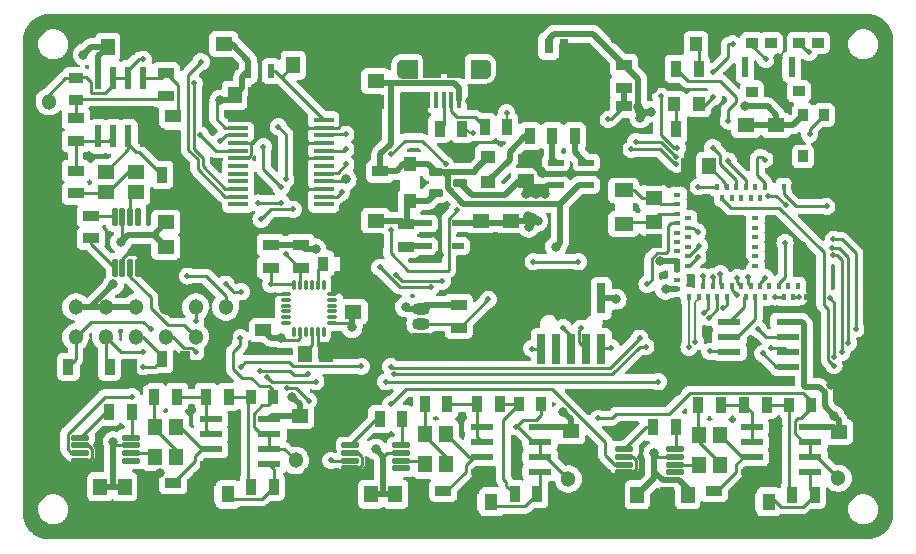
<source format=gbr>
%TF.GenerationSoftware,KiCad,Pcbnew,7.0.10*%
%TF.CreationDate,2024-11-19T10:35:13-08:00*%
%TF.ProjectId,pcb,7063622e-6b69-4636-9164-5f7063625858,rev?*%
%TF.SameCoordinates,Original*%
%TF.FileFunction,Copper,L1,Top*%
%TF.FilePolarity,Positive*%
%FSLAX46Y46*%
G04 Gerber Fmt 4.6, Leading zero omitted, Abs format (unit mm)*
G04 Created by KiCad (PCBNEW 7.0.10) date 2024-11-19 10:35:13*
%MOMM*%
%LPD*%
G01*
G04 APERTURE LIST*
G04 Aperture macros list*
%AMRoundRect*
0 Rectangle with rounded corners*
0 $1 Rounding radius*
0 $2 $3 $4 $5 $6 $7 $8 $9 X,Y pos of 4 corners*
0 Add a 4 corners polygon primitive as box body*
4,1,4,$2,$3,$4,$5,$6,$7,$8,$9,$2,$3,0*
0 Add four circle primitives for the rounded corners*
1,1,$1+$1,$2,$3*
1,1,$1+$1,$4,$5*
1,1,$1+$1,$6,$7*
1,1,$1+$1,$8,$9*
0 Add four rect primitives between the rounded corners*
20,1,$1+$1,$2,$3,$4,$5,0*
20,1,$1+$1,$4,$5,$6,$7,0*
20,1,$1+$1,$6,$7,$8,$9,0*
20,1,$1+$1,$8,$9,$2,$3,0*%
G04 Aperture macros list end*
%TA.AperFunction,EtchedComponent*%
%ADD10C,0.010000*%
%TD*%
%TA.AperFunction,SMDPad,CuDef*%
%ADD11O,1.291000X1.316000*%
%TD*%
%TA.AperFunction,SMDPad,CuDef*%
%ADD12R,1.470000X1.160000*%
%TD*%
%TA.AperFunction,SMDPad,CuDef*%
%ADD13R,1.160000X1.470000*%
%TD*%
%TA.AperFunction,SMDPad,CuDef*%
%ADD14R,0.855600X1.250000*%
%TD*%
%TA.AperFunction,SMDPad,CuDef*%
%ADD15R,1.200000X1.100000*%
%TD*%
%TA.AperFunction,SMDPad,CuDef*%
%ADD16R,0.920000X1.380000*%
%TD*%
%TA.AperFunction,SMDPad,CuDef*%
%ADD17R,1.117600X1.447800*%
%TD*%
%TA.AperFunction,ComponentPad*%
%ADD18R,1.500000X1.050000*%
%TD*%
%TA.AperFunction,ComponentPad*%
%ADD19O,1.500000X1.050000*%
%TD*%
%TA.AperFunction,SMDPad,CuDef*%
%ADD20R,1.380000X0.920000*%
%TD*%
%TA.AperFunction,SMDPad,CuDef*%
%ADD21R,1.250000X0.855600*%
%TD*%
%TA.AperFunction,SMDPad,CuDef*%
%ADD22R,1.320800X0.508000*%
%TD*%
%TA.AperFunction,SMDPad,CuDef*%
%ADD23R,1.380000X1.050000*%
%TD*%
%TA.AperFunction,SMDPad,CuDef*%
%ADD24RoundRect,0.076250X-0.513750X-0.228750X0.513750X-0.228750X0.513750X0.228750X-0.513750X0.228750X0*%
%TD*%
%TA.AperFunction,SMDPad,CuDef*%
%ADD25RoundRect,0.060000X-0.675000X-0.180000X0.675000X-0.180000X0.675000X0.180000X-0.675000X0.180000X0*%
%TD*%
%TA.AperFunction,SMDPad,CuDef*%
%ADD26R,1.100000X1.200000*%
%TD*%
%TA.AperFunction,SMDPad,CuDef*%
%ADD27R,1.970000X0.570000*%
%TD*%
%TA.AperFunction,SMDPad,CuDef*%
%ADD28RoundRect,0.060000X0.180000X-0.675000X0.180000X0.675000X-0.180000X0.675000X-0.180000X-0.675000X0*%
%TD*%
%TA.AperFunction,SMDPad,CuDef*%
%ADD29R,1.449997X1.305598*%
%TD*%
%TA.AperFunction,SMDPad,CuDef*%
%ADD30R,0.570000X1.970000*%
%TD*%
%TA.AperFunction,SMDPad,CuDef*%
%ADD31R,0.800000X1.300000*%
%TD*%
%TA.AperFunction,SMDPad,CuDef*%
%ADD32R,2.100000X3.000000*%
%TD*%
%TA.AperFunction,SMDPad,CuDef*%
%ADD33R,1.092200X1.143000*%
%TD*%
%TA.AperFunction,SMDPad,CuDef*%
%ADD34R,0.400000X0.600000*%
%TD*%
%TA.AperFunction,SMDPad,CuDef*%
%ADD35R,0.600000X0.400000*%
%TD*%
%TA.AperFunction,SMDPad,CuDef*%
%ADD36R,1.600200X1.168400*%
%TD*%
%TA.AperFunction,SMDPad,CuDef*%
%ADD37R,0.760000X2.600000*%
%TD*%
%TA.AperFunction,SMDPad,CuDef*%
%ADD38R,0.990600X0.889000*%
%TD*%
%TA.AperFunction,SMDPad,CuDef*%
%ADD39R,0.558800X1.701800*%
%TD*%
%TA.AperFunction,SMDPad,CuDef*%
%ADD40RoundRect,0.075000X-0.350000X-0.075000X0.350000X-0.075000X0.350000X0.075000X-0.350000X0.075000X0*%
%TD*%
%TA.AperFunction,SMDPad,CuDef*%
%ADD41RoundRect,0.075000X0.075000X-0.350000X0.075000X0.350000X-0.075000X0.350000X-0.075000X-0.350000X0*%
%TD*%
%TA.AperFunction,SMDPad,CuDef*%
%ADD42R,1.447800X1.117600*%
%TD*%
%TA.AperFunction,SMDPad,CuDef*%
%ADD43R,1.663700X0.431800*%
%TD*%
%TA.AperFunction,SMDPad,CuDef*%
%ADD44R,0.850000X1.000000*%
%TD*%
%TA.AperFunction,SMDPad,CuDef*%
%ADD45R,0.558800X1.193800*%
%TD*%
%TA.AperFunction,SMDPad,CuDef*%
%ADD46R,0.400000X1.350000*%
%TD*%
%TA.AperFunction,ComponentPad*%
%ADD47O,0.775000X1.550000*%
%TD*%
%TA.AperFunction,SMDPad,CuDef*%
%ADD48R,1.500000X1.550000*%
%TD*%
%TA.AperFunction,ComponentPad*%
%ADD49O,1.300000X0.950000*%
%TD*%
%TA.AperFunction,SMDPad,CuDef*%
%ADD50R,1.003300X0.508000*%
%TD*%
%TA.AperFunction,ViaPad*%
%ADD51C,0.800000*%
%TD*%
%TA.AperFunction,ViaPad*%
%ADD52C,0.460000*%
%TD*%
%TA.AperFunction,Conductor*%
%ADD53C,0.250000*%
%TD*%
%TA.AperFunction,Conductor*%
%ADD54C,0.500000*%
%TD*%
%TA.AperFunction,Conductor*%
%ADD55C,0.200000*%
%TD*%
G04 APERTURE END LIST*
%TO.C,J1*%
D10*
X166064317Y-88290340D02*
X166090317Y-88292340D01*
X166116317Y-88295340D01*
X166142317Y-88300340D01*
X166167317Y-88306340D01*
X166193317Y-88313340D01*
X166217317Y-88322340D01*
X166241317Y-88332340D01*
X166265317Y-88343340D01*
X166288317Y-88356340D01*
X166310317Y-88370340D01*
X166332317Y-88384340D01*
X166353317Y-88400340D01*
X166373317Y-88417340D01*
X166392317Y-88435340D01*
X166410317Y-88454340D01*
X166427317Y-88474340D01*
X166443317Y-88495340D01*
X166457317Y-88517340D01*
X166471317Y-88539340D01*
X166484317Y-88562340D01*
X166495317Y-88586340D01*
X166505317Y-88610340D01*
X166514317Y-88634340D01*
X166521317Y-88660340D01*
X166527317Y-88685340D01*
X166532317Y-88711340D01*
X166535317Y-88737340D01*
X166537317Y-88763340D01*
X166538317Y-88789340D01*
X166538317Y-89339340D01*
X166537317Y-89365340D01*
X166535317Y-89391340D01*
X166532317Y-89417340D01*
X166527317Y-89443340D01*
X166521317Y-89468340D01*
X166514317Y-89494340D01*
X166505317Y-89518340D01*
X166495317Y-89542340D01*
X166484317Y-89566340D01*
X166471317Y-89589340D01*
X166457317Y-89611340D01*
X166443317Y-89633340D01*
X166427317Y-89654340D01*
X166410317Y-89674340D01*
X166392317Y-89693340D01*
X166373317Y-89711340D01*
X166353317Y-89728340D01*
X166332317Y-89744340D01*
X166310317Y-89758340D01*
X166288317Y-89772340D01*
X166265317Y-89785340D01*
X166241317Y-89796340D01*
X166217317Y-89806340D01*
X166193317Y-89815340D01*
X166167317Y-89822340D01*
X166142317Y-89828340D01*
X166116317Y-89833340D01*
X166090317Y-89836340D01*
X166064317Y-89838340D01*
X166038317Y-89839340D01*
X164893317Y-89839340D01*
X164893317Y-88289340D01*
X166038317Y-88289340D01*
X166064317Y-88290340D01*
%TA.AperFunction,EtchedComponent*%
G36*
X166064317Y-88290340D02*
G01*
X166090317Y-88292340D01*
X166116317Y-88295340D01*
X166142317Y-88300340D01*
X166167317Y-88306340D01*
X166193317Y-88313340D01*
X166217317Y-88322340D01*
X166241317Y-88332340D01*
X166265317Y-88343340D01*
X166288317Y-88356340D01*
X166310317Y-88370340D01*
X166332317Y-88384340D01*
X166353317Y-88400340D01*
X166373317Y-88417340D01*
X166392317Y-88435340D01*
X166410317Y-88454340D01*
X166427317Y-88474340D01*
X166443317Y-88495340D01*
X166457317Y-88517340D01*
X166471317Y-88539340D01*
X166484317Y-88562340D01*
X166495317Y-88586340D01*
X166505317Y-88610340D01*
X166514317Y-88634340D01*
X166521317Y-88660340D01*
X166527317Y-88685340D01*
X166532317Y-88711340D01*
X166535317Y-88737340D01*
X166537317Y-88763340D01*
X166538317Y-88789340D01*
X166538317Y-89339340D01*
X166537317Y-89365340D01*
X166535317Y-89391340D01*
X166532317Y-89417340D01*
X166527317Y-89443340D01*
X166521317Y-89468340D01*
X166514317Y-89494340D01*
X166505317Y-89518340D01*
X166495317Y-89542340D01*
X166484317Y-89566340D01*
X166471317Y-89589340D01*
X166457317Y-89611340D01*
X166443317Y-89633340D01*
X166427317Y-89654340D01*
X166410317Y-89674340D01*
X166392317Y-89693340D01*
X166373317Y-89711340D01*
X166353317Y-89728340D01*
X166332317Y-89744340D01*
X166310317Y-89758340D01*
X166288317Y-89772340D01*
X166265317Y-89785340D01*
X166241317Y-89796340D01*
X166217317Y-89806340D01*
X166193317Y-89815340D01*
X166167317Y-89822340D01*
X166142317Y-89828340D01*
X166116317Y-89833340D01*
X166090317Y-89836340D01*
X166064317Y-89838340D01*
X166038317Y-89839340D01*
X164893317Y-89839340D01*
X164893317Y-88289340D01*
X166038317Y-88289340D01*
X166064317Y-88290340D01*
G37*
%TD.AperFunction*%
X160293317Y-89839340D02*
X159148317Y-89839340D01*
X159122317Y-89838340D01*
X159096317Y-89836340D01*
X159070317Y-89833340D01*
X159044317Y-89828340D01*
X159019317Y-89822340D01*
X158993317Y-89815340D01*
X158969317Y-89806340D01*
X158945317Y-89796340D01*
X158921317Y-89785340D01*
X158898317Y-89772340D01*
X158876317Y-89758340D01*
X158854317Y-89744340D01*
X158833317Y-89728340D01*
X158813317Y-89711340D01*
X158794317Y-89693340D01*
X158776317Y-89674340D01*
X158759317Y-89654340D01*
X158743317Y-89633340D01*
X158729317Y-89611340D01*
X158715317Y-89589340D01*
X158702317Y-89566340D01*
X158691317Y-89542340D01*
X158681317Y-89518340D01*
X158672317Y-89494340D01*
X158665317Y-89468340D01*
X158659317Y-89443340D01*
X158654317Y-89417340D01*
X158651317Y-89391340D01*
X158649317Y-89365340D01*
X158648317Y-89339340D01*
X158648317Y-88789340D01*
X158649317Y-88763340D01*
X158651317Y-88737340D01*
X158654317Y-88711340D01*
X158659317Y-88685340D01*
X158665317Y-88660340D01*
X158672317Y-88634340D01*
X158681317Y-88610340D01*
X158691317Y-88586340D01*
X158702317Y-88562340D01*
X158715317Y-88539340D01*
X158729317Y-88517340D01*
X158743317Y-88495340D01*
X158759317Y-88474340D01*
X158776317Y-88454340D01*
X158794317Y-88435340D01*
X158813317Y-88417340D01*
X158833317Y-88400340D01*
X158854317Y-88384340D01*
X158876317Y-88370340D01*
X158898317Y-88356340D01*
X158921317Y-88343340D01*
X158945317Y-88332340D01*
X158969317Y-88322340D01*
X158993317Y-88313340D01*
X159019317Y-88306340D01*
X159044317Y-88300340D01*
X159070317Y-88295340D01*
X159096317Y-88292340D01*
X159122317Y-88290340D01*
X159148317Y-88289340D01*
X160293317Y-88289340D01*
X160293317Y-89839340D01*
%TA.AperFunction,EtchedComponent*%
G36*
X160293317Y-89839340D02*
G01*
X159148317Y-89839340D01*
X159122317Y-89838340D01*
X159096317Y-89836340D01*
X159070317Y-89833340D01*
X159044317Y-89828340D01*
X159019317Y-89822340D01*
X158993317Y-89815340D01*
X158969317Y-89806340D01*
X158945317Y-89796340D01*
X158921317Y-89785340D01*
X158898317Y-89772340D01*
X158876317Y-89758340D01*
X158854317Y-89744340D01*
X158833317Y-89728340D01*
X158813317Y-89711340D01*
X158794317Y-89693340D01*
X158776317Y-89674340D01*
X158759317Y-89654340D01*
X158743317Y-89633340D01*
X158729317Y-89611340D01*
X158715317Y-89589340D01*
X158702317Y-89566340D01*
X158691317Y-89542340D01*
X158681317Y-89518340D01*
X158672317Y-89494340D01*
X158665317Y-89468340D01*
X158659317Y-89443340D01*
X158654317Y-89417340D01*
X158651317Y-89391340D01*
X158649317Y-89365340D01*
X158648317Y-89339340D01*
X158648317Y-88789340D01*
X158649317Y-88763340D01*
X158651317Y-88737340D01*
X158654317Y-88711340D01*
X158659317Y-88685340D01*
X158665317Y-88660340D01*
X158672317Y-88634340D01*
X158681317Y-88610340D01*
X158691317Y-88586340D01*
X158702317Y-88562340D01*
X158715317Y-88539340D01*
X158729317Y-88517340D01*
X158743317Y-88495340D01*
X158759317Y-88474340D01*
X158776317Y-88454340D01*
X158794317Y-88435340D01*
X158813317Y-88417340D01*
X158833317Y-88400340D01*
X158854317Y-88384340D01*
X158876317Y-88370340D01*
X158898317Y-88356340D01*
X158921317Y-88343340D01*
X158945317Y-88332340D01*
X158969317Y-88322340D01*
X158993317Y-88313340D01*
X159019317Y-88306340D01*
X159044317Y-88300340D01*
X159070317Y-88295340D01*
X159096317Y-88292340D01*
X159122317Y-88290340D01*
X159148317Y-88289340D01*
X160293317Y-88289340D01*
X160293317Y-89839340D01*
G37*
%TD.AperFunction*%
%TD*%
D11*
%TO.P,U19,1,EEG_DEBUG*%
%TO.N,/EEG1 OUT*%
X196000000Y-123730000D03*
%TD*%
%TO.P,U18,1,EEG_DEBUG*%
%TO.N,/EEG2 OUT*%
X173150000Y-123810000D03*
%TD*%
%TO.P,U17,1,EEG_DEBUG*%
%TO.N,/EEG3 OUT*%
X129180000Y-91840000D03*
%TD*%
%TO.P,U16,1,EEG_DEBUG*%
%TO.N,/EEG4 OUT*%
X150050000Y-122230000D03*
%TD*%
D12*
%TO.P,C45,1*%
%TO.N,3.3V*%
X143970000Y-86965000D03*
%TO.P,C45,2*%
%TO.N,GND*%
X143970000Y-88715000D03*
%TD*%
D13*
%TO.P,C44,2*%
%TO.N,3.3V*%
X144885000Y-91310000D03*
%TO.P,C44,1*%
%TO.N,GND*%
X146635000Y-91310000D03*
%TD*%
%TO.P,C43,1*%
%TO.N,GND*%
X151615000Y-88770000D03*
%TO.P,C43,2*%
%TO.N,Net-(U14-VOUT)*%
X149865000Y-88770000D03*
%TD*%
D14*
%TO.P,C22,1*%
%TO.N,Net-(C22-Pad1)*%
X168959400Y-117475000D03*
%TO.P,C22,2*%
%TO.N,/EEG2 OUT*%
X170815000Y-117475000D03*
%TD*%
D15*
%TO.P,D3,A,A*%
%TO.N,VBUS*%
X166370000Y-96520000D03*
%TO.P,D3,C,C*%
%TO.N,Net-(D3-PadC)*%
X166370000Y-98620000D03*
%TD*%
D16*
%TO.P,R3,1*%
%TO.N,Net-(R3-Pad1)*%
X180335000Y-119405000D03*
%TO.P,R3,2*%
%TO.N,Net-(R3-Pad2)*%
X182245000Y-119405000D03*
%TD*%
D14*
%TO.P,C32,1*%
%TO.N,Net-(C32-Pad1)*%
X191862200Y-117500000D03*
%TO.P,C32,2*%
%TO.N,/EEG1 OUT*%
X193717800Y-117500000D03*
%TD*%
D13*
%TO.P,C4,1*%
%TO.N,Net-(C15-Pad2)*%
X162800000Y-122555000D03*
%TO.P,C4,2*%
%TO.N,Net-(C4-Pad2)*%
X161050000Y-122555000D03*
%TD*%
D17*
%TO.P,C33,1*%
%TO.N,GND*%
X188328300Y-125730000D03*
%TO.P,C33,2*%
%TO.N,Net-(U15-IN2+)*%
X190131700Y-125730000D03*
%TD*%
D13*
%TO.P,C15,1*%
%TO.N,Net-(U9-IN1+)*%
X162800000Y-120015000D03*
%TO.P,C15,2*%
%TO.N,Net-(C15-Pad2)*%
X161050000Y-120015000D03*
%TD*%
%TO.P,C19,1*%
%TO.N,3.3V*%
X158510000Y-125095000D03*
%TO.P,C19,2*%
%TO.N,GND*%
X160260000Y-125095000D03*
%TD*%
D12*
%TO.P,C28,1*%
%TO.N,GND*%
X139065000Y-105890000D03*
%TO.P,C28,2*%
%TO.N,3.3V*%
X139065000Y-104140000D03*
%TD*%
D13*
%TO.P,C2,1*%
%TO.N,GND*%
X152640000Y-113194340D03*
%TO.P,C2,2*%
%TO.N,Net-(U1-REGOUT)*%
X150890000Y-113194340D03*
%TD*%
D18*
%TO.P,U2,1,GND*%
%TO.N,GND*%
X160689117Y-111924340D03*
D19*
%TO.P,U2,2,DQ*%
%TO.N,/A2*%
X160689117Y-110654340D03*
%TO.P,U2,3,V_{DD}*%
%TO.N,3.3V*%
X160689117Y-109384340D03*
%TD*%
D20*
%TO.P,R26,1*%
%TO.N,3.3V*%
X150495000Y-103984340D03*
%TO.P,R26,2*%
%TO.N,/SCL*%
X150495000Y-105894340D03*
%TD*%
D21*
%TO.P,C29,1*%
%TO.N,Net-(C29-Pad1)*%
X131445000Y-91732800D03*
%TO.P,C29,2*%
%TO.N,/EEG3 OUT*%
X131445000Y-89877200D03*
%TD*%
D20*
%TO.P,R11,1*%
%TO.N,Net-(U15-IN1+)*%
X185485000Y-124800000D03*
%TO.P,R11,2*%
%TO.N,GND*%
X185485000Y-126710000D03*
%TD*%
D22*
%TO.P,U8,1,STAT*%
%TO.N,Net-(U8-STAT)*%
X172085000Y-97004339D03*
%TO.P,U8,2,VSS*%
%TO.N,GND*%
X172085000Y-97954340D03*
%TO.P,U8,3,VBAT*%
%TO.N,VBAT*%
X172085000Y-98904341D03*
%TO.P,U8,4,VDD*%
%TO.N,VBUS*%
X174675800Y-98904341D03*
%TO.P,U8,5,PROG*%
%TO.N,Net-(U8-PROG)*%
X174675800Y-97004339D03*
%TD*%
D23*
%TO.P,C1,1*%
%TO.N,3.3V*%
X147320000Y-111200140D03*
%TO.P,C1,2*%
%TO.N,GND*%
X147320000Y-109424140D03*
%TD*%
D16*
%TO.P,R22,1*%
%TO.N,/A3*%
X138745000Y-113665000D03*
%TO.P,R22,2*%
%TO.N,GND*%
X140655000Y-113665000D03*
%TD*%
%TO.P,R9,1,1*%
%TO.N,Net-(D3-PadC)*%
X169894117Y-94779340D03*
%TO.P,R9,2,2*%
%TO.N,Net-(U8-STAT)*%
X171804117Y-94779340D03*
%TD*%
D24*
%TO.P,Q3,1,G*%
%TO.N,VBUS*%
X161908317Y-97789340D03*
%TO.P,Q3,2,S*%
%TO.N,Net-(Q3-S)*%
X161908317Y-99619340D03*
%TO.P,Q3,3,D*%
%TO.N,VBAT*%
X163958317Y-98704340D03*
%TD*%
D16*
%TO.P,R20,1*%
%TO.N,Net-(U11-IN1+)*%
X138745000Y-98030000D03*
%TO.P,R20,2*%
%TO.N,GND*%
X140655000Y-98030000D03*
%TD*%
D25*
%TO.P,U5,1,Rg*%
%TO.N,Net-(R14-Pad1)*%
X154695000Y-120945000D03*
%TO.P,U5,2,-*%
%TO.N,GND*%
X154695000Y-121595000D03*
%TO.P,U5,3,+*%
%TO.N,/EEG2+*%
X154695000Y-122245000D03*
%TO.P,U5,4,V-*%
%TO.N,GND*%
X154695000Y-122895000D03*
%TO.P,U5,5,Ref*%
%TO.N,unconnected-(U5-Ref-Pad5)*%
X158995000Y-122895000D03*
%TO.P,U5,6*%
%TO.N,Net-(C4-Pad2)*%
X158995000Y-122245000D03*
%TO.P,U5,7,V+*%
%TO.N,3.3V*%
X158995000Y-121595000D03*
%TO.P,U5,8,Rg*%
%TO.N,Net-(R14-Pad2)*%
X158995000Y-120945000D03*
%TD*%
D12*
%TO.P,C38,1*%
%TO.N,GND*%
X154940000Y-107874340D03*
%TO.P,C38,2*%
%TO.N,3.3V*%
X154940000Y-109624340D03*
%TD*%
D16*
%TO.P,R13,1*%
%TO.N,Net-(U9-IN1-)*%
X162880000Y-117475000D03*
%TO.P,R13,2*%
%TO.N,Net-(C15-Pad2)*%
X160970000Y-117475000D03*
%TD*%
D26*
%TO.P,D1,A,A*%
%TO.N,Net-(D1-PadA)*%
X183954117Y-86995000D03*
%TO.P,D1,C,C*%
%TO.N,GND*%
X181854117Y-86995000D03*
%TD*%
D27*
%TO.P,U15,1,OUT1*%
%TO.N,Net-(U15-IN1-)*%
X188660000Y-119405000D03*
%TO.P,U15,2,IN1-*%
X188660000Y-120675000D03*
%TO.P,U15,3,IN1+*%
%TO.N,Net-(U15-IN1+)*%
X188660000Y-121945000D03*
%TO.P,U15,4,VCC-*%
%TO.N,GND*%
X188660000Y-123215000D03*
%TO.P,U15,5,IN2+*%
%TO.N,Net-(U15-IN2+)*%
X193610000Y-123215000D03*
%TO.P,U15,6,IN2-*%
%TO.N,/EEG1 OUT*%
X193610000Y-121945000D03*
%TO.P,U15,7,OUT2*%
X193610000Y-120675000D03*
%TO.P,U15,8,VCC+*%
%TO.N,3.3V*%
X193610000Y-119405000D03*
%TD*%
D28*
%TO.P,U10,1,Rg*%
%TO.N,Net-(R19-Pad1)*%
X134739201Y-105917550D03*
%TO.P,U10,2,-*%
%TO.N,GND*%
X135389201Y-105917550D03*
%TO.P,U10,3,+*%
%TO.N,/EEG3+*%
X136039201Y-105917550D03*
%TO.P,U10,4,V-*%
%TO.N,GND*%
X136689201Y-105917550D03*
%TO.P,U10,5,Ref*%
%TO.N,unconnected-(U10-Ref-Pad5)*%
X136689201Y-101617550D03*
%TO.P,U10,6*%
%TO.N,Net-(C24-Pad2)*%
X136039201Y-101617550D03*
%TO.P,U10,7,V+*%
%TO.N,3.3V*%
X135389201Y-101617550D03*
%TO.P,U10,8,Rg*%
%TO.N,Net-(R19-Pad2)*%
X134739201Y-101617550D03*
%TD*%
D16*
%TO.P,R17,1*%
%TO.N,Net-(U9-IN1-)*%
X165415000Y-117475000D03*
%TO.P,R17,2*%
%TO.N,Net-(C22-Pad1)*%
X167325000Y-117475000D03*
%TD*%
D29*
%TO.P,C6,1,1*%
%TO.N,Net-(MDBT1-P0.01{slash}XL2)*%
X180374117Y-102063742D03*
%TO.P,C6,2,2*%
%TO.N,GND*%
X180374117Y-103669340D03*
%TD*%
D20*
%TO.P,R19,1*%
%TO.N,Net-(R19-Pad1)*%
X132715000Y-103430000D03*
%TO.P,R19,2*%
%TO.N,Net-(R19-Pad2)*%
X132715000Y-101520000D03*
%TD*%
D16*
%TO.P,R6,1,1*%
%TO.N,/LED1*%
X182274117Y-89064340D03*
%TO.P,R6,2,2*%
%TO.N,Net-(D1-PadA)*%
X184184117Y-89064340D03*
%TD*%
%TO.P,R2,1,1*%
%TO.N,Net-(J1-D-)*%
X166050000Y-93980000D03*
%TO.P,R2,2,2*%
%TO.N,/USB_N*%
X167960000Y-93980000D03*
%TD*%
%TO.P,R34,1*%
%TO.N,Net-(C41-Pad1)*%
X146285000Y-124446400D03*
%TO.P,R34,2*%
%TO.N,Net-(U13-IN2+)*%
X148195000Y-124446400D03*
%TD*%
D13*
%TO.P,C17,1*%
%TO.N,GND*%
X177240000Y-125120000D03*
%TO.P,C17,2*%
%TO.N,3.3V*%
X178990000Y-125120000D03*
%TD*%
D16*
%TO.P,R14,1*%
%TO.N,Net-(R14-Pad1)*%
X157160000Y-118745000D03*
%TO.P,R14,2*%
%TO.N,Net-(R14-Pad2)*%
X159070000Y-118745000D03*
%TD*%
D13*
%TO.P,C34,1*%
%TO.N,Net-(U13-IN1+)*%
X139925000Y-119366400D03*
%TO.P,C34,2*%
%TO.N,Net-(C31-Pad1)*%
X138175000Y-119366400D03*
%TD*%
%TO.P,C16,1*%
%TO.N,Net-(C16-Pad1)*%
X185975000Y-122580000D03*
%TO.P,C16,2*%
%TO.N,Net-(C16-Pad2)*%
X184225000Y-122580000D03*
%TD*%
D16*
%TO.P,R16,1*%
%TO.N,Net-(C22-Pad1)*%
X168590000Y-125095000D03*
%TO.P,R16,2*%
%TO.N,Net-(U9-IN2+)*%
X170500000Y-125095000D03*
%TD*%
D30*
%TO.P,U11,1,OUT1*%
%TO.N,Net-(U11-IN1-)*%
X133350000Y-94790000D03*
%TO.P,U11,2,IN1-*%
X134620000Y-94790000D03*
%TO.P,U11,3,IN1+*%
%TO.N,Net-(U11-IN1+)*%
X135890000Y-94790000D03*
%TO.P,U11,4,VCC-*%
%TO.N,GND*%
X137160000Y-94790000D03*
%TO.P,U11,5,IN2+*%
%TO.N,Net-(U11-IN2+)*%
X137160000Y-89840000D03*
%TO.P,U11,6,IN2-*%
%TO.N,/EEG3 OUT*%
X135890000Y-89840000D03*
%TO.P,U11,7,OUT2*%
X134620000Y-89840000D03*
%TO.P,U11,8,VCC+*%
%TO.N,3.3V*%
X133350000Y-89840000D03*
%TD*%
D12*
%TO.P,C7,1,1*%
%TO.N,GND*%
X190731617Y-95611840D03*
%TO.P,C7,2,2*%
%TO.N,3.3V*%
X190731617Y-93861840D03*
%TD*%
D29*
%TO.P,C5,1,1*%
%TO.N,Net-(MDBT1-P0.00{slash}XL1)*%
X180374117Y-100027139D03*
%TO.P,C5,2,2*%
%TO.N,GND*%
X180374117Y-98421541D03*
%TD*%
D31*
%TO.P,J2,1,1*%
%TO.N,VBAT*%
X171494117Y-87159340D03*
%TO.P,J2,2,2*%
%TO.N,GND*%
X172744117Y-87159340D03*
D32*
%TO.P,J2,S1,SHIELD*%
X168944117Y-89909340D03*
%TO.P,J2,S2,SHIELD__1*%
X175294117Y-89909340D03*
%TD*%
D16*
%TO.P,R5,1*%
%TO.N,/A1*%
X134300000Y-114300000D03*
%TO.P,R5,2*%
%TO.N,GND*%
X136210000Y-114300000D03*
%TD*%
D20*
%TO.P,R36,1*%
%TO.N,Net-(Q3-S)*%
X159368317Y-102230000D03*
%TO.P,R36,2*%
%TO.N,/EN*%
X159368317Y-104140000D03*
%TD*%
D16*
%TO.P,R28,1*%
%TO.N,Net-(U15-IN1-)*%
X188025000Y-117500000D03*
%TO.P,R28,2*%
%TO.N,Net-(C32-Pad1)*%
X189935000Y-117500000D03*
%TD*%
D17*
%TO.P,C23,1*%
%TO.N,GND*%
X164833300Y-125730000D03*
%TO.P,C23,2*%
%TO.N,Net-(U9-IN2+)*%
X166636700Y-125730000D03*
%TD*%
D20*
%TO.P,R30,1*%
%TO.N,Net-(U11-IN1-)*%
X131445000Y-95175000D03*
%TO.P,R30,2*%
%TO.N,Net-(C29-Pad1)*%
X131445000Y-93265000D03*
%TD*%
D12*
%TO.P,C13,1,1*%
%TO.N,GND*%
X169545000Y-96839340D03*
%TO.P,C13,2,2*%
%TO.N,VBAT*%
X169545000Y-98589340D03*
%TD*%
D26*
%TO.P,D4,A,A*%
%TO.N,/LED2*%
X184184117Y-92075000D03*
%TO.P,D4,C,C*%
%TO.N,Net-(D4-PadC)*%
X182084117Y-92075000D03*
%TD*%
D27*
%TO.P,U13,1,OUT1*%
%TO.N,Net-(U13-IN1-)*%
X142860000Y-118731400D03*
%TO.P,U13,2,IN1-*%
X142860000Y-120001400D03*
%TO.P,U13,3,IN1+*%
%TO.N,Net-(U13-IN1+)*%
X142860000Y-121271400D03*
%TO.P,U13,4,VCC-*%
%TO.N,GND*%
X142860000Y-122541400D03*
%TO.P,U13,5,IN2+*%
%TO.N,Net-(U13-IN2+)*%
X147810000Y-122541400D03*
%TO.P,U13,6,IN2-*%
%TO.N,/EEG4 OUT*%
X147810000Y-121271400D03*
%TO.P,U13,7,OUT2*%
X147810000Y-120001400D03*
%TO.P,U13,8,VCC+*%
%TO.N,3.3V*%
X147810000Y-118731400D03*
%TD*%
D13*
%TO.P,C36,1*%
%TO.N,3.3V*%
X133510000Y-124446400D03*
%TO.P,C36,2*%
%TO.N,GND*%
X131760000Y-124446400D03*
%TD*%
D33*
%TO.P,D2,A,A*%
%TO.N,VBUS*%
X159758317Y-97167640D03*
%TO.P,D2,C,C*%
%TO.N,Net-(Q3-S)*%
X159758317Y-100241040D03*
%TD*%
D12*
%TO.P,C10,1,1*%
%TO.N,GND*%
X168258317Y-103669340D03*
%TO.P,C10,2,2*%
%TO.N,3.3V*%
X168258317Y-101919340D03*
%TD*%
D16*
%TO.P,R10,1,1*%
%TO.N,Net-(D4-PadC)*%
X182274117Y-94144340D03*
%TO.P,R10,2,2*%
%TO.N,GND*%
X184184117Y-94144340D03*
%TD*%
%TO.P,R35,1*%
%TO.N,Net-(U13-IN1-)*%
X142475000Y-116826400D03*
%TO.P,R35,2*%
%TO.N,Net-(C41-Pad1)*%
X144385000Y-116826400D03*
%TD*%
D20*
%TO.P,R18,1*%
%TO.N,Net-(U11-IN1-)*%
X131445000Y-97710000D03*
%TO.P,R18,2*%
%TO.N,Net-(C24-Pad1)*%
X131445000Y-99620000D03*
%TD*%
D12*
%TO.P,C8,1,1*%
%TO.N,GND*%
X156845000Y-91844340D03*
%TO.P,C8,2,2*%
%TO.N,VBUS*%
X156845000Y-90094340D03*
%TD*%
D16*
%TO.P,R29,1*%
%TO.N,Net-(C32-Pad1)*%
X192085000Y-125120000D03*
%TO.P,R29,2*%
%TO.N,Net-(U15-IN2+)*%
X193995000Y-125120000D03*
%TD*%
D20*
%TO.P,R25,1*%
%TO.N,3.3V*%
X147955000Y-103984340D03*
%TO.P,R25,2*%
%TO.N,/SDA*%
X147955000Y-105894340D03*
%TD*%
%TO.P,R38,1*%
%TO.N,/VDIV*%
X177834117Y-92239340D03*
%TO.P,R38,2*%
%TO.N,GND*%
X177834117Y-94149340D03*
%TD*%
D34*
%TO.P,MDBT1,1,GND@1*%
%TO.N,GND*%
X193270000Y-99079340D03*
%TO.P,MDBT1,2,GND@2*%
X192170000Y-99079340D03*
%TO.P,MDBT1,3,P1.10*%
%TO.N,/LED2*%
X191370000Y-99079340D03*
%TO.P,MDBT1,4,P1.11*%
%TO.N,/ADC CS*%
X189770000Y-99079340D03*
%TO.P,MDBT1,5,P1.12*%
%TO.N,unconnected-(MDBT1-P1.12-Pad5)*%
X189370000Y-99979340D03*
%TO.P,MDBT1,6,P1.13*%
%TO.N,unconnected-(MDBT1-P1.13-Pad6)*%
X188970000Y-99079340D03*
%TO.P,MDBT1,7,P1.14*%
%TO.N,unconnected-(MDBT1-P1.14-Pad7)*%
X188570000Y-99979340D03*
%TO.P,MDBT1,8,P1.15*%
%TO.N,/LED1*%
X188170000Y-99079340D03*
%TO.P,MDBT1,9,P0.03/AIN1*%
%TO.N,/A5*%
X187770000Y-99979340D03*
%TO.P,MDBT1,10,P0.29/AIN5*%
%TO.N,/VDIV*%
X187370000Y-99079340D03*
%TO.P,MDBT1,11,P0.02/AIN0*%
%TO.N,/A4*%
X186970000Y-99979340D03*
%TO.P,MDBT1,12,P0.31/AIN7*%
%TO.N,/AREF*%
X186570000Y-99079340D03*
%TO.P,MDBT1,13,P0.28/AIN4*%
%TO.N,/A3*%
X186170000Y-99979340D03*
%TO.P,MDBT1,14,P0.30/AIN6*%
%TO.N,/A2*%
X185770000Y-99079340D03*
D35*
%TO.P,MDBT1,15,GND@15*%
%TO.N,GND*%
X182370000Y-98929340D03*
%TO.P,MDBT1,16,P0.27*%
%TO.N,/D10*%
X182370000Y-99729340D03*
%TO.P,MDBT1,17,P0.00/XL1*%
%TO.N,Net-(MDBT1-P0.00{slash}XL1)*%
X182370000Y-100529340D03*
%TO.P,MDBT1,18,P0.01/XL2*%
%TO.N,Net-(MDBT1-P0.01{slash}XL2)*%
X182370000Y-101329340D03*
%TO.P,MDBT1,19,P0.26*%
%TO.N,/D9*%
X183270000Y-101729340D03*
%TO.P,MDBT1,20,P0.04/AIN2*%
%TO.N,/A0*%
X182370000Y-102129340D03*
%TO.P,MDBT1,21,P0.05/AIN3*%
%TO.N,/A1*%
X183270000Y-102529340D03*
%TO.P,MDBT1,22,P0.06*%
%TO.N,/D11*%
X182370000Y-102929340D03*
%TO.P,MDBT1,23,P0.07*%
%TO.N,/D6*%
X183270000Y-103329340D03*
%TO.P,MDBT1,24,P0.08*%
%TO.N,/D12*%
X182370000Y-103729340D03*
%TO.P,MDBT1,25,P1.08*%
%TO.N,/D5*%
X183270000Y-104129340D03*
%TO.P,MDBT1,26,P1.09*%
%TO.N,/D13*%
X182370000Y-104529340D03*
%TO.P,MDBT1,27,P0.11*%
%TO.N,/SCL*%
X183270000Y-104929340D03*
%TO.P,MDBT1,28,VDD*%
%TO.N,3.3V*%
X182370000Y-105329340D03*
%TO.P,MDBT1,29,P0.12*%
%TO.N,/SDA*%
X183270000Y-105729340D03*
%TO.P,MDBT1,30,VDDH*%
%TO.N,3.3V*%
X182370000Y-106129340D03*
%TO.P,MDBT1,31,DCCH*%
%TO.N,/DCCH*%
X182370000Y-106929340D03*
%TO.P,MDBT1,32,VBUS*%
%TO.N,VBUS*%
X182370000Y-107729340D03*
%TO.P,MDBT1,33,GND@33*%
%TO.N,GND*%
X182370000Y-108529340D03*
D34*
%TO.P,MDBT1,34,D-*%
%TO.N,/USB_N*%
X183370000Y-108379340D03*
%TO.P,MDBT1,35,D+*%
%TO.N,/USB_P*%
X184170000Y-108379340D03*
%TO.P,MDBT1,36,P0.14*%
%TO.N,/SCK*%
X184570000Y-107479340D03*
%TO.P,MDBT1,37,P0.13*%
%TO.N,/MOSI*%
X184970000Y-108379340D03*
%TO.P,MDBT1,38,P0.16*%
%TO.N,/NEOPIX*%
X185370000Y-107479340D03*
%TO.P,MDBT1,39,P0.15*%
%TO.N,/MISO*%
X185770000Y-108379340D03*
%TO.P,MDBT1,40,P0.18/RESET*%
%TO.N,/RESET*%
X186170000Y-107479340D03*
%TO.P,MDBT1,41,P0.17*%
%TO.N,/QSPI_DATA0*%
X186570000Y-108379340D03*
%TO.P,MDBT1,42,P0.19*%
%TO.N,/QSPI_SCK*%
X186970000Y-107479340D03*
%TO.P,MDBT1,43,P0.21*%
%TO.N,/QSPI_DATA3*%
X187770000Y-107479340D03*
%TO.P,MDBT1,44,P0.20*%
%TO.N,/QSPI_CS*%
X188170000Y-108379340D03*
%TO.P,MDBT1,45,P0.23*%
%TO.N,/QSPI_DATA2*%
X188570000Y-107479340D03*
%TO.P,MDBT1,46,P0.22*%
%TO.N,/QSPI_DATA1*%
X188970000Y-108379340D03*
%TO.P,MDBT1,47,P1.00*%
%TO.N,/SWO*%
X189370000Y-107479340D03*
%TO.P,MDBT1,48,P0.24*%
%TO.N,/RXD*%
X189770000Y-108379340D03*
%TO.P,MDBT1,49,P0.25*%
%TO.N,/TXD*%
X190170000Y-107479340D03*
%TO.P,MDBT1,50,P1.02*%
%TO.N,/SWITCH*%
X190970000Y-107479340D03*
%TO.P,MDBT1,51,SWDIO*%
%TO.N,/SWDIO*%
X191370000Y-108379340D03*
%TO.P,MDBT1,52,P0.09/NFC1*%
%TO.N,unconnected-(MDBT1-P0.09{slash}NFC1-Pad52)*%
X191770000Y-107479340D03*
%TO.P,MDBT1,53,SWDCLK*%
%TO.N,/SWCLK*%
X192170000Y-108379340D03*
%TO.P,MDBT1,54,P0.10/NFC2*%
%TO.N,/D2*%
X192570000Y-107479340D03*
%TO.P,MDBT1,55,GND@55*%
%TO.N,GND*%
X193270000Y-108379340D03*
D35*
%TO.P,MDBT1,56,P1.04*%
%TO.N,unconnected-(MDBT1-P1.04-Pad56)*%
X188970000Y-101729340D03*
%TO.P,MDBT1,57,P1.06*%
%TO.N,unconnected-(MDBT1-P1.06-Pad57)*%
X188970000Y-102529340D03*
%TO.P,MDBT1,58,P1.07*%
%TO.N,unconnected-(MDBT1-P1.07-Pad58)*%
X188970000Y-103329340D03*
%TO.P,MDBT1,59,P1.05*%
%TO.N,unconnected-(MDBT1-P1.05-Pad59)*%
X188970000Y-104129340D03*
%TO.P,MDBT1,60,P1.03*%
%TO.N,unconnected-(MDBT1-P1.03-Pad60)*%
X188970000Y-104929340D03*
%TO.P,MDBT1,61,P1.01*%
%TO.N,unconnected-(MDBT1-P1.01-Pad61)*%
X188970000Y-105729340D03*
%TD*%
D36*
%TO.P,Y1,1,P$1*%
%TO.N,Net-(MDBT1-P0.00{slash}XL1)*%
X177834117Y-99371342D03*
%TO.P,Y1,2,P$2*%
%TO.N,Net-(MDBT1-P0.01{slash}XL2)*%
X177834117Y-102216142D03*
%TD*%
D37*
%TO.P,X1,1,VCC*%
%TO.N,3.3V*%
X175929117Y-108504340D03*
%TO.P,X1,2,SWDIO*%
%TO.N,/SWDIO*%
X175929117Y-112804340D03*
%TO.P,X1,3,GND@1*%
%TO.N,GND*%
X174659117Y-108504340D03*
%TO.P,X1,4,SWDCLK*%
%TO.N,/SWCLK*%
X174659117Y-112804340D03*
%TO.P,X1,5,GND@2*%
%TO.N,GND*%
X173389117Y-108504340D03*
%TO.P,X1,6,SWO*%
%TO.N,/SWO*%
X173389117Y-112804340D03*
%TO.P,X1,7,KEY*%
%TO.N,GND*%
X172119117Y-108504340D03*
%TO.P,X1,8,TDI*%
%TO.N,unconnected-(X1-TDI-Pad8)*%
X172119117Y-112804340D03*
%TO.P,X1,9,GNDDETECT*%
%TO.N,GND*%
X170849117Y-108504340D03*
%TO.P,X1,10,NRESET*%
%TO.N,/RESET*%
X170849117Y-112804340D03*
%TD*%
D38*
%TO.P,SW2,1,1*%
%TO.N,unconnected-(SW2-Pad1)*%
X192680000Y-90969996D03*
%TO.P,SW2,2,2*%
%TO.N,/SWITCH*%
X192680000Y-86870000D03*
%TO.P,SW2,3,3*%
%TO.N,GND*%
X194280002Y-90969996D03*
%TO.P,SW2,4,4*%
%TO.N,unconnected-(SW2-Pad4)*%
X194280002Y-86870000D03*
D39*
%TO.P,SW2,5,5*%
%TO.N,unconnected-(SW2-Pad5)*%
X192055000Y-88919998D03*
%TD*%
D11*
%TO.P,U3,1,Photo1_VDD*%
%TO.N,3.3V*%
X131445000Y-109220000D03*
%TO.P,U3,2,Photo1_Vout*%
%TO.N,/A0*%
X131445000Y-111760000D03*
%TO.P,U3,3,Photo2_VDD*%
%TO.N,3.3V*%
X133985000Y-109220000D03*
%TO.P,U3,4,Photo1_Vout*%
%TO.N,/A1*%
X133985000Y-111760000D03*
%TO.P,U3,5,HRT_+V*%
%TO.N,3.3V*%
X136525000Y-109220000D03*
%TO.P,U3,6,HRT_OUT*%
%TO.N,/A3*%
X136525000Y-111760000D03*
%TO.P,U3,7,HRT_GND*%
%TO.N,GND*%
X139065000Y-109220000D03*
%TO.P,U3,8,EEG1+*%
%TO.N,/EEG1+*%
X139065000Y-111760000D03*
%TO.P,U3,9,EEG2+*%
%TO.N,/EEG2+*%
X141605000Y-109220000D03*
%TO.P,U3,10,EEG3+*%
%TO.N,/EEG3+*%
X141605000Y-111760000D03*
%TO.P,U3,11,EEG4+*%
%TO.N,/EEG4+*%
X144145000Y-109220000D03*
%TO.P,U3,12,EEG_GND*%
%TO.N,GND*%
X144145000Y-111760000D03*
%TD*%
D16*
%TO.P,R32,1*%
%TO.N,Net-(R32-Pad1)*%
X134285000Y-118096400D03*
%TO.P,R32,2*%
%TO.N,Net-(R32-Pad2)*%
X136195000Y-118096400D03*
%TD*%
D20*
%TO.P,R33,1*%
%TO.N,Net-(U13-IN1+)*%
X139685000Y-124126400D03*
%TO.P,R33,2*%
%TO.N,GND*%
X139685000Y-126036400D03*
%TD*%
D16*
%TO.P,R12,1*%
%TO.N,Net-(U15-IN1-)*%
X186055000Y-117500000D03*
%TO.P,R12,2*%
%TO.N,Net-(C16-Pad1)*%
X184145000Y-117500000D03*
%TD*%
D20*
%TO.P,R27,1*%
%TO.N,3.3V*%
X163864117Y-109064340D03*
%TO.P,R27,2*%
%TO.N,/A2*%
X163864117Y-110974340D03*
%TD*%
D12*
%TO.P,C20,1*%
%TO.N,3.3V*%
X173355000Y-119775000D03*
%TO.P,C20,2*%
%TO.N,GND*%
X173355000Y-121525000D03*
%TD*%
D20*
%TO.P,R7,1*%
%TO.N,VBUS*%
X157218317Y-97749340D03*
%TO.P,R7,2*%
%TO.N,GND*%
X157218317Y-99659340D03*
%TD*%
D13*
%TO.P,C18,1*%
%TO.N,Net-(U15-IN1+)*%
X185975000Y-120040000D03*
%TO.P,C18,2*%
%TO.N,Net-(C16-Pad1)*%
X184225000Y-120040000D03*
%TD*%
D38*
%TO.P,SW1,1,1*%
%TO.N,unconnected-(SW1-Pad1)*%
X188709998Y-90999996D03*
%TO.P,SW1,2,2*%
%TO.N,/RESET*%
X188709998Y-86900000D03*
%TO.P,SW1,3,3*%
%TO.N,GND*%
X190310000Y-90999996D03*
%TO.P,SW1,4,4*%
%TO.N,unconnected-(SW1-Pad4)*%
X190310000Y-86900000D03*
D39*
%TO.P,SW1,5,5*%
%TO.N,unconnected-(SW1-Pad5)*%
X188084998Y-88949998D03*
%TD*%
D40*
%TO.P,U1,1,CLKIN*%
%TO.N,GND*%
X149225000Y-108114340D03*
%TO.P,U1,2,NC*%
%TO.N,unconnected-(U1-NC-Pad2)*%
X149225000Y-108614340D03*
%TO.P,U1,3,NC*%
%TO.N,unconnected-(U1-NC-Pad3)*%
X149225000Y-109114340D03*
%TO.P,U1,4,NC*%
%TO.N,unconnected-(U1-NC-Pad4)*%
X149225000Y-109614340D03*
%TO.P,U1,5,NC*%
%TO.N,unconnected-(U1-NC-Pad5)*%
X149225000Y-110114340D03*
%TO.P,U1,6,AUX_DA*%
%TO.N,unconnected-(U1-AUX_DA-Pad6)*%
X149225000Y-110614340D03*
D41*
%TO.P,U1,7,AUX_CL*%
%TO.N,unconnected-(U1-AUX_CL-Pad7)*%
X149925000Y-111314340D03*
%TO.P,U1,8,VLOGIC*%
%TO.N,3.3V*%
X150425000Y-111314340D03*
%TO.P,U1,9,AD0*%
%TO.N,unconnected-(U1-AD0-Pad9)*%
X150925000Y-111314340D03*
%TO.P,U1,10,REGOUT*%
%TO.N,Net-(U1-REGOUT)*%
X151425000Y-111314340D03*
%TO.P,U1,11,FSYNC*%
%TO.N,GND*%
X151925000Y-111314340D03*
%TO.P,U1,12,INT*%
%TO.N,unconnected-(U1-INT-Pad12)*%
X152425000Y-111314340D03*
D40*
%TO.P,U1,13,VDD*%
%TO.N,3.3V*%
X153125000Y-110614340D03*
%TO.P,U1,14,NC*%
%TO.N,unconnected-(U1-NC-Pad14)*%
X153125000Y-110114340D03*
%TO.P,U1,15,NC*%
%TO.N,unconnected-(U1-NC-Pad15)*%
X153125000Y-109614340D03*
%TO.P,U1,16,NC*%
%TO.N,unconnected-(U1-NC-Pad16)*%
X153125000Y-109114340D03*
%TO.P,U1,17,NC*%
%TO.N,unconnected-(U1-NC-Pad17)*%
X153125000Y-108614340D03*
%TO.P,U1,18,GND*%
%TO.N,GND*%
X153125000Y-108114340D03*
D41*
%TO.P,U1,19,RESV*%
%TO.N,unconnected-(U1-RESV-Pad19)*%
X152425000Y-107414340D03*
%TO.P,U1,20,CPOUT*%
%TO.N,Net-(U1-CPOUT)*%
X151925000Y-107414340D03*
%TO.P,U1,21,RESV*%
%TO.N,unconnected-(U1-RESV-Pad21)*%
X151425000Y-107414340D03*
%TO.P,U1,22,RESV*%
%TO.N,unconnected-(U1-RESV-Pad22)*%
X150925000Y-107414340D03*
%TO.P,U1,23,SCL*%
%TO.N,/SCL*%
X150425000Y-107414340D03*
%TO.P,U1,24,SDA*%
%TO.N,/SDA*%
X149925000Y-107414340D03*
%TD*%
D16*
%TO.P,R8,1,1*%
%TO.N,Net-(U8-PROG)*%
X173678717Y-94779340D03*
%TO.P,R8,2,2*%
%TO.N,GND*%
X175588717Y-94779340D03*
%TD*%
D12*
%TO.P,C3,1*%
%TO.N,3.3V*%
X196030000Y-119800000D03*
%TO.P,C3,2*%
%TO.N,GND*%
X196030000Y-121550000D03*
%TD*%
D27*
%TO.P,IC1,1,SSEL*%
%TO.N,/QSPI_CS*%
X186789117Y-110490000D03*
%TO.P,IC1,2,MISO*%
%TO.N,/QSPI_DATA1*%
X186789117Y-111760000D03*
%TO.P,IC1,3,WP#/IO2*%
%TO.N,/QSPI_DATA2*%
X186789117Y-113030000D03*
%TO.P,IC1,4,VSS*%
%TO.N,GND*%
X186789117Y-114300000D03*
%TO.P,IC1,5,MOSI*%
%TO.N,/QSPI_DATA0*%
X191739117Y-114300000D03*
%TO.P,IC1,6,SCK*%
%TO.N,/QSPI_SCK*%
X191739117Y-113030000D03*
%TO.P,IC1,7,HOLD#/IO3*%
%TO.N,/QSPI_DATA3*%
X191739117Y-111760000D03*
%TO.P,IC1,8,VCC*%
%TO.N,3.3V*%
X191739117Y-110490000D03*
%TD*%
D13*
%TO.P,C35,1*%
%TO.N,3.3V*%
X135570000Y-124446400D03*
%TO.P,C35,2*%
%TO.N,GND*%
X137320000Y-124446400D03*
%TD*%
D12*
%TO.P,C40,1*%
%TO.N,GND*%
X150415000Y-120241400D03*
%TO.P,C40,2*%
%TO.N,3.3V*%
X150415000Y-118491400D03*
%TD*%
D20*
%TO.P,R21,1*%
%TO.N,Net-(C29-Pad1)*%
X139065000Y-91365000D03*
%TO.P,R21,2*%
%TO.N,Net-(U11-IN2+)*%
X139065000Y-89455000D03*
%TD*%
D12*
%TO.P,C9,1,1*%
%TO.N,GND*%
X188191617Y-95611840D03*
%TO.P,C9,2,2*%
%TO.N,3.3V*%
X188191617Y-93861840D03*
%TD*%
D25*
%TO.P,U12,1,Rg*%
%TO.N,Net-(R32-Pad1)*%
X131820000Y-120296400D03*
%TO.P,U12,2,-*%
%TO.N,GND*%
X131820000Y-120946400D03*
%TO.P,U12,3,+*%
%TO.N,/EEG4+*%
X131820000Y-121596400D03*
%TO.P,U12,4,V-*%
%TO.N,GND*%
X131820000Y-122246400D03*
%TO.P,U12,5,Ref*%
%TO.N,unconnected-(U12-Ref-Pad5)*%
X136120000Y-122246400D03*
%TO.P,U12,6*%
%TO.N,Net-(C31-Pad2)*%
X136120000Y-121596400D03*
%TO.P,U12,7,V+*%
%TO.N,3.3V*%
X136120000Y-120946400D03*
%TO.P,U12,8,Rg*%
%TO.N,Net-(R32-Pad2)*%
X136120000Y-120296400D03*
%TD*%
D12*
%TO.P,C14,1,1*%
%TO.N,GND*%
X165718317Y-103669340D03*
%TO.P,C14,2,2*%
%TO.N,3.3V*%
X165718317Y-101919340D03*
%TD*%
D13*
%TO.P,C37,1*%
%TO.N,3.3V*%
X183250000Y-125120000D03*
%TO.P,C37,2*%
%TO.N,GND*%
X181500000Y-125120000D03*
%TD*%
D27*
%TO.P,U9,1,OUT1*%
%TO.N,Net-(U9-IN1-)*%
X165800000Y-119380000D03*
%TO.P,U9,2,IN1-*%
X165800000Y-120650000D03*
%TO.P,U9,3,IN1+*%
%TO.N,Net-(U9-IN1+)*%
X165800000Y-121920000D03*
%TO.P,U9,4,VCC-*%
%TO.N,GND*%
X165800000Y-123190000D03*
%TO.P,U9,5,IN2+*%
%TO.N,Net-(U9-IN2+)*%
X170750000Y-123190000D03*
%TO.P,U9,6,IN2-*%
%TO.N,/EEG2 OUT*%
X170750000Y-121920000D03*
%TO.P,U9,7,OUT2*%
X170750000Y-120650000D03*
%TO.P,U9,8,VCC+*%
%TO.N,3.3V*%
X170750000Y-119380000D03*
%TD*%
D42*
%TO.P,C30,1*%
%TO.N,GND*%
X139700000Y-94855000D03*
%TO.P,C30,2*%
%TO.N,Net-(U11-IN2+)*%
X139700000Y-93051600D03*
%TD*%
D14*
%TO.P,C39,1*%
%TO.N,Net-(U1-CPOUT)*%
X152400000Y-105574340D03*
%TO.P,C39,2*%
%TO.N,GND*%
X154255600Y-105574340D03*
%TD*%
D20*
%TO.P,R37,1*%
%TO.N,VBAT*%
X177834117Y-88744340D03*
%TO.P,R37,2*%
%TO.N,/VDIV*%
X177834117Y-90654340D03*
%TD*%
%TO.P,R15,1*%
%TO.N,Net-(U9-IN1+)*%
X162560000Y-124775000D03*
%TO.P,R15,2*%
%TO.N,GND*%
X162560000Y-126685000D03*
%TD*%
D43*
%TO.P,U6,24,VREF+*%
%TO.N,Net-(U14-VOUT)*%
X152434117Y-93389340D03*
%TO.P,U6,23,VREF-*%
%TO.N,GND*%
X152434117Y-94039341D03*
%TO.P,U6,22,AIN2+*%
%TO.N,/EEG2 OUT*%
X152434117Y-94689340D03*
%TO.P,U6,21,AIN2-*%
%TO.N,GND*%
X152434117Y-95339341D03*
%TO.P,U6,20,AIN4+*%
%TO.N,/EEG4 OUT*%
X152434117Y-95989340D03*
%TO.P,U6,19,AIN4-*%
%TO.N,GND*%
X152434117Y-96639341D03*
%TO.P,U6,18,A1*%
%TO.N,unconnected-(U6-A1-Pad18)*%
X152434117Y-97289340D03*
%TO.P,U6,17,SCLK*%
%TO.N,/SCK*%
X152434117Y-97939338D03*
%TO.P,U6,16,VD+*%
%TO.N,3.3V*%
X152434117Y-98589340D03*
%TO.P,U6,15,DGND*%
%TO.N,GND*%
X152434117Y-99239338D03*
%TO.P,U6,14,SDO*%
%TO.N,/MISO*%
X152434117Y-99889339D03*
%TO.P,U6,13,XOUT*%
%TO.N,unconnected-(U6-XOUT-Pad13)*%
X152434117Y-100539338D03*
%TO.P,U6,12,XIN*%
%TO.N,unconnected-(U6-XIN-Pad12)*%
X145182417Y-100539338D03*
%TO.P,U6,11,\u002ACS*%
%TO.N,/ADC CS*%
X145182417Y-99889337D03*
%TO.P,U6,10,SDI*%
%TO.N,/MOSI*%
X145182417Y-99239338D03*
%TO.P,U6,9,CPD*%
%TO.N,unconnected-(U6-CPD-Pad9)*%
X145182417Y-98589337D03*
%TO.P,U6,8,A0*%
%TO.N,unconnected-(U6-A0-Pad8)*%
X145182417Y-97939338D03*
%TO.P,U6,7,NBV*%
%TO.N,unconnected-(U6-NBV-Pad7)*%
X145182417Y-97289337D03*
%TO.P,U6,6,AIN3-*%
%TO.N,GND*%
X145182417Y-96639338D03*
%TO.P,U6,5,AIN3+*%
%TO.N,/EEG3 OUT*%
X145182417Y-95989337D03*
%TO.P,U6,4,AIN1-*%
%TO.N,GND*%
X145182417Y-95339338D03*
%TO.P,U6,3,AIN1+*%
%TO.N,/EEG1 OUT*%
X145182417Y-94689337D03*
%TO.P,U6,2,VA+*%
%TO.N,3.3V*%
X145182417Y-94039339D03*
%TO.P,U6,1,AGND*%
%TO.N,GND*%
X145182417Y-93389340D03*
%TD*%
D16*
%TO.P,R1,1,1*%
%TO.N,Net-(J1-D+)*%
X162240000Y-94144340D03*
%TO.P,R1,2,2*%
%TO.N,/USB_P*%
X164150000Y-94144340D03*
%TD*%
D44*
%TO.P,D5,1,DOUT*%
%TO.N,unconnected-(D5-DOUT-Pad1)*%
X193031617Y-96486840D03*
%TO.P,D5,2,VSS*%
%TO.N,GND*%
X194781617Y-96486840D03*
%TO.P,D5,3,DIN*%
%TO.N,/NEOPIX*%
X194781617Y-92986840D03*
%TO.P,D5,4,VDD*%
%TO.N,3.3V*%
X193031617Y-92986840D03*
%TD*%
D45*
%TO.P,U14,1,VIN*%
%TO.N,3.3V*%
X146050000Y-89250000D03*
%TO.P,U14,2,VOUT*%
%TO.N,Net-(U14-VOUT)*%
X147950002Y-89250000D03*
%TO.P,U14,3,GND*%
%TO.N,GND*%
X147000001Y-87091000D03*
%TD*%
D16*
%TO.P,R31,1*%
%TO.N,Net-(U13-IN1-)*%
X140005000Y-116840000D03*
%TO.P,R31,2*%
%TO.N,Net-(C31-Pad1)*%
X138095000Y-116840000D03*
%TD*%
D13*
%TO.P,C27,1*%
%TO.N,3.3V*%
X134140000Y-87235000D03*
%TO.P,C27,2*%
%TO.N,GND*%
X135890000Y-87235000D03*
%TD*%
D12*
%TO.P,C12,1,1*%
%TO.N,GND*%
X156845000Y-103669340D03*
%TO.P,C12,2,2*%
%TO.N,Net-(Q3-S)*%
X156845000Y-101919340D03*
%TD*%
D13*
%TO.P,C31,1*%
%TO.N,Net-(C31-Pad1)*%
X139925000Y-121906400D03*
%TO.P,C31,2*%
%TO.N,Net-(C31-Pad2)*%
X138175000Y-121906400D03*
%TD*%
%TO.P,C11,1,1*%
%TO.N,GND*%
X183309117Y-97319340D03*
%TO.P,C11,2,2*%
%TO.N,/AREF*%
X185059117Y-97319340D03*
%TD*%
D46*
%TO.P,J1,1,VCC*%
%TO.N,VBUS*%
X163893317Y-91739340D03*
%TO.P,J1,2,D-*%
%TO.N,Net-(J1-D-)*%
X163243317Y-91739340D03*
%TO.P,J1,3,D+*%
%TO.N,Net-(J1-D+)*%
X162593317Y-91739340D03*
%TO.P,J1,4,ID*%
%TO.N,unconnected-(J1-ID-Pad4)*%
X161943317Y-91739340D03*
%TO.P,J1,5,GND*%
%TO.N,GND*%
X161293317Y-91739340D03*
D47*
%TO.P,J1,SH1,SHIELD*%
X166093317Y-89064340D03*
D48*
%TO.P,J1,SH2,SHIELD__1*%
X161593317Y-89064340D03*
%TO.P,J1,SH3,SHIELD__2*%
X163593317Y-89064340D03*
D47*
%TO.P,J1,SH4,SHIELD__3*%
X159093317Y-89064340D03*
D49*
%TO.P,J1,SH5,SHIELD__4*%
X165093317Y-91764340D03*
%TO.P,J1,SH6,SHIELD__5*%
X160093317Y-91764340D03*
%TD*%
D12*
%TO.P,C25,1*%
%TO.N,Net-(U11-IN1+)*%
X133985000Y-97790000D03*
%TO.P,C25,2*%
%TO.N,Net-(C24-Pad1)*%
X133985000Y-99540000D03*
%TD*%
D16*
%TO.P,R4,1*%
%TO.N,/A0*%
X130805000Y-114300000D03*
%TO.P,R4,2*%
%TO.N,GND*%
X132715000Y-114300000D03*
%TD*%
D13*
%TO.P,C21,1*%
%TO.N,GND*%
X154700000Y-125095000D03*
%TO.P,C21,2*%
%TO.N,3.3V*%
X156450000Y-125095000D03*
%TD*%
D12*
%TO.P,C24,1*%
%TO.N,Net-(C24-Pad1)*%
X136525000Y-97790000D03*
%TO.P,C24,2*%
%TO.N,Net-(C24-Pad2)*%
X136525000Y-99540000D03*
%TD*%
D50*
%TO.P,U7,1,IN*%
%TO.N,Net-(Q3-S)*%
X161108217Y-102159340D03*
%TO.P,U7,2,GND*%
%TO.N,GND*%
X161108217Y-103109341D03*
%TO.P,U7,3,EN*%
%TO.N,/EN*%
X161108217Y-104059342D03*
%TO.P,U7,4,P4*%
%TO.N,unconnected-(U7-P4-Pad4)*%
X163813317Y-104059342D03*
%TO.P,U7,5,OUT*%
%TO.N,3.3V*%
X163813317Y-102159340D03*
%TD*%
D25*
%TO.P,U4,1,Rg*%
%TO.N,Net-(R3-Pad1)*%
X177870000Y-121280000D03*
%TO.P,U4,2,-*%
%TO.N,GND*%
X177870000Y-121930000D03*
%TO.P,U4,3,+*%
%TO.N,/EEG1+*%
X177870000Y-122580000D03*
%TO.P,U4,4,V-*%
%TO.N,GND*%
X177870000Y-123230000D03*
%TO.P,U4,5,Ref*%
%TO.N,unconnected-(U4-Ref-Pad5)*%
X182170000Y-123230000D03*
%TO.P,U4,6*%
%TO.N,Net-(C16-Pad2)*%
X182170000Y-122580000D03*
%TO.P,U4,7,V+*%
%TO.N,3.3V*%
X182170000Y-121930000D03*
%TO.P,U4,8,Rg*%
%TO.N,Net-(R3-Pad2)*%
X182170000Y-121280000D03*
%TD*%
D14*
%TO.P,C41,1*%
%TO.N,Net-(C41-Pad1)*%
X146312200Y-116826400D03*
%TO.P,C41,2*%
%TO.N,/EEG4 OUT*%
X148167800Y-116826400D03*
%TD*%
D17*
%TO.P,C42,1*%
%TO.N,GND*%
X142528300Y-125095000D03*
%TO.P,C42,2*%
%TO.N,Net-(U13-IN2+)*%
X144331700Y-125095000D03*
%TD*%
D12*
%TO.P,C26,1*%
%TO.N,3.3V*%
X139065000Y-102080000D03*
%TO.P,C26,2*%
%TO.N,GND*%
X139065000Y-100330000D03*
%TD*%
D51*
%TO.N,GND*%
X194690000Y-102240000D03*
X192890000Y-104080000D03*
X190270000Y-105010000D03*
X188030000Y-105400000D03*
X148200000Y-90910000D03*
%TO.N,VBAT*%
X171200000Y-99694340D03*
X170380000Y-99694340D03*
X179074119Y-92275000D03*
%TO.N,3.3V*%
X170540000Y-101970000D03*
X169720000Y-101570000D03*
%TO.N,VBAT*%
X180105000Y-92705000D03*
%TO.N,3.3V*%
X154305000Y-98425000D03*
X149780000Y-116826400D03*
X134620000Y-120650000D03*
X195645000Y-118455000D03*
X156845000Y-121285000D03*
X135255000Y-103745000D03*
X180405000Y-121630000D03*
X180935000Y-105360000D03*
X172720000Y-118110000D03*
X154830000Y-110960000D03*
X148810000Y-111840000D03*
X151765000Y-104329340D03*
X169800000Y-102460000D03*
X132080000Y-87870000D03*
X159385000Y-109220000D03*
X134620000Y-107315000D03*
X177165000Y-108585000D03*
X143667298Y-91722702D03*
X188070000Y-92240000D03*
%TO.N,GND*%
X165100000Y-85090000D03*
X138550000Y-123270000D03*
X177800000Y-128270000D03*
X156480000Y-107910000D03*
X153890000Y-112370000D03*
X167005000Y-105410000D03*
X177165000Y-109855000D03*
X137280000Y-115500000D03*
X174625000Y-122555000D03*
X171450000Y-90170000D03*
X176750000Y-95260000D03*
X128340000Y-89340000D03*
X190930000Y-88180000D03*
X164950000Y-124150000D03*
X168910000Y-108585000D03*
X199390000Y-93980000D03*
X151600000Y-90740000D03*
X198120000Y-123190000D03*
X155170000Y-87330000D03*
X165735000Y-112395000D03*
X199390000Y-115570000D03*
X166370000Y-91440000D03*
X151130000Y-123190000D03*
X130810000Y-123825000D03*
X177090000Y-86510000D03*
X170821606Y-97717169D03*
X190890000Y-119270000D03*
X141605000Y-102235000D03*
X145870000Y-109570000D03*
X199237600Y-89357200D03*
X154305000Y-118745000D03*
X143100000Y-90090000D03*
X160020000Y-93345000D03*
X178810000Y-103730000D03*
X199390000Y-100279200D03*
X193990000Y-89660000D03*
X142875000Y-128270000D03*
X140970000Y-85090000D03*
X195402200Y-115824000D03*
X189070000Y-124160000D03*
X182372000Y-116332000D03*
X141720000Y-123570000D03*
X129540000Y-106045000D03*
X138040000Y-94180000D03*
X181730000Y-98070000D03*
X180340000Y-90805000D03*
X175630000Y-104460000D03*
X162229800Y-104800400D03*
X188595000Y-128270000D03*
X176530000Y-97790000D03*
X160655000Y-128270000D03*
%TO.N,VBUS*%
X181389340Y-107729340D03*
X172085000Y-104140000D03*
%TO.N,VBAT*%
X169550000Y-99694340D03*
X179224957Y-93215545D03*
D52*
%TO.N,/EEG2 OUT*%
X168730000Y-119380000D03*
X161500000Y-107545000D03*
X154305000Y-94615000D03*
X157160000Y-105890000D03*
%TO.N,/EEG3 OUT*%
X141985000Y-94660000D03*
X137160000Y-88265000D03*
%TO.N,/EEG1 OUT*%
X144145000Y-107315000D03*
X175680000Y-118672195D03*
X158540000Y-106520000D03*
X162473845Y-107040000D03*
X143690000Y-95140000D03*
X145440000Y-107950000D03*
%TO.N,/EEG4 OUT*%
X145387823Y-111854126D03*
X154305000Y-95885000D03*
%TO.N,/NEOPIX*%
X185370000Y-106680000D03*
X193565000Y-94615000D03*
%TO.N,/QSPI_DATA2*%
X188370000Y-106680000D03*
X185110000Y-112990000D03*
%TO.N,/QSPI_DATA0*%
X186280000Y-109320000D03*
X189610000Y-113170000D03*
%TO.N,/QSPI_SCK*%
X190340000Y-112690000D03*
X187440000Y-108250000D03*
%TO.N,/QSPI_DATA3*%
X189230000Y-111125000D03*
X187445000Y-106765000D03*
%TO.N,/LED2*%
X195020000Y-100710000D03*
X185420000Y-89354340D03*
X185420000Y-91440000D03*
X187047571Y-86959340D03*
%TO.N,/ADC CS*%
X189773266Y-96748721D03*
X142051329Y-88482849D03*
%TO.N,/LED1*%
X186690000Y-93488838D03*
X186690000Y-96885000D03*
%TO.N,/VDIV*%
X176530000Y-93345000D03*
X182365000Y-95765000D03*
X180980000Y-91390000D03*
X185370000Y-95750000D03*
%TO.N,/A3*%
X151765000Y-115559847D03*
X147632911Y-115157089D03*
X180750000Y-115560000D03*
X137160000Y-114300000D03*
X195624686Y-114194686D03*
X157700000Y-115560000D03*
%TO.N,/A2*%
X166370000Y-108585000D03*
X184150000Y-99060000D03*
X173990000Y-105410000D03*
X170180000Y-105410000D03*
%TO.N,/A0*%
X179705000Y-112593749D03*
X147000000Y-114615000D03*
X151130000Y-114935000D03*
X158350000Y-114934340D03*
X179810533Y-107315000D03*
X137795000Y-111125000D03*
%TO.N,/A1*%
X137160000Y-113030000D03*
X158115000Y-114300000D03*
X184090000Y-102900000D03*
X179186728Y-111876728D03*
X155632202Y-114267202D03*
X145415000Y-114310000D03*
%TO.N,/SCL*%
X178473971Y-95885000D03*
X149225000Y-104775000D03*
X163732168Y-101052168D03*
X149860000Y-100965000D03*
X184223672Y-104053672D03*
X158102300Y-102730300D03*
X147140000Y-101800000D03*
X182245000Y-97155000D03*
%TO.N,/SDA*%
X158171782Y-96317640D03*
X178860000Y-95230000D03*
X147955000Y-107315000D03*
X184097170Y-105017170D03*
X146880000Y-100440000D03*
X162746802Y-97159340D03*
X148860000Y-100420000D03*
X182245000Y-96520000D03*
%TO.N,/SCK*%
X184570000Y-106650000D03*
X149225000Y-98425000D03*
X154305000Y-97155000D03*
X148590000Y-93980000D03*
%TO.N,/MOSI*%
X184613063Y-109703063D03*
X141475000Y-90303634D03*
%TO.N,/MISO*%
X191550000Y-100610000D03*
X190037911Y-99817911D03*
X147320000Y-95670000D03*
X148837347Y-99062653D03*
X185080000Y-110130000D03*
X153950000Y-99530000D03*
%TO.N,/RESET*%
X170040000Y-112750000D03*
X197480000Y-111080000D03*
X195580000Y-103505000D03*
X186022419Y-106433960D03*
X189865000Y-88265000D03*
%TO.N,/SWO*%
X189820000Y-106740000D03*
X196839412Y-112279412D03*
X172700000Y-110990000D03*
X195507910Y-104212090D03*
%TO.N,/SWITCH*%
X193509380Y-87664736D03*
X191489589Y-103780411D03*
%TO.N,/SWDIO*%
X196316600Y-113055400D03*
X195580000Y-104854178D03*
X176780000Y-112670000D03*
X190620000Y-108380000D03*
%TO.N,/SWCLK*%
X192689998Y-108390000D03*
X174190000Y-111040000D03*
X195676550Y-113442274D03*
X195300000Y-108480000D03*
%TO.N,/EEG1+*%
X149301400Y-116101400D03*
X141605000Y-113030000D03*
X158115000Y-117475000D03*
X151158905Y-117180000D03*
%TO.N,/EEG2+*%
X141605000Y-110430000D03*
X153020000Y-122230000D03*
%TO.N,/EEG4+*%
X140897891Y-106607891D03*
X136200000Y-116840000D03*
%TO.N,/USB_N*%
X183360000Y-112640000D03*
X167919400Y-92790000D03*
%TO.N,/USB_P*%
X183880000Y-112180000D03*
X165080000Y-94480000D03*
%TD*%
D53*
%TO.N,/EEG3 OUT*%
X129180000Y-91267200D02*
X130570000Y-89877200D01*
X129180000Y-91840000D02*
X129180000Y-91267200D01*
X130570000Y-89877200D02*
X131445000Y-89877200D01*
%TO.N,/EEG4 OUT*%
X149091400Y-121271400D02*
X150050000Y-122230000D01*
X147810000Y-121271400D02*
X149091400Y-121271400D01*
%TO.N,/EEG2 OUT*%
X171260000Y-121920000D02*
X173150000Y-123810000D01*
X170750000Y-121920000D02*
X171260000Y-121920000D01*
%TO.N,/EEG1 OUT*%
X194215000Y-121945000D02*
X196000000Y-123730000D01*
X193610000Y-121945000D02*
X194215000Y-121945000D01*
%TO.N,/EEG3 OUT*%
X143299337Y-95989337D02*
X145182417Y-95989337D01*
X141985000Y-94675000D02*
X143299337Y-95989337D01*
X141985000Y-94660000D02*
X141985000Y-94675000D01*
%TO.N,/MOSI*%
X144100567Y-99239338D02*
X145182417Y-99239338D01*
X142190000Y-97328771D02*
X144100567Y-99239338D01*
X141480000Y-95874314D02*
X142190000Y-96584314D01*
X141480000Y-90308634D02*
X141480000Y-95874314D01*
X141475000Y-90303634D02*
X141480000Y-90308634D01*
X142190000Y-96584314D02*
X142190000Y-97328771D01*
%TO.N,/ADC CS*%
X144100567Y-99889337D02*
X145182417Y-99889337D01*
X140970000Y-95930000D02*
X141770000Y-96730000D01*
X140970000Y-89564178D02*
X140970000Y-95930000D01*
X141770000Y-97558770D02*
X144100567Y-99889337D01*
X142051329Y-88482849D02*
X140970000Y-89564178D01*
X141770000Y-96730000D02*
X141770000Y-97558770D01*
D54*
%TO.N,VBUS*%
X158623803Y-97720000D02*
X157247657Y-97720000D01*
X157247657Y-97720000D02*
X157218317Y-97749340D01*
X159758317Y-97167640D02*
X159176163Y-97167640D01*
X159176163Y-97167640D02*
X158623803Y-97720000D01*
%TO.N,Net-(Q3-S)*%
X159470000Y-101941023D02*
X159470000Y-100529357D01*
X159470000Y-100529357D02*
X159758317Y-100241040D01*
X159688317Y-102159340D02*
X159470000Y-101941023D01*
X161108217Y-102159340D02*
X159688317Y-102159340D01*
%TO.N,Net-(U8-PROG)*%
X173678717Y-96088717D02*
X173678717Y-94779340D01*
X174594339Y-97004339D02*
X173678717Y-96088717D01*
X174675800Y-97004339D02*
X174594339Y-97004339D01*
%TO.N,Net-(U8-STAT)*%
X171804117Y-96723456D02*
X171804117Y-94779340D01*
X172085000Y-97004339D02*
X171804117Y-96723456D01*
D53*
%TO.N,/A3*%
X186170000Y-100130000D02*
X186170000Y-99979340D01*
X186890000Y-100850000D02*
X186170000Y-100130000D01*
X194770000Y-104610000D02*
X191010000Y-100850000D01*
X191010000Y-100850000D02*
X186890000Y-100850000D01*
X195171550Y-109425728D02*
X194770000Y-109024178D01*
X195170000Y-113740000D02*
X195170000Y-113600000D01*
X195170000Y-113600000D02*
X195171550Y-113598450D01*
X195171550Y-113598450D02*
X195171550Y-109425728D01*
X195624686Y-114194686D02*
X195170000Y-113740000D01*
X194770000Y-109024178D02*
X194770000Y-104610000D01*
%TO.N,/MISO*%
X190757911Y-99817911D02*
X190037911Y-99817911D01*
X191550000Y-100610000D02*
X190757911Y-99817911D01*
%TO.N,/SWITCH*%
X191500000Y-106699340D02*
X190970000Y-107229340D01*
X191500000Y-103790822D02*
X191500000Y-106699340D01*
X191489589Y-103780411D02*
X191500000Y-103790822D01*
X190970000Y-107229340D02*
X190970000Y-107479340D01*
D55*
%TO.N,/USB_P*%
X183890000Y-108820000D02*
X184170000Y-108540000D01*
X183890000Y-112190000D02*
X183890000Y-108820000D01*
X184170000Y-108540000D02*
X184170000Y-108379340D01*
X183880000Y-112180000D02*
X183890000Y-112190000D01*
%TO.N,/USB_N*%
X183370000Y-112630000D02*
X183370000Y-108379340D01*
X183360000Y-112640000D02*
X183370000Y-112630000D01*
D53*
%TO.N,/MISO*%
X185770000Y-109440000D02*
X185770000Y-108379340D01*
X185080000Y-110130000D02*
X185770000Y-109440000D01*
%TO.N,3.3V*%
X144100567Y-94039339D02*
X145182417Y-94039339D01*
X143370000Y-92020000D02*
X143370000Y-93308772D01*
X143370000Y-93308772D02*
X144100567Y-94039339D01*
X143667298Y-91722702D02*
X143370000Y-92020000D01*
%TO.N,Net-(U14-VOUT)*%
X148294777Y-89250000D02*
X152434117Y-93389340D01*
X147950002Y-89250000D02*
X148294777Y-89250000D01*
X147955000Y-89535000D02*
X147950002Y-89530002D01*
X149865000Y-88770000D02*
X148915000Y-89720000D01*
D54*
%TO.N,3.3V*%
X145540000Y-90655000D02*
X145540000Y-89760000D01*
X144472298Y-91722702D02*
X145540000Y-90655000D01*
X143667298Y-91722702D02*
X144472298Y-91722702D01*
X145540000Y-89760000D02*
X146050000Y-89250000D01*
X146050000Y-89250000D02*
X146050000Y-88370000D01*
X146050000Y-88370000D02*
X144645000Y-86965000D01*
X144645000Y-86965000D02*
X143970000Y-86965000D01*
D53*
%TO.N,/A3*%
X180750000Y-115560000D02*
X157700000Y-115560000D01*
%TO.N,/SWO*%
X173389117Y-111679117D02*
X173389117Y-112804340D01*
X172700000Y-110990000D02*
X173389117Y-111679117D01*
%TO.N,/SWCLK*%
X174044117Y-112189340D02*
X174659117Y-112804340D01*
X174044117Y-111185883D02*
X174044117Y-112189340D01*
X174190000Y-111040000D02*
X174044117Y-111185883D01*
%TO.N,GND*%
X152434117Y-99239338D02*
X150810662Y-99239338D01*
X150780659Y-96639341D02*
X152434117Y-96639341D01*
X152434117Y-99239338D02*
X151069338Y-99239338D01*
X152434117Y-95339341D02*
X150930659Y-95339341D01*
X146289267Y-95364338D02*
X146264267Y-95339338D01*
X146289267Y-96400733D02*
X146289267Y-95364338D01*
X146050662Y-96639338D02*
X146289267Y-96400733D01*
X145182417Y-96639338D02*
X146050662Y-96639338D01*
D54*
%TO.N,Net-(D3-PadC)*%
X168170000Y-96099340D02*
X169490000Y-94779340D01*
X168170000Y-96772657D02*
X168170000Y-96099340D01*
X169490000Y-94779340D02*
X169894117Y-94779340D01*
X166353317Y-98589340D02*
X168170000Y-96772657D01*
D53*
%TO.N,/A3*%
X151754847Y-115570000D02*
X151765000Y-115559847D01*
X147632911Y-115157089D02*
X148045822Y-115570000D01*
X148045822Y-115570000D02*
X151754847Y-115570000D01*
%TO.N,/A1*%
X149490000Y-113930000D02*
X149814340Y-114254340D01*
X149814340Y-114254340D02*
X155619340Y-114254340D01*
X155619340Y-114254340D02*
X155632202Y-114267202D01*
X145795000Y-113930000D02*
X149490000Y-113930000D01*
X145415000Y-114310000D02*
X145795000Y-113930000D01*
%TO.N,/A0*%
X149883604Y-114960000D02*
X151110660Y-114960000D01*
X151110660Y-114960000D02*
X151130000Y-114979340D01*
X149538604Y-114615000D02*
X149883604Y-114960000D01*
X147000000Y-114615000D02*
X149538604Y-114615000D01*
%TO.N,/EEG1+*%
X150080305Y-116101400D02*
X151158905Y-117180000D01*
X149301400Y-116101400D02*
X150080305Y-116101400D01*
%TO.N,/A0*%
X179183886Y-112593749D02*
X179705000Y-112593749D01*
X176842635Y-114935000D02*
X179183886Y-112593749D01*
X158350000Y-114934340D02*
X158350660Y-114935000D01*
X158350660Y-114935000D02*
X176842635Y-114935000D01*
%TO.N,/EEG2 OUT*%
X161495000Y-107550000D02*
X161500000Y-107545000D01*
X158855822Y-107550000D02*
X161495000Y-107550000D01*
X157195822Y-105890000D02*
X158855822Y-107550000D01*
X157160000Y-105890000D02*
X157195822Y-105890000D01*
%TO.N,/EEG1 OUT*%
X162473845Y-107040000D02*
X159060000Y-107040000D01*
X159060000Y-107040000D02*
X158540000Y-106520000D01*
%TO.N,/SCL*%
X158102300Y-104697700D02*
X158102300Y-102730300D01*
X159554600Y-106150000D02*
X158102300Y-104697700D01*
X162960000Y-106150000D02*
X159554600Y-106150000D01*
X163036667Y-106073333D02*
X162960000Y-106150000D01*
X163036667Y-101747669D02*
X163036667Y-106073333D01*
X163732168Y-101052168D02*
X163036667Y-101747669D01*
%TO.N,Net-(J1-D+)*%
X162593317Y-93791023D02*
X162240000Y-94144340D01*
X162593317Y-91739340D02*
X162593317Y-93791023D01*
D55*
%TO.N,/USB_N*%
X167920000Y-92790600D02*
X167920000Y-93955200D01*
X167920000Y-93955200D02*
X167944800Y-93980000D01*
X167919400Y-92790000D02*
X167920000Y-92790600D01*
%TO.N,/USB_P*%
X164820000Y-94480000D02*
X164472400Y-94132400D01*
X165080000Y-94480000D02*
X164820000Y-94480000D01*
D53*
%TO.N,/A0*%
X181610000Y-102339340D02*
X181820000Y-102129340D01*
X181610000Y-104461254D02*
X181610000Y-102339340D01*
X180210000Y-105130405D02*
X180655405Y-104685000D01*
X180210000Y-106915533D02*
X180210000Y-105130405D01*
X179810533Y-107315000D02*
X180210000Y-106915533D01*
X180655405Y-104685000D02*
X181386254Y-104685000D01*
X181386254Y-104685000D02*
X181610000Y-104461254D01*
X181820000Y-102129340D02*
X182370000Y-102129340D01*
%TO.N,/EEG4+*%
X131068866Y-121596400D02*
X131820000Y-121596400D01*
X130760000Y-119955266D02*
X130760000Y-121287534D01*
X133875266Y-116840000D02*
X130760000Y-119955266D01*
X136200000Y-116840000D02*
X133875266Y-116840000D01*
X130760000Y-121287534D02*
X131068866Y-121596400D01*
X140900000Y-106610000D02*
X142443000Y-106610000D01*
X140897891Y-106607891D02*
X140900000Y-106610000D01*
X144145000Y-108312000D02*
X144145000Y-109220000D01*
X142443000Y-106610000D02*
X144145000Y-108312000D01*
%TO.N,/EEG2+*%
X153035000Y-122245000D02*
X154695000Y-122245000D01*
X153020000Y-122230000D02*
X153035000Y-122245000D01*
X141605000Y-110430000D02*
X141605000Y-109220000D01*
%TO.N,/EEG1+*%
X177130000Y-122580000D02*
X177870000Y-122580000D01*
X176280000Y-121730000D02*
X177130000Y-122580000D01*
X176280000Y-120690000D02*
X176280000Y-121730000D01*
X171795000Y-116205000D02*
X176280000Y-120690000D01*
X159385000Y-116205000D02*
X171795000Y-116205000D01*
X158115000Y-117475000D02*
X159385000Y-116205000D01*
%TO.N,/SDA*%
X148850000Y-100410000D02*
X148860000Y-100420000D01*
X146880000Y-100440000D02*
X146910000Y-100410000D01*
X146910000Y-100410000D02*
X148850000Y-100410000D01*
X147955000Y-105894340D02*
X147955000Y-107315000D01*
X149170000Y-107315000D02*
X147955000Y-107315000D01*
X149170000Y-107315000D02*
X149825660Y-107315000D01*
X149825660Y-107315000D02*
X149925000Y-107414340D01*
%TO.N,/SCL*%
X184223672Y-104066328D02*
X183360660Y-104929340D01*
X183360660Y-104929340D02*
X183270000Y-104929340D01*
X184223672Y-104053672D02*
X184223672Y-104066328D01*
X147975000Y-100965000D02*
X149860000Y-100965000D01*
X147140000Y-101800000D02*
X147975000Y-100965000D01*
%TO.N,/EEG4 OUT*%
X145387823Y-112422177D02*
X145387823Y-111854126D01*
X144780000Y-114510000D02*
X144780000Y-113030000D01*
X145475000Y-115205000D02*
X144780000Y-114510000D01*
X144780000Y-113030000D02*
X145387823Y-112422177D01*
X148167800Y-116252200D02*
X147825600Y-115910000D01*
X147825600Y-115910000D02*
X147025000Y-115910000D01*
X148167800Y-116826400D02*
X148167800Y-116252200D01*
X147025000Y-115910000D02*
X146320000Y-115205000D01*
X146320000Y-115205000D02*
X145475000Y-115205000D01*
%TO.N,/EEG2 OUT*%
X168910000Y-119380000D02*
X170180000Y-120650000D01*
X168730000Y-119380000D02*
X168910000Y-119380000D01*
X169340000Y-118770000D02*
X168730000Y-119380000D01*
X170395000Y-118770000D02*
X169340000Y-118770000D01*
X170815000Y-118350000D02*
X170395000Y-118770000D01*
X170815000Y-117475000D02*
X170815000Y-118350000D01*
%TO.N,3.3V*%
X180705000Y-121930000D02*
X180405000Y-121630000D01*
X182170000Y-121930000D02*
X180705000Y-121930000D01*
%TO.N,/EEG1 OUT*%
X192300000Y-119935000D02*
X193040000Y-120675000D01*
X192570000Y-118630000D02*
X192300000Y-118900000D01*
X192860178Y-118630000D02*
X192570000Y-118630000D01*
X193717800Y-117772378D02*
X192860178Y-118630000D01*
X192300000Y-118900000D02*
X192300000Y-119935000D01*
X193025178Y-116535000D02*
X193717800Y-117227622D01*
X183410000Y-116535000D02*
X193025178Y-116535000D01*
X177212200Y-118287800D02*
X181657200Y-118287800D01*
X176827805Y-118672195D02*
X177212200Y-118287800D01*
X181657200Y-118287800D02*
X183410000Y-116535000D01*
X193717800Y-117227622D02*
X193717800Y-117500000D01*
X175680000Y-118672195D02*
X176827805Y-118672195D01*
X144125000Y-94705000D02*
X145166754Y-94705000D01*
X143690000Y-95140000D02*
X144125000Y-94705000D01*
%TO.N,/QSPI_DATA0*%
X186570000Y-109030000D02*
X186570000Y-108379340D01*
X186280000Y-109320000D02*
X186570000Y-109030000D01*
%TO.N,/MISO*%
X147320000Y-95670000D02*
X147320000Y-97545306D01*
X147320000Y-97545306D02*
X148837347Y-99062653D01*
X153950000Y-99530000D02*
X153590661Y-99889339D01*
X153590661Y-99889339D02*
X152434117Y-99889339D01*
%TO.N,/SWCLK*%
X195676550Y-108856550D02*
X195676550Y-113442274D01*
X195300000Y-108480000D02*
X195676550Y-108856550D01*
%TO.N,/SDA*%
X180955000Y-95230000D02*
X182245000Y-96520000D01*
X178860000Y-95230000D02*
X180955000Y-95230000D01*
%TO.N,/SCL*%
X182165822Y-97155000D02*
X182245000Y-97155000D01*
X180895822Y-95885000D02*
X182165822Y-97155000D01*
X178473971Y-95885000D02*
X180895822Y-95885000D01*
%TO.N,/VDIV*%
X180980000Y-94689314D02*
X180980000Y-91390000D01*
X182055686Y-95765000D02*
X180980000Y-94689314D01*
X182365000Y-95765000D02*
X182055686Y-95765000D01*
X187370000Y-98510000D02*
X187370000Y-99079340D01*
X185964117Y-96344117D02*
X185964117Y-97104117D01*
X185964117Y-97104117D02*
X187370000Y-98510000D01*
X185370000Y-95750000D02*
X185964117Y-96344117D01*
%TO.N,/LED1*%
X188170000Y-98450000D02*
X188170000Y-99079340D01*
X186690000Y-96970000D02*
X188170000Y-98450000D01*
X186690000Y-96885000D02*
X186690000Y-96970000D01*
%TO.N,/A1*%
X184090000Y-102900000D02*
X183719340Y-102529340D01*
X183719340Y-102529340D02*
X183270000Y-102529340D01*
%TO.N,/LED2*%
X191370000Y-99629340D02*
X191370000Y-99079340D01*
X192460660Y-100720000D02*
X191370000Y-99629340D01*
X195020000Y-100710000D02*
X195010000Y-100720000D01*
X195010000Y-100720000D02*
X192460660Y-100720000D01*
%TO.N,/SWDIO*%
X195934178Y-104854178D02*
X195580000Y-104854178D01*
X196316600Y-105236600D02*
X195934178Y-104854178D01*
X196316600Y-113055400D02*
X196316600Y-105236600D01*
%TO.N,/SWO*%
X196850000Y-105010000D02*
X196052090Y-104212090D01*
X196839412Y-111535098D02*
X196850000Y-111524510D01*
X196839412Y-112279412D02*
X196839412Y-111535098D01*
X196850000Y-111524510D02*
X196850000Y-105010000D01*
X196052090Y-104212090D02*
X195507910Y-104212090D01*
%TO.N,/RESET*%
X197480000Y-111080000D02*
X197485000Y-111075000D01*
X197485000Y-111075000D02*
X197485000Y-104695000D01*
X196295000Y-103505000D02*
X195580000Y-103505000D01*
X197485000Y-104695000D02*
X196295000Y-103505000D01*
%TO.N,/SWDIO*%
X190620000Y-108380000D02*
X191369340Y-108380000D01*
X191369340Y-108380000D02*
X191370000Y-108379340D01*
%TO.N,3.3V*%
X149034340Y-112064340D02*
X148810000Y-111840000D01*
X150217764Y-112064340D02*
X149034340Y-112064340D01*
D54*
X147959860Y-111840000D02*
X148810000Y-111840000D01*
D53*
X148810000Y-111840000D02*
X148810000Y-111710000D01*
D54*
X147959860Y-111840000D02*
X147320000Y-111200140D01*
%TO.N,VBAT*%
X170565660Y-99060000D02*
X170520000Y-99060000D01*
X171200000Y-99694340D02*
X169550000Y-99694340D01*
X171200000Y-99694340D02*
X170565660Y-99060000D01*
X171200000Y-99694340D02*
X171277658Y-99616682D01*
X171277658Y-99616682D02*
X171277658Y-99060000D01*
X170380000Y-99694340D02*
X170520000Y-99554340D01*
X170520000Y-99554340D02*
X170520000Y-99060000D01*
X169545000Y-98859340D02*
X169545000Y-98589340D01*
X170380000Y-99694340D02*
X169545000Y-98859340D01*
X169545000Y-99689340D02*
X169550000Y-99694340D01*
X169545000Y-98589340D02*
X169545000Y-99689340D01*
%TO.N,3.3V*%
X188070000Y-92240000D02*
X190030000Y-92240000D01*
X190731617Y-92941617D02*
X190731617Y-93861840D01*
X190030000Y-92240000D02*
X190731617Y-92941617D01*
D53*
%TO.N,/SWDIO*%
X176063457Y-112670000D02*
X175929117Y-112804340D01*
X176780000Y-112670000D02*
X176063457Y-112670000D01*
%TO.N,/RESET*%
X170094340Y-112804340D02*
X170040000Y-112750000D01*
X170849117Y-112804340D02*
X170094340Y-112804340D01*
D54*
%TO.N,3.3V*%
X154830000Y-110960000D02*
X154830000Y-109734340D01*
X154830000Y-109734340D02*
X154940000Y-109624340D01*
D53*
X154484340Y-110614340D02*
X153125000Y-110614340D01*
X154830000Y-110960000D02*
X154484340Y-110614340D01*
D54*
%TO.N,VBAT*%
X179504119Y-92705000D02*
X179735502Y-92705000D01*
X179074119Y-92275000D02*
X179504119Y-92705000D01*
X179735502Y-92705000D02*
X179224957Y-93215545D01*
X180105000Y-92705000D02*
X179735502Y-92705000D01*
X179290000Y-93150502D02*
X179290000Y-92930000D01*
X179224957Y-93215545D02*
X179290000Y-93150502D01*
X179290000Y-92490881D02*
X179290000Y-92820000D01*
X179074119Y-92275000D02*
X179290000Y-92490881D01*
X179990000Y-92820000D02*
X179290000Y-92820000D01*
X180105000Y-92705000D02*
X179990000Y-92820000D01*
D53*
%TO.N,/QSPI_DATA3*%
X187445000Y-106765000D02*
X187445000Y-107154340D01*
X187445000Y-107154340D02*
X187770000Y-107479340D01*
D55*
%TO.N,/USB_P*%
X164460460Y-94144340D02*
X164472400Y-94132400D01*
X164150000Y-94144340D02*
X164460460Y-94144340D01*
D53*
%TO.N,/SDA*%
X183385000Y-105729340D02*
X183270000Y-105729340D01*
X184097170Y-105017170D02*
X183385000Y-105729340D01*
%TO.N,/RESET*%
X186007800Y-107317140D02*
X186170000Y-107479340D01*
X186007800Y-106448579D02*
X186007800Y-107317140D01*
X186022419Y-106433960D02*
X186007800Y-106448579D01*
%TO.N,/QSPI_DATA2*%
X188370000Y-107279340D02*
X188570000Y-107479340D01*
X188370000Y-106680000D02*
X188370000Y-107279340D01*
%TO.N,/SWO*%
X189820000Y-106740000D02*
X189370000Y-107190000D01*
X189370000Y-107190000D02*
X189370000Y-107479340D01*
%TO.N,/SWCLK*%
X192180660Y-108390000D02*
X192170000Y-108379340D01*
X192689998Y-108390000D02*
X192180660Y-108390000D01*
%TO.N,/QSPI_SCK*%
X186970000Y-107780000D02*
X186970000Y-107479340D01*
X187440000Y-108250000D02*
X186970000Y-107780000D01*
%TO.N,/SCK*%
X184570000Y-106650000D02*
X184570000Y-107479340D01*
%TO.N,/QSPI_DATA2*%
X186749117Y-112990000D02*
X186789117Y-113030000D01*
X185110000Y-112990000D02*
X186749117Y-112990000D01*
%TO.N,/QSPI_SCK*%
X190340000Y-112690000D02*
X191399117Y-112690000D01*
X191399117Y-112690000D02*
X191739117Y-113030000D01*
D55*
%TO.N,/USB_P*%
X164472400Y-94132400D02*
X164160200Y-94132400D01*
D54*
%TO.N,VBAT*%
X170520000Y-99060000D02*
X171277658Y-99060000D01*
X170015660Y-99060000D02*
X170520000Y-99060000D01*
X179290000Y-92930000D02*
X179290000Y-92820000D01*
X179290000Y-92930000D02*
X179068406Y-92708406D01*
%TO.N,3.3V*%
X170489340Y-101919340D02*
X170540000Y-101970000D01*
X169250000Y-101919340D02*
X170489340Y-101919340D01*
X169250000Y-101919340D02*
X169560000Y-101919340D01*
X168258317Y-101919340D02*
X169250000Y-101919340D01*
X170290000Y-101970000D02*
X169800000Y-102460000D01*
X170540000Y-101970000D02*
X170290000Y-101970000D01*
X170140000Y-101570000D02*
X170540000Y-101970000D01*
X169720000Y-101570000D02*
X170140000Y-101570000D01*
X169800000Y-102460000D02*
X169800000Y-102159340D01*
X169800000Y-102159340D02*
X169560000Y-101919340D01*
X169560000Y-101730000D02*
X169720000Y-101570000D01*
X169560000Y-101919340D02*
X169560000Y-101730000D01*
%TO.N,VBAT*%
X171494117Y-86559340D02*
X171494117Y-87159340D01*
X179068406Y-89938629D02*
X175239117Y-86109340D01*
X175239117Y-86109340D02*
X171944117Y-86109340D01*
X179068406Y-92708406D02*
X179068406Y-89938629D01*
X171944117Y-86109340D02*
X171494117Y-86559340D01*
%TO.N,3.3V*%
X133350000Y-88025000D02*
X134140000Y-87235000D01*
D53*
X136130517Y-103110000D02*
X136525000Y-103110000D01*
X135389201Y-101617550D02*
X135389201Y-103610799D01*
D54*
X137795000Y-103110000D02*
X138035000Y-103110000D01*
D53*
X134916400Y-120946400D02*
X134620000Y-120650000D01*
D54*
X138035000Y-103110000D02*
X139065000Y-102080000D01*
X150840000Y-104329340D02*
X150495000Y-103984340D01*
X180965660Y-105329340D02*
X182370000Y-105329340D01*
D53*
X150217764Y-112064340D02*
X150425000Y-111857104D01*
D54*
X131445000Y-109220000D02*
X132715000Y-109220000D01*
X182370000Y-105329340D02*
X182370000Y-106129340D01*
X178990000Y-125120000D02*
X180405000Y-123705000D01*
X156845000Y-121285000D02*
X157480000Y-121920000D01*
X132715000Y-87235000D02*
X132080000Y-87870000D01*
X134620000Y-124446400D02*
X133510000Y-124446400D01*
X196030000Y-118840000D02*
X195645000Y-118455000D01*
X181135000Y-123920000D02*
X180405000Y-123190000D01*
X136525000Y-103110000D02*
X137795000Y-103110000D01*
X194394400Y-116010000D02*
X193200000Y-116010000D01*
X134140000Y-87235000D02*
X132715000Y-87235000D01*
X170750000Y-119380000D02*
X172960000Y-119380000D01*
X175929117Y-108504340D02*
X177084340Y-108504340D01*
X132715000Y-109220000D02*
X134620000Y-107315000D01*
X193124117Y-110711917D02*
X192902200Y-110490000D01*
D53*
X135389201Y-103610799D02*
X135255000Y-103745000D01*
D54*
X156450000Y-125095000D02*
X158510000Y-125095000D01*
X180405000Y-123705000D02*
X180405000Y-123190000D01*
X148050000Y-118491400D02*
X147810000Y-118731400D01*
X173355000Y-119775000D02*
X173355000Y-118745000D01*
D53*
X136120000Y-120946400D02*
X134916400Y-120946400D01*
D54*
X163864117Y-109064340D02*
X161009117Y-109064340D01*
X150495000Y-103984340D02*
X148590000Y-103984340D01*
X180935000Y-105360000D02*
X180965660Y-105329340D01*
X150415000Y-118491400D02*
X148050000Y-118491400D01*
X193124117Y-115934117D02*
X193124117Y-110711917D01*
X161009117Y-109064340D02*
X160689117Y-109384340D01*
X151765000Y-104329340D02*
X150840000Y-104329340D01*
X195635000Y-119405000D02*
X196030000Y-119800000D01*
X182515000Y-123920000D02*
X183250000Y-124655000D01*
X134620000Y-124446400D02*
X134620000Y-120650000D01*
D53*
X154140660Y-98589340D02*
X154305000Y-98425000D01*
D54*
X135890000Y-103110000D02*
X136525000Y-103110000D01*
X159549340Y-109384340D02*
X159385000Y-109220000D01*
X194843400Y-117653400D02*
X194843400Y-116459000D01*
D53*
X152434117Y-98589340D02*
X154140660Y-98589340D01*
D54*
X135255000Y-103745000D02*
X135890000Y-103110000D01*
X190731617Y-93861840D02*
X192156617Y-93861840D01*
X193610000Y-119405000D02*
X195635000Y-119405000D01*
X182515000Y-123920000D02*
X181135000Y-123920000D01*
X150415000Y-117461400D02*
X149780000Y-116826400D01*
D53*
X177084340Y-108504340D02*
X177165000Y-108585000D01*
D54*
X192156617Y-93861840D02*
X193031617Y-92986840D01*
X157480000Y-121920000D02*
X157480000Y-125095000D01*
D53*
X158995000Y-121595000D02*
X157805000Y-121595000D01*
D54*
X157480000Y-125095000D02*
X158510000Y-125095000D01*
X160689117Y-109384340D02*
X159549340Y-109384340D01*
D53*
X150425000Y-111857104D02*
X150425000Y-111314340D01*
D54*
X195645000Y-118455000D02*
X194843400Y-117653400D01*
X188191617Y-93861840D02*
X190731617Y-93861840D01*
X133350000Y-89840000D02*
X133350000Y-88025000D01*
X132715000Y-109220000D02*
X136525000Y-109220000D01*
X192902200Y-110490000D02*
X191739117Y-110490000D01*
X135570000Y-124446400D02*
X134620000Y-124446400D01*
X180405000Y-123190000D02*
X180405000Y-121630000D01*
D53*
X157805000Y-121595000D02*
X157480000Y-121920000D01*
D54*
X196030000Y-119800000D02*
X196030000Y-118840000D01*
X194843400Y-116459000D02*
X194394400Y-116010000D01*
X173355000Y-118745000D02*
X172720000Y-118110000D01*
X193200000Y-116010000D02*
X193124117Y-115934117D01*
X163813317Y-102159340D02*
X168018317Y-102159340D01*
X138035000Y-103110000D02*
X139065000Y-104140000D01*
X150415000Y-118491400D02*
X150415000Y-117461400D01*
D53*
%TO.N,GND*%
X146264267Y-95339338D02*
X145182417Y-95339338D01*
X177870000Y-123230000D02*
X178604999Y-123230000D01*
X135389201Y-105182551D02*
X135796752Y-104775000D01*
X149225000Y-108114340D02*
X148425660Y-108114340D01*
X178880000Y-122205001D02*
X178604999Y-121930000D01*
X132830000Y-121971399D02*
X132554999Y-122246400D01*
X178604999Y-121930000D02*
X177870000Y-121930000D01*
X131820000Y-120946400D02*
X132500424Y-120946400D01*
X155375424Y-121595000D02*
X155705000Y-121924576D01*
X146685000Y-94918605D02*
X146685000Y-93810073D01*
X135389201Y-105917550D02*
X135389201Y-105182551D01*
D54*
X169864340Y-96839340D02*
X170979340Y-97954340D01*
D53*
X153289340Y-107950000D02*
X153670000Y-107950000D01*
X153125000Y-108114340D02*
X153289340Y-107950000D01*
X146685000Y-93810073D02*
X146264267Y-93389340D01*
X153610659Y-94039341D02*
X152434117Y-94039341D01*
X151925000Y-111314340D02*
X151925000Y-112479340D01*
X148425660Y-108114340D02*
X147955000Y-108585000D01*
X154695000Y-121595000D02*
X155375424Y-121595000D01*
X146264267Y-95339338D02*
X146685000Y-94918605D01*
X178604999Y-123230000D02*
X178880000Y-122954999D01*
X135796752Y-104775000D02*
X136525000Y-104775000D01*
X155705000Y-122619999D02*
X155429999Y-122895000D01*
X152434117Y-94039341D02*
X150554341Y-94039341D01*
X136689201Y-104939201D02*
X136689201Y-105917550D01*
X132500424Y-120946400D02*
X132830000Y-121275976D01*
X136525000Y-104775000D02*
X136689201Y-104939201D01*
X146264267Y-93389340D02*
X145182417Y-93389340D01*
X155705000Y-121924576D02*
X155705000Y-122619999D01*
D54*
X170760000Y-97970000D02*
X171865660Y-97970000D01*
D53*
X132554999Y-122246400D02*
X131820000Y-122246400D01*
X132830000Y-121275976D02*
X132830000Y-121971399D01*
X151925000Y-112479340D02*
X152640000Y-113194340D01*
X178880000Y-122954999D02*
X178880000Y-122205001D01*
X153610659Y-94039341D02*
X154305000Y-93345000D01*
X155429999Y-122895000D02*
X154695000Y-122895000D01*
%TO.N,Net-(U1-REGOUT)*%
X150680000Y-113194340D02*
X151425000Y-112449340D01*
X151425000Y-112449340D02*
X151425000Y-111314340D01*
%TO.N,Net-(C15-Pad2)*%
X161050000Y-120015000D02*
X161050000Y-117555000D01*
X161050000Y-120170000D02*
X162800000Y-121920000D01*
X162800000Y-121920000D02*
X162800000Y-122555000D01*
%TO.N,Net-(C4-Pad2)*%
X158995000Y-122245000D02*
X160740000Y-122245000D01*
%TO.N,Net-(MDBT1-P0.00{slash}XL1)*%
X180374117Y-100027139D02*
X179399119Y-100027139D01*
X179399119Y-100027139D02*
X178743322Y-99371342D01*
X182239117Y-100529340D02*
X180876318Y-100529340D01*
X178743322Y-99371342D02*
X177834117Y-99371342D01*
%TO.N,Net-(MDBT1-P0.01{slash}XL2)*%
X180374117Y-101764340D02*
X180809117Y-101329340D01*
X180809117Y-101329340D02*
X182239117Y-101329340D01*
X180374117Y-102063742D02*
X177986517Y-102063742D01*
D54*
%TO.N,VBUS*%
X162918317Y-98164340D02*
X162918317Y-99153182D01*
X181389340Y-107729340D02*
X182370000Y-107729340D01*
X164259475Y-100494340D02*
X172434118Y-100494340D01*
X158115000Y-95392657D02*
X157218317Y-96289340D01*
X161286617Y-97167640D02*
X161908317Y-97789340D01*
X157048977Y-90298317D02*
X158115000Y-90298317D01*
X165279117Y-97610883D02*
X166370000Y-96520000D01*
X159758317Y-97167640D02*
X161286617Y-97167640D01*
X163477294Y-90298317D02*
X163893317Y-90714340D01*
X172434118Y-100494340D02*
X174024117Y-98904341D01*
X157218317Y-96289340D02*
X157218317Y-97749340D01*
X162918317Y-99153182D02*
X164259475Y-100494340D01*
X163893317Y-90714340D02*
X163893317Y-91739340D01*
X165279117Y-97789340D02*
X165279117Y-97610883D01*
X158115000Y-90298317D02*
X163477294Y-90298317D01*
X172434118Y-103790882D02*
X172434118Y-100494340D01*
X161908317Y-97789340D02*
X162543317Y-97789340D01*
X172085000Y-104140000D02*
X172434118Y-103790882D01*
X165279117Y-97789340D02*
X162543317Y-97789340D01*
X162543317Y-97789340D02*
X162918317Y-98164340D01*
X158115000Y-90298317D02*
X158115000Y-95392657D01*
D53*
%TO.N,/AREF*%
X186439117Y-98729340D02*
X186439117Y-99079340D01*
X185029117Y-97319340D02*
X186439117Y-98729340D01*
D54*
%TO.N,Net-(Q3-S)*%
X161286617Y-100241040D02*
X161908317Y-99619340D01*
X159758317Y-100241040D02*
X161286617Y-100241040D01*
X159368317Y-102230000D02*
X159057657Y-101919340D01*
X159057657Y-101919340D02*
X157463317Y-101919340D01*
%TO.N,VBAT*%
X165018317Y-99764340D02*
X163958317Y-98704340D01*
X168944117Y-98589340D02*
X167769117Y-99764340D01*
X168944117Y-98589340D02*
X169545000Y-98589340D01*
X171277658Y-99060000D02*
X171433317Y-98904341D01*
X169545000Y-98589340D02*
X170015660Y-99060000D01*
X167769117Y-99764340D02*
X165018317Y-99764340D01*
D53*
%TO.N,Net-(U9-IN1+)*%
X164490000Y-123165000D02*
X164490000Y-122580000D01*
X164490000Y-122580000D02*
X165150000Y-121920000D01*
X162560000Y-125095000D02*
X164490000Y-123165000D01*
X164705000Y-121920000D02*
X165800000Y-121920000D01*
X162800000Y-120015000D02*
X164705000Y-121920000D01*
%TO.N,Net-(C16-Pad1)*%
X184225000Y-120675000D02*
X184225000Y-120040000D01*
X184145000Y-117500000D02*
X184145000Y-119960000D01*
X185975000Y-122425000D02*
X184225000Y-120675000D01*
%TO.N,Net-(C16-Pad2)*%
X182170000Y-122580000D02*
X184225000Y-122580000D01*
%TO.N,Net-(U15-IN1+)*%
X187325000Y-123190000D02*
X187325000Y-122580000D01*
X185975000Y-120040000D02*
X187880000Y-121945000D01*
X185715000Y-124800000D02*
X187325000Y-123190000D01*
X187325000Y-122580000D02*
X187960000Y-121945000D01*
%TO.N,Net-(C22-Pad1)*%
X167325000Y-117475000D02*
X168959400Y-117475000D01*
X167862700Y-124046100D02*
X167862700Y-124367700D01*
X167640000Y-118794400D02*
X167640000Y-123823400D01*
X167640000Y-123823400D02*
X167862700Y-124046100D01*
X168959400Y-117475000D02*
X167640000Y-118794400D01*
X167862700Y-124367700D02*
X168590000Y-125095000D01*
%TO.N,/EEG2 OUT*%
X170750000Y-120650000D02*
X170750000Y-121920000D01*
X154305000Y-94615000D02*
X152508457Y-94615000D01*
%TO.N,Net-(U9-IN2+)*%
X170750000Y-123190000D02*
X170750000Y-124845000D01*
X167016700Y-126110000D02*
X169485000Y-126110000D01*
X169485000Y-126110000D02*
X170500000Y-125095000D01*
%TO.N,Net-(C24-Pad1)*%
X131445000Y-99620000D02*
X133905000Y-99620000D01*
X135890000Y-97790000D02*
X136525000Y-97790000D01*
X134140000Y-99540000D02*
X135890000Y-97790000D01*
%TO.N,Net-(C24-Pad2)*%
X136039201Y-101617550D02*
X136039201Y-100025799D01*
X136039201Y-100025799D02*
X136525000Y-99540000D01*
%TO.N,Net-(U11-IN1+)*%
X136815000Y-96100000D02*
X136550000Y-96100000D01*
X136550000Y-96100000D02*
X135890000Y-95440000D01*
X133985000Y-97790000D02*
X135890000Y-95885000D01*
X135890000Y-95885000D02*
X135890000Y-94790000D01*
X138745000Y-98030000D02*
X136815000Y-96100000D01*
%TO.N,Net-(C29-Pad1)*%
X131445000Y-93265000D02*
X131445000Y-91630600D01*
X131445000Y-91630600D02*
X138799400Y-91630600D01*
%TO.N,/EEG3 OUT*%
X134620000Y-89840000D02*
X135890000Y-89840000D01*
X132320000Y-89775000D02*
X132740000Y-90195000D01*
X136765000Y-88265000D02*
X137160000Y-88265000D01*
X131445000Y-89775000D02*
X132320000Y-89775000D01*
X133880000Y-91150000D02*
X134620000Y-90410000D01*
X132740000Y-91150000D02*
X133880000Y-91150000D01*
X135890000Y-89140000D02*
X136765000Y-88265000D01*
X132740000Y-90195000D02*
X132740000Y-91150000D01*
%TO.N,Net-(U11-IN2+)*%
X138680000Y-89840000D02*
X139065000Y-89455000D01*
X139065000Y-89455000D02*
X140080000Y-90470000D01*
X140080000Y-90470000D02*
X140080000Y-92671600D01*
X137160000Y-89840000D02*
X138680000Y-89840000D01*
%TO.N,Net-(C31-Pad1)*%
X138350000Y-119756400D02*
X139925000Y-121331400D01*
X138095000Y-116826400D02*
X138095000Y-119286400D01*
%TO.N,Net-(C31-Pad2)*%
X136120000Y-121596400D02*
X137865000Y-121596400D01*
%TO.N,Net-(C32-Pad1)*%
X191850000Y-117512200D02*
X191850000Y-124885000D01*
X189935000Y-117500000D02*
X191862200Y-117500000D01*
%TO.N,/EEG1 OUT*%
X144780000Y-107950000D02*
X145505000Y-107950000D01*
X193610000Y-120675000D02*
X193610000Y-121945000D01*
X144780000Y-107921694D02*
X144780000Y-107950000D01*
X144055814Y-107197508D02*
X144780000Y-107921694D01*
%TO.N,Net-(U15-IN2+)*%
X191146700Y-126135000D02*
X190131700Y-125120000D01*
X193995000Y-125120000D02*
X192980000Y-126135000D01*
X193610000Y-123215000D02*
X193610000Y-124735000D01*
X193610000Y-124735000D02*
X193995000Y-125120000D01*
X192980000Y-126135000D02*
X191146700Y-126135000D01*
%TO.N,Net-(U13-IN1+)*%
X140255000Y-119366400D02*
X142160000Y-121271400D01*
X141550000Y-122261400D02*
X141550000Y-121881400D01*
X141550000Y-121881400D02*
X142160000Y-121271400D01*
X139685000Y-124126400D02*
X141550000Y-122261400D01*
%TO.N,Net-(U1-CPOUT)*%
X151925000Y-106049340D02*
X151925000Y-107414340D01*
X152400000Y-105574340D02*
X151925000Y-106049340D01*
%TO.N,Net-(C41-Pad1)*%
X144385000Y-116826400D02*
X146312200Y-116826400D01*
X146050000Y-117088600D02*
X146050000Y-124211400D01*
%TO.N,/EEG4 OUT*%
X154200660Y-95989340D02*
X152434117Y-95989340D01*
X154305000Y-95885000D02*
X154200660Y-95989340D01*
X147740978Y-117525600D02*
X148167800Y-117098778D01*
X147810000Y-121271400D02*
X147810000Y-120001400D01*
X146500000Y-118265600D02*
X147240000Y-117525600D01*
X147110000Y-120001400D02*
X146500000Y-119391400D01*
X147240000Y-117525600D02*
X147740978Y-117525600D01*
X146500000Y-119391400D02*
X146500000Y-118265600D01*
%TO.N,Net-(U13-IN2+)*%
X148195000Y-124446400D02*
X148195000Y-122926400D01*
X147180000Y-125461400D02*
X148195000Y-124446400D01*
X148195000Y-122926400D02*
X147810000Y-122541400D01*
X144698100Y-125461400D02*
X147180000Y-125461400D01*
%TO.N,/NEOPIX*%
X193565000Y-94615000D02*
X193565000Y-94203457D01*
X185370000Y-106680000D02*
X185370000Y-107479340D01*
X193565000Y-94203457D02*
X194781617Y-92986840D01*
%TO.N,/QSPI_CS*%
X186789117Y-110490000D02*
X188039117Y-109240000D01*
X188039117Y-109240000D02*
X188039117Y-108379340D01*
%TO.N,/QSPI_DATA1*%
X187439117Y-111760000D02*
X188970000Y-110229117D01*
X188970000Y-110229117D02*
X188970000Y-108379340D01*
%TO.N,/QSPI_DATA0*%
X189610000Y-113170000D02*
X190740000Y-114300000D01*
X190740000Y-114300000D02*
X191739117Y-114300000D01*
%TO.N,/QSPI_DATA3*%
X191739117Y-111760000D02*
X189865000Y-111760000D01*
X189865000Y-111760000D02*
X189230000Y-111125000D01*
%TO.N,Net-(J1-D-)*%
X163758317Y-93179340D02*
X165249340Y-93179340D01*
X163243317Y-92664340D02*
X163758317Y-93179340D01*
X163243317Y-91739340D02*
X163243317Y-92664340D01*
X165249340Y-93179340D02*
X166050000Y-93980000D01*
%TO.N,/LED2*%
X187011911Y-86995000D02*
X187047571Y-86959340D01*
X186690000Y-86995000D02*
X187011911Y-86995000D01*
X184620660Y-92239340D02*
X185364873Y-91495127D01*
X185420000Y-89354340D02*
X186690000Y-88084340D01*
X184184117Y-92239340D02*
X184620660Y-92239340D01*
X186690000Y-88084340D02*
X186690000Y-86995000D01*
%TO.N,/ADC CS*%
X189770000Y-98720305D02*
X189770000Y-99079340D01*
X189140000Y-96610000D02*
X189140000Y-98090305D01*
X189544545Y-96520000D02*
X189230000Y-96520000D01*
X189773266Y-96748721D02*
X189544545Y-96520000D01*
X189230000Y-96520000D02*
X189140000Y-96610000D01*
X189140000Y-98090305D02*
X189770000Y-98720305D01*
%TO.N,/LED1*%
X185964340Y-90079340D02*
X183289117Y-90079340D01*
X186690000Y-93488838D02*
X186690000Y-92531828D01*
X183289117Y-90079340D02*
X182274117Y-89064340D01*
X186690000Y-92531828D02*
X187325000Y-91896828D01*
X187325000Y-91440000D02*
X185964340Y-90079340D01*
X187325000Y-91896828D02*
X187325000Y-91440000D01*
%TO.N,/VDIV*%
X176530000Y-93345000D02*
X176728457Y-93345000D01*
D54*
X177834117Y-90654340D02*
X177834117Y-92239340D01*
D53*
X176728457Y-93345000D02*
X177834117Y-92239340D01*
%TO.N,/A3*%
X137160000Y-111760000D02*
X138745000Y-113345000D01*
X138745000Y-113665000D02*
X138110000Y-114300000D01*
X136525000Y-111760000D02*
X137160000Y-111760000D01*
X138110000Y-114300000D02*
X137270002Y-114300000D01*
%TO.N,/A2*%
X163980660Y-110974340D02*
X166370000Y-108585000D01*
X163864117Y-110654340D02*
X160689117Y-110654340D01*
X184150000Y-99060000D02*
X185750660Y-99060000D01*
X170180000Y-105410000D02*
X173990000Y-105410000D01*
%TO.N,/A0*%
X131445000Y-111760000D02*
X131445000Y-113660000D01*
X131445000Y-113660000D02*
X130805000Y-114300000D01*
X137160000Y-110490000D02*
X132715000Y-110490000D01*
X137795000Y-111125000D02*
X137160000Y-110490000D01*
X132715000Y-110490000D02*
X131445000Y-111760000D01*
%TO.N,/A1*%
X176634117Y-114429340D02*
X158277138Y-114429340D01*
X179186728Y-111876728D02*
X176634117Y-114429340D01*
X133985000Y-111760000D02*
X135255000Y-113030000D01*
X135255000Y-113030000D02*
X137160000Y-113030000D01*
X158277138Y-114429340D02*
X158122057Y-114274259D01*
X133985000Y-111760000D02*
X133985000Y-113985000D01*
%TO.N,/SCL*%
X150344340Y-105894340D02*
X149225000Y-104775000D01*
X150425000Y-105964340D02*
X150425000Y-107414340D01*
%TO.N,/SDA*%
X159329422Y-95160000D02*
X158171782Y-96317640D01*
X162746802Y-97159340D02*
X160747462Y-95160000D01*
X160747462Y-95160000D02*
X159329422Y-95160000D01*
%TO.N,/SCK*%
X152523455Y-97850000D02*
X153610000Y-97850000D01*
X149225000Y-98425000D02*
X149225000Y-94615000D01*
X149225000Y-94615000D02*
X148590000Y-93980000D01*
X153610000Y-97850000D02*
X154305000Y-97155000D01*
%TO.N,/MOSI*%
X184613063Y-109703063D02*
X184970000Y-109346126D01*
X184970000Y-109346126D02*
X184970000Y-108379340D01*
%TO.N,/RESET*%
X188709998Y-86900000D02*
X188709998Y-87109998D01*
X188709998Y-87109998D02*
X189865000Y-88265000D01*
%TO.N,/SWITCH*%
X193474736Y-87664736D02*
X192680000Y-86870000D01*
X193509380Y-87664736D02*
X193474736Y-87664736D01*
%TO.N,Net-(R3-Pad1)*%
X179745000Y-119405000D02*
X177870000Y-121280000D01*
X180335000Y-119405000D02*
X179745000Y-119405000D01*
%TO.N,Net-(R3-Pad2)*%
X182245000Y-119405000D02*
X182245000Y-121205000D01*
%TO.N,Net-(D1-PadA)*%
X184184117Y-89064340D02*
X184184117Y-87389340D01*
D54*
%TO.N,/EN*%
X159448975Y-104059342D02*
X161108217Y-104059342D01*
D53*
%TO.N,Net-(D4-PadC)*%
X182274117Y-94144340D02*
X182274117Y-92429340D01*
%TO.N,Net-(U15-IN1-)*%
X188025000Y-117500000D02*
X186055000Y-117500000D01*
X188660000Y-118135000D02*
X188025000Y-117500000D01*
X188660000Y-120675000D02*
X188660000Y-118135000D01*
%TO.N,Net-(U9-IN1-)*%
X165415000Y-117475000D02*
X165415000Y-120265000D01*
X165415000Y-120265000D02*
X165800000Y-120650000D01*
X162880000Y-117475000D02*
X165415000Y-117475000D01*
%TO.N,Net-(R14-Pad1)*%
X154695000Y-120945000D02*
X156895000Y-118745000D01*
%TO.N,Net-(R14-Pad2)*%
X159070000Y-118745000D02*
X159070000Y-120870000D01*
%TO.N,Net-(U11-IN1-)*%
X134235000Y-95175000D02*
X134620000Y-94790000D01*
X131445000Y-95175000D02*
X134235000Y-95175000D01*
X131445000Y-97710000D02*
X131445000Y-95175000D01*
%TO.N,Net-(R19-Pad1)*%
X132715000Y-103893349D02*
X134739201Y-105917550D01*
X132715000Y-103430000D02*
X132715000Y-103893349D01*
%TO.N,Net-(R19-Pad2)*%
X132715000Y-101520000D02*
X134641651Y-101520000D01*
%TO.N,Net-(U13-IN1-)*%
X142475000Y-116826400D02*
X142475000Y-119616400D01*
X140005000Y-116826400D02*
X142475000Y-116826400D01*
X142475000Y-119616400D02*
X142860000Y-120001400D01*
%TO.N,Net-(R32-Pad1)*%
X134020000Y-118096400D02*
X131820000Y-120296400D01*
%TO.N,Net-(R32-Pad2)*%
X136195000Y-118096400D02*
X136195000Y-120221400D01*
%TO.N,/EEG1+*%
X141275000Y-112700000D02*
X141605000Y-113030000D01*
X140640000Y-112700000D02*
X141275000Y-112700000D01*
X139700000Y-111760000D02*
X140640000Y-112700000D01*
X139065000Y-111760000D02*
X139700000Y-111760000D01*
%TO.N,/EEG3+*%
X137795000Y-108424483D02*
X137795000Y-109334994D01*
X140623000Y-110778000D02*
X141605000Y-111760000D01*
X139238006Y-110778000D02*
X140623000Y-110778000D01*
X137795000Y-109334994D02*
X139238006Y-110778000D01*
X136039201Y-106668684D02*
X137795000Y-108424483D01*
X136039201Y-105917550D02*
X136039201Y-106668684D01*
%TD*%
%TA.AperFunction,Conductor*%
%TO.N,GND*%
G36*
X162954190Y-100258125D02*
G01*
X162983743Y-100279976D01*
X163141590Y-100437823D01*
X163175075Y-100499146D01*
X163170091Y-100568838D01*
X163158903Y-100591476D01*
X163069847Y-100733208D01*
X163069846Y-100733209D01*
X163027148Y-100855230D01*
X162997788Y-100901955D01*
X162652875Y-101246868D01*
X162640618Y-101256689D01*
X162640801Y-101256910D01*
X162634789Y-101261883D01*
X162588765Y-101310892D01*
X162586058Y-101313685D01*
X162566556Y-101333186D01*
X162566542Y-101333203D01*
X162564074Y-101336384D01*
X162556510Y-101345239D01*
X162526604Y-101377087D01*
X162526603Y-101377089D01*
X162516951Y-101394645D01*
X162506277Y-101410895D01*
X162493996Y-101426730D01*
X162493991Y-101426737D01*
X162476642Y-101466827D01*
X162471505Y-101477313D01*
X162450470Y-101515575D01*
X162445489Y-101534976D01*
X162439188Y-101553379D01*
X162431229Y-101571771D01*
X162431228Y-101571774D01*
X162424395Y-101614912D01*
X162422027Y-101626343D01*
X162411168Y-101668640D01*
X162411167Y-101668651D01*
X162411167Y-101688685D01*
X162409640Y-101708084D01*
X162406507Y-101727863D01*
X162406507Y-101727864D01*
X162410617Y-101771343D01*
X162411167Y-101783012D01*
X162411167Y-105400500D01*
X162391482Y-105467539D01*
X162338678Y-105513294D01*
X162287167Y-105524500D01*
X159865053Y-105524500D01*
X159798014Y-105504815D01*
X159777372Y-105488181D01*
X159601371Y-105312180D01*
X159567886Y-105250857D01*
X159572870Y-105181165D01*
X159614742Y-105125232D01*
X159680206Y-105100815D01*
X159689052Y-105100499D01*
X160106188Y-105100499D01*
X160106189Y-105100499D01*
X160165800Y-105094091D01*
X160300648Y-105043796D01*
X160415863Y-104957546D01*
X160486244Y-104863528D01*
X160542174Y-104821659D01*
X160585502Y-104813841D01*
X161657739Y-104813841D01*
X161717350Y-104807433D01*
X161852198Y-104757138D01*
X161967413Y-104670888D01*
X162053663Y-104555673D01*
X162103958Y-104420825D01*
X162110367Y-104361215D01*
X162110366Y-103757470D01*
X162103958Y-103697859D01*
X162088514Y-103656452D01*
X162053664Y-103563013D01*
X162053660Y-103563006D01*
X161967414Y-103447797D01*
X161967411Y-103447794D01*
X161852202Y-103361548D01*
X161852195Y-103361544D01*
X161717349Y-103311250D01*
X161717350Y-103311250D01*
X161657750Y-103304843D01*
X161657748Y-103304842D01*
X161657740Y-103304842D01*
X161657731Y-103304842D01*
X160558696Y-103304842D01*
X160558692Y-103304843D01*
X160536690Y-103307208D01*
X160528097Y-103308132D01*
X160514846Y-103308842D01*
X160439373Y-103308842D01*
X160372334Y-103289157D01*
X160326579Y-103236353D01*
X160316635Y-103167195D01*
X160345660Y-103103639D01*
X160365058Y-103085578D01*
X160415863Y-103047546D01*
X160478759Y-102963527D01*
X160534690Y-102921657D01*
X160578018Y-102913839D01*
X161657739Y-102913839D01*
X161717350Y-102907431D01*
X161852198Y-102857136D01*
X161967413Y-102770886D01*
X162053663Y-102655671D01*
X162103958Y-102520823D01*
X162110367Y-102461213D01*
X162110366Y-101857468D01*
X162103958Y-101797857D01*
X162098421Y-101783012D01*
X162053664Y-101663011D01*
X162053660Y-101663004D01*
X161967414Y-101547795D01*
X161967411Y-101547792D01*
X161852202Y-101461546D01*
X161852195Y-101461542D01*
X161717349Y-101411248D01*
X161717350Y-101411248D01*
X161657750Y-101404841D01*
X161657748Y-101404840D01*
X161657740Y-101404840D01*
X161657732Y-101404840D01*
X160720927Y-101404840D01*
X160653888Y-101385155D01*
X160608133Y-101332351D01*
X160598189Y-101263193D01*
X160627214Y-101199637D01*
X160646610Y-101181578D01*
X160661963Y-101170086D01*
X160690892Y-101131442D01*
X160753529Y-101047771D01*
X160754872Y-101048776D01*
X160796938Y-101006709D01*
X160856367Y-100991540D01*
X161222912Y-100991540D01*
X161240882Y-100992849D01*
X161264640Y-100996329D01*
X161313986Y-100992011D01*
X161324793Y-100991540D01*
X161330321Y-100991540D01*
X161330326Y-100991540D01*
X161361173Y-100987933D01*
X161364647Y-100987579D01*
X161439414Y-100981039D01*
X161439422Y-100981036D01*
X161446483Y-100979579D01*
X161446495Y-100979638D01*
X161453860Y-100978005D01*
X161453846Y-100977946D01*
X161460866Y-100976281D01*
X161460872Y-100976281D01*
X161531396Y-100950612D01*
X161534734Y-100949452D01*
X161605951Y-100925854D01*
X161605959Y-100925848D01*
X161612499Y-100922800D01*
X161612525Y-100922856D01*
X161619307Y-100919572D01*
X161619280Y-100919518D01*
X161625730Y-100916278D01*
X161625734Y-100916277D01*
X161688454Y-100875024D01*
X161691349Y-100873180D01*
X161755273Y-100833752D01*
X161755279Y-100833745D01*
X161760942Y-100829269D01*
X161760979Y-100829317D01*
X161766821Y-100824558D01*
X161766781Y-100824511D01*
X161772303Y-100819875D01*
X161772313Y-100819870D01*
X161823804Y-100765291D01*
X161826249Y-100762774D01*
X162127865Y-100461159D01*
X162189188Y-100427674D01*
X162215546Y-100424840D01*
X162459864Y-100424840D01*
X162459871Y-100424840D01*
X162572629Y-100409995D01*
X162712931Y-100351880D01*
X162820576Y-100269281D01*
X162885745Y-100244087D01*
X162954190Y-100258125D01*
G37*
%TD.AperFunction*%
%TA.AperFunction,Conductor*%
G36*
X161185856Y-91068502D02*
G01*
X161231611Y-91121306D01*
X161242817Y-91172817D01*
X161242817Y-92462210D01*
X161242818Y-92462216D01*
X161249225Y-92521823D01*
X161299519Y-92656668D01*
X161299523Y-92656675D01*
X161385769Y-92771884D01*
X161385772Y-92771887D01*
X161488519Y-92848804D01*
X161530390Y-92904738D01*
X161535374Y-92974429D01*
X161501888Y-93035752D01*
X161488520Y-93047336D01*
X161422452Y-93096795D01*
X161336206Y-93212004D01*
X161336202Y-93212011D01*
X161285908Y-93346857D01*
X161279786Y-93403804D01*
X161279501Y-93406463D01*
X161279500Y-93406475D01*
X161279500Y-94527958D01*
X161259815Y-94594997D01*
X161207011Y-94640752D01*
X161137853Y-94650696D01*
X161079503Y-94625940D01*
X161068397Y-94617326D01*
X161068395Y-94617325D01*
X161028311Y-94599978D01*
X161017825Y-94594841D01*
X160979556Y-94573803D01*
X160979554Y-94573802D01*
X160960155Y-94568822D01*
X160941743Y-94562518D01*
X160923360Y-94554562D01*
X160923354Y-94554560D01*
X160880222Y-94547729D01*
X160868784Y-94545361D01*
X160826482Y-94534500D01*
X160826481Y-94534500D01*
X160806446Y-94534500D01*
X160787048Y-94532973D01*
X160779624Y-94531797D01*
X160767267Y-94529840D01*
X160767266Y-94529840D01*
X160723787Y-94533950D01*
X160712118Y-94534500D01*
X159412159Y-94534500D01*
X159396542Y-94532776D01*
X159396515Y-94533062D01*
X159388753Y-94532327D01*
X159321566Y-94534439D01*
X159317672Y-94534500D01*
X159290072Y-94534500D01*
X159286384Y-94534965D01*
X159286071Y-94535005D01*
X159274453Y-94535918D01*
X159230795Y-94537290D01*
X159230794Y-94537290D01*
X159211551Y-94542881D01*
X159192501Y-94546825D01*
X159172633Y-94549334D01*
X159172632Y-94549335D01*
X159132022Y-94565413D01*
X159120975Y-94569195D01*
X159079032Y-94581381D01*
X159079031Y-94581382D01*
X159061789Y-94591579D01*
X159044321Y-94600137D01*
X159035151Y-94603768D01*
X158965573Y-94610147D01*
X158903592Y-94577896D01*
X158868886Y-94517256D01*
X158865500Y-94488477D01*
X158865500Y-91172817D01*
X158885185Y-91105778D01*
X158937989Y-91060023D01*
X158989500Y-91048817D01*
X161118817Y-91048817D01*
X161185856Y-91068502D01*
G37*
%TD.AperFunction*%
%TA.AperFunction,Conductor*%
G36*
X191257453Y-87721771D02*
G01*
X191306859Y-87771176D01*
X191321712Y-87839448D01*
X191314210Y-87873936D01*
X191281509Y-87961612D01*
X191281508Y-87961614D01*
X191275101Y-88021214D01*
X191275100Y-88021233D01*
X191275100Y-89818768D01*
X191275101Y-89818774D01*
X191281508Y-89878381D01*
X191331802Y-90013226D01*
X191331806Y-90013233D01*
X191418052Y-90128442D01*
X191418055Y-90128445D01*
X191533264Y-90214691D01*
X191533271Y-90214695D01*
X191621784Y-90247708D01*
X191677718Y-90289579D01*
X191702135Y-90355043D01*
X191694633Y-90407222D01*
X191690609Y-90418010D01*
X191690608Y-90418012D01*
X191684718Y-90472806D01*
X191684201Y-90477619D01*
X191684200Y-90477631D01*
X191684200Y-91462366D01*
X191684201Y-91462372D01*
X191690608Y-91521979D01*
X191740902Y-91656824D01*
X191740906Y-91656831D01*
X191827152Y-91772040D01*
X191827155Y-91772043D01*
X191942364Y-91858289D01*
X191942371Y-91858293D01*
X192077217Y-91908587D01*
X192077216Y-91908587D01*
X192084144Y-91909331D01*
X192136827Y-91914996D01*
X192164006Y-91914995D01*
X192231043Y-91934677D01*
X192276800Y-91987480D01*
X192286745Y-92056638D01*
X192257723Y-92120195D01*
X192251693Y-92126671D01*
X192249071Y-92129292D01*
X192162823Y-92244504D01*
X192162819Y-92244511D01*
X192112525Y-92379357D01*
X192109177Y-92410502D01*
X192106118Y-92438963D01*
X192106117Y-92438975D01*
X192106117Y-92799610D01*
X192086432Y-92866649D01*
X192069797Y-92887292D01*
X192014668Y-92942420D01*
X191953345Y-92975904D01*
X191883653Y-92970919D01*
X191827724Y-92929051D01*
X191824163Y-92924294D01*
X191824161Y-92924293D01*
X191824161Y-92924292D01*
X191708952Y-92838046D01*
X191708945Y-92838042D01*
X191574100Y-92787748D01*
X191547047Y-92784840D01*
X191482497Y-92758101D01*
X191443783Y-92703964D01*
X191442038Y-92699170D01*
X191441193Y-92696847D01*
X191440039Y-92693530D01*
X191416431Y-92622282D01*
X191416426Y-92622275D01*
X191413378Y-92615735D01*
X191413432Y-92615709D01*
X191410150Y-92608929D01*
X191410097Y-92608957D01*
X191406855Y-92602502D01*
X191404589Y-92599057D01*
X191365643Y-92539842D01*
X191363724Y-92536829D01*
X191324331Y-92472964D01*
X191319851Y-92467298D01*
X191319897Y-92467260D01*
X191315136Y-92461416D01*
X191315091Y-92461455D01*
X191310448Y-92455922D01*
X191307149Y-92452810D01*
X191255907Y-92404465D01*
X191253320Y-92401952D01*
X190605729Y-91754361D01*
X190593949Y-91740730D01*
X190579610Y-91721470D01*
X190541651Y-91689619D01*
X190533686Y-91682318D01*
X190529780Y-91678411D01*
X190505443Y-91659168D01*
X190502647Y-91656890D01*
X190445214Y-91608698D01*
X190439180Y-91604729D01*
X190439212Y-91604680D01*
X190432853Y-91600628D01*
X190432822Y-91600679D01*
X190426680Y-91596891D01*
X190426678Y-91596890D01*
X190426677Y-91596889D01*
X190358688Y-91565184D01*
X190355447Y-91563615D01*
X190324530Y-91548088D01*
X190288433Y-91529960D01*
X190288431Y-91529959D01*
X190288430Y-91529959D01*
X190281645Y-91527489D01*
X190281665Y-91527433D01*
X190274549Y-91524959D01*
X190274531Y-91525015D01*
X190267674Y-91522743D01*
X190194210Y-91507573D01*
X190190693Y-91506793D01*
X190117718Y-91489499D01*
X190110547Y-91488661D01*
X190110553Y-91488601D01*
X190103055Y-91487835D01*
X190103050Y-91487895D01*
X190095860Y-91487265D01*
X190020870Y-91489448D01*
X190017263Y-91489500D01*
X189829798Y-91489500D01*
X189762759Y-91469815D01*
X189717004Y-91417011D01*
X189705798Y-91365500D01*
X189705797Y-90507625D01*
X189705796Y-90507619D01*
X189705795Y-90507612D01*
X189699389Y-90448013D01*
X189695364Y-90437222D01*
X189649095Y-90313167D01*
X189649091Y-90313160D01*
X189562845Y-90197951D01*
X189562842Y-90197948D01*
X189447633Y-90111702D01*
X189447626Y-90111698D01*
X189312780Y-90061404D01*
X189312781Y-90061404D01*
X189253181Y-90054997D01*
X189253179Y-90054996D01*
X189253171Y-90054996D01*
X189253163Y-90054996D01*
X188980560Y-90054996D01*
X188913521Y-90035311D01*
X188867766Y-89982507D01*
X188858225Y-89916154D01*
X188857660Y-89916094D01*
X188857898Y-89913878D01*
X188857822Y-89913349D01*
X188858129Y-89911726D01*
X188859341Y-89900455D01*
X188864898Y-89848771D01*
X188864897Y-88448848D01*
X188884582Y-88381810D01*
X188937385Y-88336055D01*
X189006544Y-88326111D01*
X189070100Y-88355136D01*
X189076578Y-88361168D01*
X189130620Y-88415210D01*
X189159980Y-88461936D01*
X189202676Y-88583953D01*
X189202677Y-88583955D01*
X189202678Y-88583957D01*
X189290258Y-88723341D01*
X189406659Y-88839742D01*
X189546043Y-88927322D01*
X189701420Y-88981691D01*
X189701423Y-88981691D01*
X189701425Y-88981692D01*
X189864996Y-89000122D01*
X189865000Y-89000122D01*
X189865004Y-89000122D01*
X190028574Y-88981692D01*
X190028575Y-88981691D01*
X190028580Y-88981691D01*
X190183957Y-88927322D01*
X190323341Y-88839742D01*
X190439742Y-88723341D01*
X190527322Y-88583957D01*
X190581691Y-88428580D01*
X190581937Y-88426399D01*
X190600122Y-88265003D01*
X190600122Y-88264996D01*
X190581692Y-88101425D01*
X190581691Y-88101423D01*
X190581691Y-88101420D01*
X190549684Y-88009952D01*
X190546124Y-87940174D01*
X190580853Y-87879547D01*
X190642846Y-87847320D01*
X190666727Y-87844999D01*
X190853171Y-87844999D01*
X190853172Y-87844999D01*
X190912783Y-87838591D01*
X191047631Y-87788296D01*
X191123717Y-87731337D01*
X191189180Y-87706920D01*
X191257453Y-87721771D01*
G37*
%TD.AperFunction*%
%TA.AperFunction,Conductor*%
G36*
X198793468Y-84457029D02*
G01*
X198819333Y-84461769D01*
X198820915Y-84462071D01*
X198966027Y-84490933D01*
X198978687Y-84494156D01*
X199103290Y-84532982D01*
X199106040Y-84533877D01*
X199240619Y-84579558D01*
X199251637Y-84583897D01*
X199372682Y-84638374D01*
X199376617Y-84640228D01*
X199501882Y-84702001D01*
X199511177Y-84707091D01*
X199625755Y-84776355D01*
X199630496Y-84779370D01*
X199745695Y-84856343D01*
X199753279Y-84861835D01*
X199859078Y-84944724D01*
X199864362Y-84949105D01*
X199968209Y-85040175D01*
X199974132Y-85045723D01*
X200069275Y-85140866D01*
X200074823Y-85146789D01*
X200165893Y-85250636D01*
X200170274Y-85255920D01*
X200253163Y-85361719D01*
X200258655Y-85369303D01*
X200335628Y-85484502D01*
X200338643Y-85489243D01*
X200407907Y-85603821D01*
X200413003Y-85613127D01*
X200474761Y-85738363D01*
X200476624Y-85742316D01*
X200531101Y-85863361D01*
X200535445Y-85874393D01*
X200559899Y-85946433D01*
X200578104Y-86000067D01*
X200581082Y-86008838D01*
X200582048Y-86011807D01*
X200620837Y-86136291D01*
X200624069Y-86148991D01*
X200652901Y-86293951D01*
X200653251Y-86295785D01*
X200657968Y-86321521D01*
X200660000Y-86343876D01*
X200660000Y-126980519D01*
X200657968Y-127002875D01*
X200653070Y-127029597D01*
X200652720Y-127031431D01*
X200624107Y-127175284D01*
X200620875Y-127187983D01*
X200581876Y-127313140D01*
X200580909Y-127316109D01*
X200535498Y-127449886D01*
X200531155Y-127460918D01*
X200476460Y-127582449D01*
X200474596Y-127586403D01*
X200413081Y-127711143D01*
X200407986Y-127720448D01*
X200338487Y-127835415D01*
X200335472Y-127840157D01*
X200258763Y-127954960D01*
X200253271Y-127962543D01*
X200170117Y-128068680D01*
X200165735Y-128073965D01*
X200074976Y-128177455D01*
X200069429Y-128183377D01*
X199973963Y-128278843D01*
X199968040Y-128284391D01*
X199864567Y-128375133D01*
X199859282Y-128379515D01*
X199753125Y-128462683D01*
X199745542Y-128468174D01*
X199630738Y-128544883D01*
X199625997Y-128547899D01*
X199511045Y-128617388D01*
X199501739Y-128622483D01*
X199376977Y-128684008D01*
X199373024Y-128685871D01*
X199251508Y-128740559D01*
X199240476Y-128744902D01*
X199106695Y-128790314D01*
X199103726Y-128791281D01*
X198978567Y-128830280D01*
X198965867Y-128833512D01*
X198821980Y-128862130D01*
X198820142Y-128862481D01*
X198696534Y-128885132D01*
X198682291Y-128886898D01*
X198507967Y-128898321D01*
X198507344Y-128898360D01*
X198409537Y-128904275D01*
X198402116Y-128904501D01*
X197433921Y-128905000D01*
X128888876Y-128905000D01*
X128866525Y-128902969D01*
X128840801Y-128898255D01*
X128838962Y-128897904D01*
X128693990Y-128869069D01*
X128681291Y-128865837D01*
X128556807Y-128827048D01*
X128553863Y-128826090D01*
X128451315Y-128791281D01*
X128419393Y-128780445D01*
X128408361Y-128776101D01*
X128287316Y-128721624D01*
X128283363Y-128719761D01*
X128158127Y-128658003D01*
X128148821Y-128652907D01*
X128034243Y-128583643D01*
X128029502Y-128580628D01*
X127914303Y-128503655D01*
X127906719Y-128498163D01*
X127800920Y-128415274D01*
X127795636Y-128410893D01*
X127691789Y-128319823D01*
X127685866Y-128314275D01*
X127590723Y-128219132D01*
X127585175Y-128213209D01*
X127494105Y-128109362D01*
X127489724Y-128104078D01*
X127406835Y-127998279D01*
X127401343Y-127990695D01*
X127324370Y-127875496D01*
X127321355Y-127870755D01*
X127252091Y-127756177D01*
X127247001Y-127746882D01*
X127185228Y-127621617D01*
X127183374Y-127617682D01*
X127128897Y-127496637D01*
X127124558Y-127485619D01*
X127078877Y-127351040D01*
X127077982Y-127348290D01*
X127039153Y-127223679D01*
X127035934Y-127211032D01*
X127007062Y-127065871D01*
X127006774Y-127064364D01*
X127002029Y-127038469D01*
X127000000Y-127016127D01*
X127000000Y-126365002D01*
X128264647Y-126365002D01*
X128284021Y-126586457D01*
X128284022Y-126586465D01*
X128341558Y-126801191D01*
X128341559Y-126801193D01*
X128341560Y-126801196D01*
X128382477Y-126888942D01*
X128435511Y-127002676D01*
X128444930Y-127016127D01*
X128563023Y-127184781D01*
X128720219Y-127341977D01*
X128902323Y-127469488D01*
X129103804Y-127563440D01*
X129103809Y-127563441D01*
X129103813Y-127563443D01*
X129137746Y-127572535D01*
X129143964Y-127574376D01*
X129146745Y-127575278D01*
X129146755Y-127575283D01*
X129152966Y-127576700D01*
X129157319Y-127577779D01*
X129318537Y-127620978D01*
X129356141Y-127624267D01*
X129363638Y-127625445D01*
X129363658Y-127625301D01*
X129369172Y-127626047D01*
X129369179Y-127626049D01*
X129381665Y-127626609D01*
X129386768Y-127626947D01*
X129540000Y-127640353D01*
X129581932Y-127636684D01*
X129593744Y-127636435D01*
X129597087Y-127636285D01*
X129597088Y-127636284D01*
X129597093Y-127636285D01*
X129613564Y-127634053D01*
X129619291Y-127633416D01*
X129761463Y-127620978D01*
X129806368Y-127608945D01*
X129821797Y-127605847D01*
X129823173Y-127605661D01*
X129841499Y-127599706D01*
X129847648Y-127597884D01*
X129950552Y-127570311D01*
X129976186Y-127563443D01*
X129976188Y-127563441D01*
X129976196Y-127563440D01*
X130022374Y-127541906D01*
X130036442Y-127536364D01*
X130040150Y-127535160D01*
X130058528Y-127525270D01*
X130064792Y-127522126D01*
X130177677Y-127469488D01*
X130223155Y-127437643D01*
X130235489Y-127430043D01*
X130241053Y-127427050D01*
X130257998Y-127413536D01*
X130264096Y-127408976D01*
X130359781Y-127341977D01*
X130402313Y-127299444D01*
X130412667Y-127290192D01*
X130419423Y-127284805D01*
X130433781Y-127268370D01*
X130439426Y-127262331D01*
X130516977Y-127184781D01*
X130554203Y-127131616D01*
X130562395Y-127121160D01*
X130569527Y-127112997D01*
X130569526Y-127112997D01*
X130569528Y-127112996D01*
X130580544Y-127094556D01*
X130585366Y-127087110D01*
X130644488Y-127002677D01*
X130673982Y-126939424D01*
X130679896Y-126928269D01*
X130686543Y-126917146D01*
X130693816Y-126897765D01*
X130697509Y-126888972D01*
X130738440Y-126801196D01*
X130738440Y-126801194D01*
X130738442Y-126801191D01*
X130738442Y-126801190D01*
X130748762Y-126762673D01*
X130757798Y-126728950D01*
X130761467Y-126717510D01*
X130766707Y-126703550D01*
X130770211Y-126684237D01*
X130772440Y-126674306D01*
X130775607Y-126662488D01*
X130795978Y-126586463D01*
X130802948Y-126506791D01*
X130804467Y-126495475D01*
X130807444Y-126479072D01*
X130808067Y-126451224D01*
X130808502Y-126443305D01*
X130815353Y-126365000D01*
X130808502Y-126286698D01*
X130808067Y-126278771D01*
X130807444Y-126250928D01*
X130804466Y-126234519D01*
X130802948Y-126223208D01*
X130795978Y-126143537D01*
X130772436Y-126055680D01*
X130770211Y-126045760D01*
X130766707Y-126026450D01*
X130761475Y-126012509D01*
X130757793Y-126001031D01*
X130738442Y-125928811D01*
X130738439Y-125928802D01*
X130737311Y-125926383D01*
X130697518Y-125841047D01*
X130693818Y-125832239D01*
X130686543Y-125812854D01*
X130686377Y-125812577D01*
X130679902Y-125801738D01*
X130673969Y-125790546D01*
X130644488Y-125727324D01*
X130644487Y-125727322D01*
X130585398Y-125642934D01*
X130580533Y-125635424D01*
X130569528Y-125617004D01*
X130562382Y-125608824D01*
X130554197Y-125598376D01*
X130516977Y-125545219D01*
X130439444Y-125467686D01*
X130433774Y-125461622D01*
X130419423Y-125445195D01*
X130419421Y-125445194D01*
X130419420Y-125445192D01*
X130412669Y-125439809D01*
X130402299Y-125430541D01*
X130359782Y-125388023D01*
X130294743Y-125342483D01*
X130264144Y-125321057D01*
X130257977Y-125316447D01*
X130241053Y-125302950D01*
X130241048Y-125302946D01*
X130235497Y-125299959D01*
X130223136Y-125292342D01*
X130177681Y-125260515D01*
X130177677Y-125260512D01*
X130064844Y-125207897D01*
X130058500Y-125204714D01*
X130040150Y-125194840D01*
X130040149Y-125194839D01*
X130040146Y-125194838D01*
X130036444Y-125193635D01*
X130022370Y-125188091D01*
X129976193Y-125166558D01*
X129847691Y-125132127D01*
X129841482Y-125130288D01*
X129823173Y-125124339D01*
X129823170Y-125124338D01*
X129823155Y-125124335D01*
X129821779Y-125124149D01*
X129806359Y-125121051D01*
X129769186Y-125111091D01*
X129761463Y-125109022D01*
X129761460Y-125109021D01*
X129761457Y-125109021D01*
X129619344Y-125096588D01*
X129613512Y-125095938D01*
X129597099Y-125093715D01*
X129593781Y-125093566D01*
X129581921Y-125093314D01*
X129540003Y-125089647D01*
X129539996Y-125089647D01*
X129386841Y-125103045D01*
X129381609Y-125103392D01*
X129372053Y-125103821D01*
X129369179Y-125103951D01*
X129369171Y-125103952D01*
X129363668Y-125104698D01*
X129363648Y-125104554D01*
X129356158Y-125105730D01*
X129318540Y-125109021D01*
X129318530Y-125109023D01*
X129157407Y-125152196D01*
X129152916Y-125153310D01*
X129146746Y-125154718D01*
X129143942Y-125155629D01*
X129137758Y-125157460D01*
X129103807Y-125166558D01*
X129103803Y-125166559D01*
X128902323Y-125260512D01*
X128902319Y-125260514D01*
X128720217Y-125388023D01*
X128563023Y-125545217D01*
X128435514Y-125727319D01*
X128435512Y-125727323D01*
X128341561Y-125928800D01*
X128284022Y-126143535D01*
X128284021Y-126143542D01*
X128264647Y-126364997D01*
X128264647Y-126365002D01*
X127000000Y-126365002D01*
X127000000Y-119935462D01*
X130129840Y-119935462D01*
X130131663Y-119954742D01*
X130133950Y-119978940D01*
X130134500Y-119990609D01*
X130134500Y-121204789D01*
X130132775Y-121220406D01*
X130133061Y-121220433D01*
X130132326Y-121228199D01*
X130134439Y-121295406D01*
X130134500Y-121299301D01*
X130134500Y-121326891D01*
X130135003Y-121330869D01*
X130135918Y-121342501D01*
X130137290Y-121386158D01*
X130137291Y-121386161D01*
X130142880Y-121405401D01*
X130146824Y-121424445D01*
X130149336Y-121444326D01*
X130165414Y-121484937D01*
X130169197Y-121495986D01*
X130181091Y-121536925D01*
X130181382Y-121537924D01*
X130190011Y-121552516D01*
X130191580Y-121555168D01*
X130200138Y-121572637D01*
X130207514Y-121591266D01*
X130233181Y-121626594D01*
X130239593Y-121636355D01*
X130261828Y-121673951D01*
X130261833Y-121673958D01*
X130275990Y-121688114D01*
X130288627Y-121702909D01*
X130300406Y-121719121D01*
X130323072Y-121737872D01*
X130334056Y-121746958D01*
X130342697Y-121754821D01*
X130568060Y-121980184D01*
X130577883Y-121992445D01*
X130578105Y-121992263D01*
X130583077Y-121998273D01*
X130583080Y-121998277D01*
X130632090Y-122044301D01*
X130634888Y-122047013D01*
X130654388Y-122066514D01*
X130654392Y-122066517D01*
X130654395Y-122066520D01*
X130657568Y-122068981D01*
X130666431Y-122076550D01*
X130667607Y-122077654D01*
X130681110Y-122092570D01*
X130745246Y-122176154D01*
X130862331Y-122265996D01*
X130998680Y-122322474D01*
X131108259Y-122336900D01*
X132531740Y-122336899D01*
X132531742Y-122336899D01*
X132596128Y-122328422D01*
X132641320Y-122322474D01*
X132777669Y-122265996D01*
X132894754Y-122176154D01*
X132984596Y-122059069D01*
X133041074Y-121922720D01*
X133055500Y-121813141D01*
X133055499Y-121379660D01*
X133054924Y-121375294D01*
X133041075Y-121270088D01*
X133041074Y-121270080D01*
X132984596Y-121133731D01*
X132898772Y-121021882D01*
X132873580Y-120956718D01*
X132887618Y-120888273D01*
X132898766Y-120870925D01*
X132984596Y-120759069D01*
X133041074Y-120622720D01*
X133055500Y-120513141D01*
X133055499Y-120079660D01*
X133047872Y-120021723D01*
X133058638Y-119952689D01*
X133083127Y-119917862D01*
X133678261Y-119322728D01*
X133739582Y-119289245D01*
X133773781Y-119287417D01*
X133773806Y-119286964D01*
X133773806Y-119286900D01*
X133773809Y-119286899D01*
X133773819Y-119286722D01*
X133777100Y-119286897D01*
X133777127Y-119286900D01*
X134792872Y-119286899D01*
X134852483Y-119280491D01*
X134987331Y-119230196D01*
X135102546Y-119143946D01*
X135140734Y-119092932D01*
X135196667Y-119051063D01*
X135266359Y-119046079D01*
X135327682Y-119079564D01*
X135339262Y-119092928D01*
X135377454Y-119143946D01*
X135393834Y-119156208D01*
X135492664Y-119230193D01*
X135500454Y-119234447D01*
X135499283Y-119236591D01*
X135544757Y-119270623D01*
X135569183Y-119336084D01*
X135569500Y-119344947D01*
X135569500Y-119431900D01*
X135549815Y-119498939D01*
X135497011Y-119544694D01*
X135445503Y-119555900D01*
X135408257Y-119555900D01*
X135298688Y-119570324D01*
X135298679Y-119570326D01*
X135162331Y-119626803D01*
X135045242Y-119716648D01*
X135024837Y-119743241D01*
X134968409Y-119784443D01*
X134900682Y-119789043D01*
X134899803Y-119788856D01*
X134714646Y-119749500D01*
X134525354Y-119749500D01*
X134513475Y-119752025D01*
X134340197Y-119788855D01*
X134340192Y-119788857D01*
X134167270Y-119865848D01*
X134167265Y-119865851D01*
X134014129Y-119977111D01*
X133887466Y-120117785D01*
X133792821Y-120281715D01*
X133792818Y-120281722D01*
X133734327Y-120461740D01*
X133734326Y-120461744D01*
X133714540Y-120650000D01*
X133734326Y-120838256D01*
X133734327Y-120838259D01*
X133792818Y-121018277D01*
X133792821Y-121018284D01*
X133846076Y-121110525D01*
X133852887Y-121122321D01*
X133869500Y-121184321D01*
X133869500Y-123086900D01*
X133849815Y-123153939D01*
X133797011Y-123199694D01*
X133745500Y-123210900D01*
X132882129Y-123210900D01*
X132882123Y-123210901D01*
X132822516Y-123217308D01*
X132687671Y-123267602D01*
X132687664Y-123267606D01*
X132572455Y-123353852D01*
X132572452Y-123353855D01*
X132486206Y-123469064D01*
X132486202Y-123469071D01*
X132435908Y-123603917D01*
X132429501Y-123663516D01*
X132429501Y-123663523D01*
X132429500Y-123663535D01*
X132429500Y-125229270D01*
X132429501Y-125229276D01*
X132435908Y-125288883D01*
X132486202Y-125423728D01*
X132486206Y-125423735D01*
X132572452Y-125538944D01*
X132572455Y-125538947D01*
X132687664Y-125625193D01*
X132687671Y-125625197D01*
X132822517Y-125675491D01*
X132822516Y-125675491D01*
X132829444Y-125676235D01*
X132882127Y-125681900D01*
X134137872Y-125681899D01*
X134197483Y-125675491D01*
X134332331Y-125625196D01*
X134447546Y-125538946D01*
X134447548Y-125538942D01*
X134452319Y-125534173D01*
X134513642Y-125500688D01*
X134583334Y-125505672D01*
X134627681Y-125534173D01*
X134632455Y-125538947D01*
X134747664Y-125625193D01*
X134747671Y-125625197D01*
X134882517Y-125675491D01*
X134882516Y-125675491D01*
X134889444Y-125676235D01*
X134942127Y-125681900D01*
X136197872Y-125681899D01*
X136257483Y-125675491D01*
X136392331Y-125625196D01*
X136507546Y-125538946D01*
X136593796Y-125423731D01*
X136644091Y-125288883D01*
X136650500Y-125229273D01*
X136650499Y-123663528D01*
X136644091Y-123603917D01*
X136643299Y-123601794D01*
X136593797Y-123469071D01*
X136593793Y-123469064D01*
X136507547Y-123353855D01*
X136507544Y-123353852D01*
X136392335Y-123267606D01*
X136392328Y-123267602D01*
X136283684Y-123227081D01*
X136227750Y-123185210D01*
X136203333Y-123119746D01*
X136218184Y-123051473D01*
X136267590Y-123002067D01*
X136327015Y-122986899D01*
X136831740Y-122986899D01*
X136831742Y-122986899D01*
X136896128Y-122978422D01*
X136941320Y-122972474D01*
X137063244Y-122921970D01*
X137132711Y-122914502D01*
X137195190Y-122945777D01*
X137209960Y-122962219D01*
X137228436Y-122986900D01*
X137237455Y-122998947D01*
X137352664Y-123085193D01*
X137352671Y-123085197D01*
X137487517Y-123135491D01*
X137487516Y-123135491D01*
X137494444Y-123136235D01*
X137547127Y-123141900D01*
X138514714Y-123141899D01*
X138581753Y-123161583D01*
X138627508Y-123214387D01*
X138637452Y-123283546D01*
X138613981Y-123340210D01*
X138551203Y-123424069D01*
X138551202Y-123424071D01*
X138500908Y-123558917D01*
X138494501Y-123618516D01*
X138494500Y-123618535D01*
X138494500Y-124634270D01*
X138494501Y-124634276D01*
X138500908Y-124693883D01*
X138551202Y-124828728D01*
X138551206Y-124828735D01*
X138637452Y-124943944D01*
X138637455Y-124943947D01*
X138752664Y-125030193D01*
X138752671Y-125030197D01*
X138887517Y-125080491D01*
X138887516Y-125080491D01*
X138894444Y-125081235D01*
X138947127Y-125086900D01*
X140422872Y-125086899D01*
X140482483Y-125080491D01*
X140617331Y-125030196D01*
X140732546Y-124943946D01*
X140818796Y-124828731D01*
X140869091Y-124693883D01*
X140875500Y-124634273D01*
X140875499Y-123871851D01*
X140895183Y-123804813D01*
X140911813Y-123784176D01*
X141933788Y-122762201D01*
X141946042Y-122752386D01*
X141945859Y-122752164D01*
X141951868Y-122747191D01*
X141951877Y-122747186D01*
X141997949Y-122698122D01*
X142000566Y-122695423D01*
X142020120Y-122675871D01*
X142022576Y-122672703D01*
X142030156Y-122663827D01*
X142060062Y-122631982D01*
X142069713Y-122614424D01*
X142080396Y-122598161D01*
X142092673Y-122582336D01*
X142110021Y-122542244D01*
X142115151Y-122531771D01*
X142136197Y-122493492D01*
X142141180Y-122474080D01*
X142147481Y-122455680D01*
X142155437Y-122437296D01*
X142162270Y-122394148D01*
X142164633Y-122382738D01*
X142175500Y-122340419D01*
X142175500Y-122320383D01*
X142177027Y-122300982D01*
X142180160Y-122281204D01*
X142176050Y-122237724D01*
X142175500Y-122226055D01*
X142175500Y-122191852D01*
X142195185Y-122124813D01*
X142211819Y-122104171D01*
X142222772Y-122093218D01*
X142284095Y-122059733D01*
X142310453Y-122056899D01*
X143892871Y-122056899D01*
X143892872Y-122056899D01*
X143952483Y-122050491D01*
X144087331Y-122000196D01*
X144202546Y-121913946D01*
X144288796Y-121798731D01*
X144339091Y-121663883D01*
X144345500Y-121604273D01*
X144345499Y-120938528D01*
X144339091Y-120878917D01*
X144338723Y-120877930D01*
X144288797Y-120744070D01*
X144281786Y-120734705D01*
X144263823Y-120710710D01*
X144239406Y-120645249D01*
X144254257Y-120576975D01*
X144263820Y-120562094D01*
X144288796Y-120528731D01*
X144291081Y-120522606D01*
X144306102Y-120482331D01*
X144339091Y-120393883D01*
X144345500Y-120334273D01*
X144345499Y-119668528D01*
X144340120Y-119618492D01*
X144339091Y-119608916D01*
X144288797Y-119474070D01*
X144281366Y-119464144D01*
X144263823Y-119440710D01*
X144239406Y-119375249D01*
X144254257Y-119306975D01*
X144263823Y-119292090D01*
X144288796Y-119258731D01*
X144339091Y-119123883D01*
X144345500Y-119064273D01*
X144345499Y-118398528D01*
X144339091Y-118338917D01*
X144327716Y-118308420D01*
X144288795Y-118204066D01*
X144286752Y-118200324D01*
X144285845Y-118196157D01*
X144285697Y-118195759D01*
X144285754Y-118195737D01*
X144271901Y-118132051D01*
X144296319Y-118066587D01*
X144352253Y-118024717D01*
X144395585Y-118016899D01*
X144892871Y-118016899D01*
X144892872Y-118016899D01*
X144952483Y-118010491D01*
X145087331Y-117960196D01*
X145202546Y-117873946D01*
X145202548Y-117873942D01*
X145208817Y-117867675D01*
X145210159Y-117869017D01*
X145257167Y-117833828D01*
X145326859Y-117828844D01*
X145388182Y-117862329D01*
X145421666Y-117923652D01*
X145424500Y-117950010D01*
X145424500Y-123414961D01*
X145404815Y-123482000D01*
X145399767Y-123489272D01*
X145381204Y-123514068D01*
X145381202Y-123514071D01*
X145330908Y-123648917D01*
X145324501Y-123708516D01*
X145324501Y-123708523D01*
X145324500Y-123708535D01*
X145324500Y-123823064D01*
X145304815Y-123890103D01*
X145252011Y-123935858D01*
X145182853Y-123945802D01*
X145142047Y-123928928D01*
X145140614Y-123931554D01*
X145132828Y-123927302D01*
X144997982Y-123877008D01*
X144997983Y-123877008D01*
X144938383Y-123870601D01*
X144938381Y-123870600D01*
X144938373Y-123870600D01*
X144938364Y-123870600D01*
X143725029Y-123870600D01*
X143725023Y-123870601D01*
X143665416Y-123877008D01*
X143530571Y-123927302D01*
X143530564Y-123927306D01*
X143415355Y-124013552D01*
X143415352Y-124013555D01*
X143329106Y-124128764D01*
X143329102Y-124128771D01*
X143278810Y-124263613D01*
X143278809Y-124263617D01*
X143273697Y-124311158D01*
X143246961Y-124375706D01*
X143189568Y-124415554D01*
X143150409Y-124421900D01*
X143137900Y-124421900D01*
X143137900Y-125768100D01*
X143150409Y-125768100D01*
X143217448Y-125787785D01*
X143263203Y-125840589D01*
X143273699Y-125878847D01*
X143278808Y-125926383D01*
X143329102Y-126061228D01*
X143329106Y-126061235D01*
X143415352Y-126176444D01*
X143415355Y-126176447D01*
X143530564Y-126262693D01*
X143530571Y-126262697D01*
X143665417Y-126312991D01*
X143665416Y-126312991D01*
X143672344Y-126313735D01*
X143725027Y-126319400D01*
X144938372Y-126319399D01*
X144997983Y-126312991D01*
X145132831Y-126262696D01*
X145248046Y-126176446D01*
X145273423Y-126142547D01*
X145277884Y-126136588D01*
X145333818Y-126094718D01*
X145377150Y-126086900D01*
X147097257Y-126086900D01*
X147112877Y-126088624D01*
X147112904Y-126088339D01*
X147120660Y-126089071D01*
X147120667Y-126089073D01*
X147187873Y-126086961D01*
X147191768Y-126086900D01*
X147219346Y-126086900D01*
X147219350Y-126086900D01*
X147223324Y-126086397D01*
X147234963Y-126085480D01*
X147278627Y-126084109D01*
X147297869Y-126078517D01*
X147316912Y-126074574D01*
X147336792Y-126072064D01*
X147377401Y-126055985D01*
X147388444Y-126052203D01*
X147430390Y-126040018D01*
X147447629Y-126029822D01*
X147465103Y-126021262D01*
X147483727Y-126013888D01*
X147483727Y-126013887D01*
X147483732Y-126013886D01*
X147519083Y-125988200D01*
X147528814Y-125981808D01*
X147566420Y-125959570D01*
X147580589Y-125945399D01*
X147595379Y-125932768D01*
X147611587Y-125920994D01*
X147639438Y-125887326D01*
X147647279Y-125878709D01*
X147852771Y-125673218D01*
X147914094Y-125639733D01*
X147940452Y-125636899D01*
X148702871Y-125636899D01*
X148702872Y-125636899D01*
X148762483Y-125630491D01*
X148897331Y-125580196D01*
X149012546Y-125493946D01*
X149098796Y-125378731D01*
X149149091Y-125243883D01*
X149155500Y-125184273D01*
X149155499Y-123708528D01*
X149149091Y-123648917D01*
X149147821Y-123645513D01*
X149098797Y-123514071D01*
X149098793Y-123514064D01*
X149034035Y-123427559D01*
X149009617Y-123362095D01*
X149024468Y-123293822D01*
X149058987Y-123253984D01*
X149152546Y-123183946D01*
X149163618Y-123169154D01*
X149219551Y-123127285D01*
X149289242Y-123122301D01*
X149346421Y-123151829D01*
X149356422Y-123160946D01*
X149356424Y-123160947D01*
X149356425Y-123160948D01*
X149536991Y-123272750D01*
X149536992Y-123272750D01*
X149536995Y-123272752D01*
X149735039Y-123349475D01*
X149943807Y-123388500D01*
X149943810Y-123388500D01*
X150156190Y-123388500D01*
X150156193Y-123388500D01*
X150364961Y-123349475D01*
X150563005Y-123272752D01*
X150743578Y-123160946D01*
X150900533Y-123017863D01*
X151028523Y-122848376D01*
X151123192Y-122658257D01*
X151181314Y-122453979D01*
X151196000Y-122295488D01*
X151196000Y-122230003D01*
X152284878Y-122230003D01*
X152303307Y-122393574D01*
X152357676Y-122548953D01*
X152357677Y-122548955D01*
X152357678Y-122548957D01*
X152445258Y-122688341D01*
X152561659Y-122804742D01*
X152701043Y-122892322D01*
X152856420Y-122946691D01*
X152856423Y-122946691D01*
X152856425Y-122946692D01*
X153019996Y-122965122D01*
X153020000Y-122965122D01*
X153020004Y-122965122D01*
X153183574Y-122946692D01*
X153183575Y-122946691D01*
X153183580Y-122946691D01*
X153338957Y-122892322D01*
X153338959Y-122892321D01*
X153343438Y-122889507D01*
X153409410Y-122870500D01*
X153637772Y-122870500D01*
X153704811Y-122890185D01*
X153713245Y-122896114D01*
X153737331Y-122914596D01*
X153873680Y-122971074D01*
X153983259Y-122985500D01*
X155406740Y-122985499D01*
X155406742Y-122985499D01*
X155479917Y-122975866D01*
X155516320Y-122971074D01*
X155652669Y-122914596D01*
X155769754Y-122824754D01*
X155859596Y-122707669D01*
X155916074Y-122571320D01*
X155930500Y-122461741D01*
X155930499Y-122028260D01*
X155927573Y-122006032D01*
X155918920Y-121940295D01*
X155929686Y-121871260D01*
X155976067Y-121819005D01*
X156043337Y-121800121D01*
X156110137Y-121820603D01*
X156134006Y-121841137D01*
X156216573Y-121932837D01*
X156239129Y-121957888D01*
X156392265Y-122069148D01*
X156392270Y-122069151D01*
X156565191Y-122146142D01*
X156565194Y-122146142D01*
X156565197Y-122146144D01*
X156599221Y-122153375D01*
X156630329Y-122159988D01*
X156691811Y-122193180D01*
X156692230Y-122193597D01*
X156693181Y-122194548D01*
X156726666Y-122255871D01*
X156729500Y-122282229D01*
X156729500Y-123735500D01*
X156709815Y-123802539D01*
X156657011Y-123848294D01*
X156605500Y-123859500D01*
X155822129Y-123859500D01*
X155822123Y-123859501D01*
X155762516Y-123865908D01*
X155627671Y-123916202D01*
X155627664Y-123916206D01*
X155512455Y-124002452D01*
X155512452Y-124002455D01*
X155426206Y-124117664D01*
X155426202Y-124117671D01*
X155375908Y-124252517D01*
X155369501Y-124312116D01*
X155369501Y-124312123D01*
X155369500Y-124312135D01*
X155369500Y-125877870D01*
X155369501Y-125877876D01*
X155375908Y-125937483D01*
X155426202Y-126072328D01*
X155426206Y-126072335D01*
X155512452Y-126187544D01*
X155512455Y-126187547D01*
X155627664Y-126273793D01*
X155627671Y-126273797D01*
X155762517Y-126324091D01*
X155762516Y-126324091D01*
X155769444Y-126324835D01*
X155822127Y-126330500D01*
X157077872Y-126330499D01*
X157137483Y-126324091D01*
X157272331Y-126273796D01*
X157387546Y-126187546D01*
X157387548Y-126187542D01*
X157392319Y-126182773D01*
X157453642Y-126149288D01*
X157523334Y-126154272D01*
X157567681Y-126182773D01*
X157572455Y-126187547D01*
X157687664Y-126273793D01*
X157687671Y-126273797D01*
X157822517Y-126324091D01*
X157822516Y-126324091D01*
X157829444Y-126324835D01*
X157882127Y-126330500D01*
X159137872Y-126330499D01*
X159197483Y-126324091D01*
X159332331Y-126273796D01*
X159447546Y-126187546D01*
X159533796Y-126072331D01*
X159584091Y-125937483D01*
X159590500Y-125877873D01*
X159590499Y-124312128D01*
X159584091Y-124252517D01*
X159578772Y-124238257D01*
X159533797Y-124117671D01*
X159533793Y-124117664D01*
X159447547Y-124002455D01*
X159447544Y-124002452D01*
X159332335Y-123916206D01*
X159332328Y-123916202D01*
X159223684Y-123875681D01*
X159167750Y-123833810D01*
X159143333Y-123768346D01*
X159158184Y-123700073D01*
X159207590Y-123650667D01*
X159267015Y-123635499D01*
X159706740Y-123635499D01*
X159706742Y-123635499D01*
X159772868Y-123626794D01*
X159816320Y-123621074D01*
X159938244Y-123570570D01*
X160007711Y-123563102D01*
X160070190Y-123594377D01*
X160084960Y-123610819D01*
X160103436Y-123635500D01*
X160112455Y-123647547D01*
X160227664Y-123733793D01*
X160227671Y-123733797D01*
X160362517Y-123784091D01*
X160362516Y-123784091D01*
X160369444Y-123784835D01*
X160422127Y-123790500D01*
X161389714Y-123790499D01*
X161456753Y-123810183D01*
X161502508Y-123862987D01*
X161512452Y-123932146D01*
X161488981Y-123988810D01*
X161426203Y-124072669D01*
X161426202Y-124072671D01*
X161375908Y-124207517D01*
X161369501Y-124267116D01*
X161369500Y-124267135D01*
X161369500Y-125282870D01*
X161369501Y-125282876D01*
X161375908Y-125342483D01*
X161426202Y-125477328D01*
X161426206Y-125477335D01*
X161512452Y-125592544D01*
X161512455Y-125592547D01*
X161627664Y-125678793D01*
X161627671Y-125678797D01*
X161762517Y-125729091D01*
X161762516Y-125729091D01*
X161769444Y-125729835D01*
X161822127Y-125735500D01*
X163297872Y-125735499D01*
X163357483Y-125729091D01*
X163492331Y-125678796D01*
X163607546Y-125592546D01*
X163693796Y-125477331D01*
X163744091Y-125342483D01*
X163750500Y-125282873D01*
X163750499Y-124840450D01*
X163770183Y-124773412D01*
X163786813Y-124752775D01*
X164873787Y-123665802D01*
X164886042Y-123655986D01*
X164885859Y-123655764D01*
X164891868Y-123650791D01*
X164891877Y-123650786D01*
X164937949Y-123601722D01*
X164940566Y-123599023D01*
X164960120Y-123579471D01*
X164962576Y-123576303D01*
X164970156Y-123567427D01*
X165000062Y-123535582D01*
X165009713Y-123518024D01*
X165020396Y-123501761D01*
X165032673Y-123485936D01*
X165050021Y-123445844D01*
X165055151Y-123435371D01*
X165076197Y-123397092D01*
X165081180Y-123377680D01*
X165087481Y-123359280D01*
X165095437Y-123340896D01*
X165102270Y-123297748D01*
X165104633Y-123286338D01*
X165115500Y-123244019D01*
X165115500Y-123223983D01*
X165117027Y-123204582D01*
X165120160Y-123184804D01*
X165116050Y-123141324D01*
X165115500Y-123129655D01*
X165115500Y-122890452D01*
X165135185Y-122823413D01*
X165151819Y-122802771D01*
X165212772Y-122741818D01*
X165274095Y-122708333D01*
X165300453Y-122705499D01*
X166832871Y-122705499D01*
X166832872Y-122705499D01*
X166832873Y-122705498D01*
X166832887Y-122705498D01*
X166868712Y-122701646D01*
X166877244Y-122700729D01*
X166946004Y-122713134D01*
X166997141Y-122760744D01*
X167014500Y-122824018D01*
X167014500Y-123740655D01*
X167012775Y-123756272D01*
X167013061Y-123756299D01*
X167012326Y-123764065D01*
X167014439Y-123831272D01*
X167014500Y-123835167D01*
X167014500Y-123862757D01*
X167015003Y-123866735D01*
X167015918Y-123878367D01*
X167017290Y-123922024D01*
X167017291Y-123922027D01*
X167022880Y-123941267D01*
X167026824Y-123960311D01*
X167027144Y-123962839D01*
X167029336Y-123980192D01*
X167045414Y-124020803D01*
X167049197Y-124031852D01*
X167061056Y-124072671D01*
X167061382Y-124073790D01*
X167071353Y-124090651D01*
X167071580Y-124091034D01*
X167080138Y-124108503D01*
X167087514Y-124127132D01*
X167113181Y-124162460D01*
X167119593Y-124172221D01*
X167141828Y-124209817D01*
X167141833Y-124209824D01*
X167155990Y-124223980D01*
X167168628Y-124238776D01*
X167178610Y-124252516D01*
X167180406Y-124254987D01*
X167191622Y-124264265D01*
X167230729Y-124322163D01*
X167236521Y-124355913D01*
X167237139Y-124375571D01*
X167237200Y-124379467D01*
X167237200Y-124381600D01*
X167217515Y-124448639D01*
X167164711Y-124494394D01*
X167113200Y-124505600D01*
X166030029Y-124505600D01*
X166030023Y-124505601D01*
X165970416Y-124512008D01*
X165835571Y-124562302D01*
X165835564Y-124562306D01*
X165720355Y-124648552D01*
X165720352Y-124648555D01*
X165634106Y-124763764D01*
X165634102Y-124763771D01*
X165587582Y-124888500D01*
X165583809Y-124898617D01*
X165578697Y-124946158D01*
X165551961Y-125010706D01*
X165494568Y-125050554D01*
X165455409Y-125056900D01*
X165442900Y-125056900D01*
X165442900Y-126403100D01*
X165455409Y-126403100D01*
X165522448Y-126422785D01*
X165568203Y-126475589D01*
X165578699Y-126513847D01*
X165583808Y-126561383D01*
X165634102Y-126696228D01*
X165634106Y-126696235D01*
X165720352Y-126811444D01*
X165720355Y-126811447D01*
X165835564Y-126897693D01*
X165835571Y-126897697D01*
X165970417Y-126947991D01*
X165970416Y-126947991D01*
X165977344Y-126948735D01*
X166030027Y-126954400D01*
X167243372Y-126954399D01*
X167302983Y-126947991D01*
X167437831Y-126897696D01*
X167553046Y-126811446D01*
X167572703Y-126785188D01*
X167628638Y-126743317D01*
X167671969Y-126735500D01*
X169402257Y-126735500D01*
X169417877Y-126737224D01*
X169417904Y-126736939D01*
X169425660Y-126737671D01*
X169425667Y-126737673D01*
X169492873Y-126735561D01*
X169496768Y-126735500D01*
X169524346Y-126735500D01*
X169524350Y-126735500D01*
X169528324Y-126734997D01*
X169539963Y-126734080D01*
X169583627Y-126732709D01*
X169602869Y-126727117D01*
X169621912Y-126723174D01*
X169641792Y-126720664D01*
X169682401Y-126704585D01*
X169693444Y-126700803D01*
X169735390Y-126688618D01*
X169752629Y-126678422D01*
X169770103Y-126669862D01*
X169788727Y-126662488D01*
X169788727Y-126662487D01*
X169788732Y-126662486D01*
X169824083Y-126636800D01*
X169833814Y-126630408D01*
X169871420Y-126608170D01*
X169885589Y-126593999D01*
X169900379Y-126581368D01*
X169916587Y-126569594D01*
X169944438Y-126535926D01*
X169952279Y-126527309D01*
X170157771Y-126321818D01*
X170219094Y-126288333D01*
X170245452Y-126285499D01*
X171007871Y-126285499D01*
X171007872Y-126285499D01*
X171067483Y-126279091D01*
X171202331Y-126228796D01*
X171317546Y-126142546D01*
X171403796Y-126027331D01*
X171454091Y-125892483D01*
X171460500Y-125832873D01*
X171460499Y-124357128D01*
X171454091Y-124297517D01*
X171446631Y-124277517D01*
X171403795Y-124162666D01*
X171401752Y-124158924D01*
X171400845Y-124154757D01*
X171400697Y-124154359D01*
X171400754Y-124154337D01*
X171386901Y-124090651D01*
X171411319Y-124025187D01*
X171467253Y-123983317D01*
X171510585Y-123975499D01*
X171782871Y-123975499D01*
X171782872Y-123975499D01*
X171842483Y-123969091D01*
X171859245Y-123962838D01*
X171928936Y-123957853D01*
X171990260Y-123991337D01*
X172021846Y-124045086D01*
X172076806Y-124238252D01*
X172076807Y-124238254D01*
X172076808Y-124238257D01*
X172100856Y-124286551D01*
X172171473Y-124428370D01*
X172171478Y-124428378D01*
X172193896Y-124458064D01*
X172298355Y-124596391D01*
X172299469Y-124597865D01*
X172299472Y-124597868D01*
X172456421Y-124740945D01*
X172456423Y-124740947D01*
X172636991Y-124852750D01*
X172636992Y-124852750D01*
X172636995Y-124852752D01*
X172835039Y-124929475D01*
X173043807Y-124968500D01*
X173043810Y-124968500D01*
X173256190Y-124968500D01*
X173256193Y-124968500D01*
X173464961Y-124929475D01*
X173663005Y-124852752D01*
X173843578Y-124740946D01*
X174000533Y-124597863D01*
X174128523Y-124428376D01*
X174223192Y-124238257D01*
X174281314Y-124033979D01*
X174296000Y-123875488D01*
X174296000Y-123744512D01*
X174281314Y-123586021D01*
X174223192Y-123381743D01*
X174144029Y-123222764D01*
X174128526Y-123191629D01*
X174128521Y-123191621D01*
X174086146Y-123135507D01*
X174000533Y-123022137D01*
X174000530Y-123022134D01*
X174000527Y-123022131D01*
X173843578Y-122879054D01*
X173843576Y-122879052D01*
X173663008Y-122767249D01*
X173663002Y-122767247D01*
X173624990Y-122752521D01*
X173464961Y-122690525D01*
X173256193Y-122651500D01*
X173043807Y-122651500D01*
X173043805Y-122651500D01*
X172966750Y-122665903D01*
X172897235Y-122658871D01*
X172856286Y-122631695D01*
X172271818Y-122047227D01*
X172238333Y-121985904D01*
X172235499Y-121959546D01*
X172235499Y-121587129D01*
X172235498Y-121587123D01*
X172233086Y-121564687D01*
X172229091Y-121527517D01*
X172229090Y-121527513D01*
X172178797Y-121392670D01*
X172165789Y-121375294D01*
X172153823Y-121359310D01*
X172129406Y-121293849D01*
X172144257Y-121225575D01*
X172153823Y-121210690D01*
X172178796Y-121177331D01*
X172229091Y-121042483D01*
X172235500Y-120982873D01*
X172235499Y-120924362D01*
X172255182Y-120857325D01*
X172307986Y-120811569D01*
X172377144Y-120801625D01*
X172402830Y-120808180D01*
X172512517Y-120849091D01*
X172512516Y-120849091D01*
X172519444Y-120849835D01*
X172572127Y-120855500D01*
X174137872Y-120855499D01*
X174197483Y-120849091D01*
X174332331Y-120798796D01*
X174447546Y-120712546D01*
X174533796Y-120597331D01*
X174584091Y-120462483D01*
X174590500Y-120402873D01*
X174590499Y-120184451D01*
X174610183Y-120117413D01*
X174662987Y-120071658D01*
X174732145Y-120061714D01*
X174795701Y-120090739D01*
X174802180Y-120096771D01*
X175618181Y-120912771D01*
X175651666Y-120974094D01*
X175654500Y-121000452D01*
X175654500Y-121647255D01*
X175652775Y-121662872D01*
X175653061Y-121662899D01*
X175652326Y-121670665D01*
X175654439Y-121737872D01*
X175654500Y-121741767D01*
X175654500Y-121769357D01*
X175655003Y-121773335D01*
X175655918Y-121784967D01*
X175657290Y-121828624D01*
X175657291Y-121828627D01*
X175662880Y-121847867D01*
X175666824Y-121866911D01*
X175669336Y-121886792D01*
X175685414Y-121927403D01*
X175689197Y-121938452D01*
X175701294Y-121980089D01*
X175701382Y-121980390D01*
X175708403Y-121992263D01*
X175711580Y-121997634D01*
X175720138Y-122015103D01*
X175727514Y-122033732D01*
X175753181Y-122069060D01*
X175759593Y-122078821D01*
X175781828Y-122116417D01*
X175781833Y-122116424D01*
X175795990Y-122130580D01*
X175808627Y-122145375D01*
X175820406Y-122161587D01*
X175838013Y-122176153D01*
X175854057Y-122189425D01*
X175862698Y-122197288D01*
X176629194Y-122963784D01*
X176639019Y-122976048D01*
X176639240Y-122975866D01*
X176644210Y-122981874D01*
X176688904Y-123023844D01*
X176702396Y-123038749D01*
X176716803Y-123057525D01*
X176791333Y-123154655D01*
X176795247Y-123159755D01*
X176870330Y-123217368D01*
X176912331Y-123249596D01*
X177048680Y-123306074D01*
X177158259Y-123320500D01*
X178581740Y-123320499D01*
X178581742Y-123320499D01*
X178646128Y-123312022D01*
X178691320Y-123306074D01*
X178827669Y-123249596D01*
X178944754Y-123159754D01*
X179034596Y-123042669D01*
X179091074Y-122906320D01*
X179105500Y-122796741D01*
X179105499Y-122363260D01*
X179102492Y-122340419D01*
X179091075Y-122253688D01*
X179091074Y-122253680D01*
X179034596Y-122117331D01*
X178948772Y-122005482D01*
X178923580Y-121940318D01*
X178937618Y-121871873D01*
X178948766Y-121854525D01*
X179034596Y-121742669D01*
X179091074Y-121606320D01*
X179105500Y-121496741D01*
X179105499Y-121063260D01*
X179097872Y-121005323D01*
X179108638Y-120936289D01*
X179133127Y-120901462D01*
X179478500Y-120556089D01*
X179539821Y-120522606D01*
X179609513Y-120527590D01*
X179625605Y-120534940D01*
X179632664Y-120538794D01*
X179632668Y-120538795D01*
X179632669Y-120538796D01*
X179686670Y-120558937D01*
X179767517Y-120589091D01*
X179767516Y-120589091D01*
X179774444Y-120589835D01*
X179827127Y-120595500D01*
X179931191Y-120595499D01*
X179998227Y-120615183D01*
X180043983Y-120667986D01*
X180053927Y-120737145D01*
X180024903Y-120800701D01*
X179981628Y-120832777D01*
X179952269Y-120845849D01*
X179952265Y-120845851D01*
X179799129Y-120957111D01*
X179672466Y-121097785D01*
X179577821Y-121261715D01*
X179577818Y-121261722D01*
X179519327Y-121441740D01*
X179519326Y-121441744D01*
X179499540Y-121630000D01*
X179519326Y-121818256D01*
X179519327Y-121818259D01*
X179577818Y-121998277D01*
X179577821Y-121998284D01*
X179611662Y-122056899D01*
X179637887Y-122102321D01*
X179654500Y-122164321D01*
X179654500Y-123126294D01*
X179653191Y-123144263D01*
X179649710Y-123168025D01*
X179654028Y-123217368D01*
X179654500Y-123228176D01*
X179654500Y-123342769D01*
X179634815Y-123409808D01*
X179618181Y-123430450D01*
X179200450Y-123848181D01*
X179139127Y-123881666D01*
X179112769Y-123884500D01*
X178362129Y-123884500D01*
X178362123Y-123884501D01*
X178302516Y-123890908D01*
X178167671Y-123941202D01*
X178167664Y-123941206D01*
X178052455Y-124027452D01*
X178052452Y-124027455D01*
X177966206Y-124142664D01*
X177966202Y-124142671D01*
X177915908Y-124277517D01*
X177909501Y-124337116D01*
X177909500Y-124337135D01*
X177909500Y-125902870D01*
X177909501Y-125902876D01*
X177915908Y-125962483D01*
X177966202Y-126097328D01*
X177966206Y-126097335D01*
X178052452Y-126212544D01*
X178052455Y-126212547D01*
X178167664Y-126298793D01*
X178167671Y-126298797D01*
X178302517Y-126349091D01*
X178302516Y-126349091D01*
X178309444Y-126349835D01*
X178362127Y-126355500D01*
X179617872Y-126355499D01*
X179677483Y-126349091D01*
X179812331Y-126298796D01*
X179927546Y-126212546D01*
X180013796Y-126097331D01*
X180064091Y-125962483D01*
X180070500Y-125902873D01*
X180070499Y-125152228D01*
X180090183Y-125085190D01*
X180106814Y-125064552D01*
X180588548Y-124582817D01*
X180649869Y-124549334D01*
X180719560Y-124554318D01*
X180731688Y-124560250D01*
X180731778Y-124560059D01*
X180806320Y-124594819D01*
X180809566Y-124596391D01*
X180876562Y-124630038D01*
X180883357Y-124632511D01*
X180883336Y-124632567D01*
X180890457Y-124635043D01*
X180890476Y-124634986D01*
X180897319Y-124637253D01*
X180897327Y-124637257D01*
X180970895Y-124652447D01*
X180974228Y-124653186D01*
X181047279Y-124670500D01*
X181047281Y-124670500D01*
X181047285Y-124670501D01*
X181054453Y-124671339D01*
X181054446Y-124671398D01*
X181061944Y-124672164D01*
X181061950Y-124672105D01*
X181069139Y-124672734D01*
X181069143Y-124672733D01*
X181069144Y-124672734D01*
X181144130Y-124670552D01*
X181147737Y-124670500D01*
X182045500Y-124670500D01*
X182112539Y-124690185D01*
X182158294Y-124742989D01*
X182169500Y-124794500D01*
X182169500Y-125902870D01*
X182169501Y-125902876D01*
X182175908Y-125962483D01*
X182226202Y-126097328D01*
X182226206Y-126097335D01*
X182312452Y-126212544D01*
X182312455Y-126212547D01*
X182427664Y-126298793D01*
X182427671Y-126298797D01*
X182562517Y-126349091D01*
X182562516Y-126349091D01*
X182569444Y-126349835D01*
X182622127Y-126355500D01*
X183877872Y-126355499D01*
X183937483Y-126349091D01*
X184072331Y-126298796D01*
X184187546Y-126212546D01*
X184273796Y-126097331D01*
X184324091Y-125962483D01*
X184330500Y-125902873D01*
X184330499Y-125785200D01*
X184350183Y-125718163D01*
X184402987Y-125672408D01*
X184472145Y-125662464D01*
X184528810Y-125685935D01*
X184552669Y-125703796D01*
X184552671Y-125703797D01*
X184687517Y-125754091D01*
X184687516Y-125754091D01*
X184694444Y-125754835D01*
X184747127Y-125760500D01*
X186222872Y-125760499D01*
X186282483Y-125754091D01*
X186417331Y-125703796D01*
X186532546Y-125617546D01*
X186618796Y-125502331D01*
X186669091Y-125367483D01*
X186675500Y-125307873D01*
X186675499Y-124775450D01*
X186695183Y-124708412D01*
X186711813Y-124687775D01*
X187708787Y-123690802D01*
X187721042Y-123680986D01*
X187720859Y-123680764D01*
X187726868Y-123675791D01*
X187726877Y-123675786D01*
X187772949Y-123626722D01*
X187775566Y-123624023D01*
X187795120Y-123604471D01*
X187797576Y-123601303D01*
X187805156Y-123592427D01*
X187835062Y-123560582D01*
X187844715Y-123543020D01*
X187855389Y-123526770D01*
X187867673Y-123510936D01*
X187885019Y-123470850D01*
X187890157Y-123460362D01*
X187901084Y-123440488D01*
X187911197Y-123422092D01*
X187916177Y-123402691D01*
X187922478Y-123384288D01*
X187930438Y-123365896D01*
X187937272Y-123322741D01*
X187939635Y-123311331D01*
X187950500Y-123269019D01*
X187950500Y-123248983D01*
X187952027Y-123229582D01*
X187952250Y-123228176D01*
X187955160Y-123209804D01*
X187951211Y-123168025D01*
X187951050Y-123166324D01*
X187950500Y-123154655D01*
X187950500Y-122890452D01*
X187970185Y-122823413D01*
X187986819Y-122802771D01*
X188022772Y-122766818D01*
X188084095Y-122733333D01*
X188110453Y-122730499D01*
X189692871Y-122730499D01*
X189692872Y-122730499D01*
X189752483Y-122724091D01*
X189887331Y-122673796D01*
X190002546Y-122587546D01*
X190088796Y-122472331D01*
X190139091Y-122337483D01*
X190145500Y-122277873D01*
X190145499Y-121612128D01*
X190139091Y-121552517D01*
X190137580Y-121548466D01*
X190088797Y-121417670D01*
X190079605Y-121405392D01*
X190063823Y-121384310D01*
X190039406Y-121318849D01*
X190054257Y-121250575D01*
X190063820Y-121235694D01*
X190088796Y-121202331D01*
X190091980Y-121193796D01*
X190114382Y-121133731D01*
X190139091Y-121067483D01*
X190145500Y-121007873D01*
X190145499Y-120342128D01*
X190139091Y-120282517D01*
X190139091Y-120282516D01*
X190088797Y-120147670D01*
X190070082Y-120122671D01*
X190063823Y-120114310D01*
X190039406Y-120048849D01*
X190054257Y-119980575D01*
X190063820Y-119965694D01*
X190088796Y-119932331D01*
X190090005Y-119929091D01*
X190108764Y-119878793D01*
X190139091Y-119797483D01*
X190145500Y-119737873D01*
X190145499Y-119072128D01*
X190139091Y-119012517D01*
X190132778Y-118995592D01*
X190088795Y-118877666D01*
X190086752Y-118873924D01*
X190085845Y-118869757D01*
X190085697Y-118869359D01*
X190085754Y-118869337D01*
X190071901Y-118805651D01*
X190096319Y-118740187D01*
X190152253Y-118698317D01*
X190195585Y-118690499D01*
X190442871Y-118690499D01*
X190442872Y-118690499D01*
X190502483Y-118684091D01*
X190637331Y-118633796D01*
X190752546Y-118547546D01*
X190838796Y-118432331D01*
X190838797Y-118432327D01*
X190839762Y-118431039D01*
X190895696Y-118389168D01*
X190965388Y-118384184D01*
X191026711Y-118417669D01*
X191038295Y-118431038D01*
X191076854Y-118482546D01*
X191174811Y-118555877D01*
X191216682Y-118611808D01*
X191224500Y-118655142D01*
X191224500Y-124088561D01*
X191204815Y-124155600D01*
X191199767Y-124162872D01*
X191181204Y-124187668D01*
X191181202Y-124187671D01*
X191130908Y-124322517D01*
X191124501Y-124382116D01*
X191124500Y-124382135D01*
X191124500Y-124458064D01*
X191104815Y-124525103D01*
X191052011Y-124570858D01*
X190982853Y-124580802D01*
X190942047Y-124563928D01*
X190940614Y-124566554D01*
X190932828Y-124562302D01*
X190797982Y-124512008D01*
X190797983Y-124512008D01*
X190738383Y-124505601D01*
X190738381Y-124505600D01*
X190738373Y-124505600D01*
X190738365Y-124505600D01*
X190260769Y-124505600D01*
X190241371Y-124504073D01*
X190151507Y-124489840D01*
X190151505Y-124489840D01*
X190151504Y-124489840D01*
X189994167Y-124504713D01*
X189994164Y-124504713D01*
X189990609Y-124505050D01*
X189978939Y-124505600D01*
X189525029Y-124505600D01*
X189525023Y-124505601D01*
X189465416Y-124512008D01*
X189330571Y-124562302D01*
X189330564Y-124562306D01*
X189215355Y-124648552D01*
X189215352Y-124648555D01*
X189129106Y-124763764D01*
X189129102Y-124763771D01*
X189082582Y-124888500D01*
X189078809Y-124898617D01*
X189073697Y-124946158D01*
X189046961Y-125010706D01*
X188989568Y-125050554D01*
X188950409Y-125056900D01*
X188937900Y-125056900D01*
X188937900Y-126403100D01*
X188950409Y-126403100D01*
X189017448Y-126422785D01*
X189063203Y-126475589D01*
X189073699Y-126513847D01*
X189078808Y-126561383D01*
X189129102Y-126696228D01*
X189129106Y-126696235D01*
X189215352Y-126811444D01*
X189215355Y-126811447D01*
X189330564Y-126897693D01*
X189330571Y-126897697D01*
X189465417Y-126947991D01*
X189465416Y-126947991D01*
X189472344Y-126948735D01*
X189525027Y-126954400D01*
X190738372Y-126954399D01*
X190797983Y-126947991D01*
X190932831Y-126897696D01*
X191048046Y-126811446D01*
X191048048Y-126811442D01*
X191054317Y-126805175D01*
X191055767Y-126806625D01*
X191102342Y-126771757D01*
X191134009Y-126764487D01*
X191160970Y-126761939D01*
X191170376Y-126761050D01*
X191182044Y-126760500D01*
X192897257Y-126760500D01*
X192912877Y-126762224D01*
X192912904Y-126761939D01*
X192920660Y-126762671D01*
X192920667Y-126762673D01*
X192987873Y-126760561D01*
X192991768Y-126760500D01*
X193019346Y-126760500D01*
X193019350Y-126760500D01*
X193023324Y-126759997D01*
X193034963Y-126759080D01*
X193078627Y-126757709D01*
X193097869Y-126752117D01*
X193116912Y-126748174D01*
X193136792Y-126745664D01*
X193177401Y-126729585D01*
X193188444Y-126725803D01*
X193230390Y-126713618D01*
X193247629Y-126703422D01*
X193265103Y-126694862D01*
X193283727Y-126687488D01*
X193283727Y-126687487D01*
X193283732Y-126687486D01*
X193319083Y-126661800D01*
X193328814Y-126655408D01*
X193366420Y-126633170D01*
X193380589Y-126618999D01*
X193395379Y-126606368D01*
X193411587Y-126594594D01*
X193439438Y-126560926D01*
X193447279Y-126552309D01*
X193634587Y-126365002D01*
X196844647Y-126365002D01*
X196864021Y-126586457D01*
X196864022Y-126586465D01*
X196921558Y-126801191D01*
X196921559Y-126801193D01*
X196921560Y-126801196D01*
X196962477Y-126888942D01*
X197015511Y-127002676D01*
X197024930Y-127016127D01*
X197143023Y-127184781D01*
X197300219Y-127341977D01*
X197482323Y-127469488D01*
X197683804Y-127563440D01*
X197683809Y-127563441D01*
X197683813Y-127563443D01*
X197717746Y-127572535D01*
X197723964Y-127574376D01*
X197726745Y-127575278D01*
X197726755Y-127575283D01*
X197732966Y-127576700D01*
X197737319Y-127577779D01*
X197898537Y-127620978D01*
X197936141Y-127624267D01*
X197943638Y-127625445D01*
X197943658Y-127625301D01*
X197949172Y-127626047D01*
X197949179Y-127626049D01*
X197961665Y-127626609D01*
X197966768Y-127626947D01*
X198120000Y-127640353D01*
X198161932Y-127636684D01*
X198173744Y-127636435D01*
X198177087Y-127636285D01*
X198177088Y-127636284D01*
X198177093Y-127636285D01*
X198193564Y-127634053D01*
X198199291Y-127633416D01*
X198341463Y-127620978D01*
X198386368Y-127608945D01*
X198401797Y-127605847D01*
X198403173Y-127605661D01*
X198421499Y-127599706D01*
X198427648Y-127597884D01*
X198530552Y-127570311D01*
X198556186Y-127563443D01*
X198556188Y-127563441D01*
X198556196Y-127563440D01*
X198602374Y-127541906D01*
X198616442Y-127536364D01*
X198620150Y-127535160D01*
X198638528Y-127525270D01*
X198644792Y-127522126D01*
X198757677Y-127469488D01*
X198803155Y-127437643D01*
X198815489Y-127430043D01*
X198821053Y-127427050D01*
X198837998Y-127413536D01*
X198844096Y-127408976D01*
X198939781Y-127341977D01*
X198982313Y-127299444D01*
X198992667Y-127290192D01*
X198999423Y-127284805D01*
X199013781Y-127268370D01*
X199019426Y-127262331D01*
X199096977Y-127184781D01*
X199134203Y-127131616D01*
X199142395Y-127121160D01*
X199149527Y-127112997D01*
X199149526Y-127112997D01*
X199149528Y-127112996D01*
X199160544Y-127094556D01*
X199165366Y-127087110D01*
X199224488Y-127002677D01*
X199253982Y-126939424D01*
X199259896Y-126928269D01*
X199266543Y-126917146D01*
X199273816Y-126897765D01*
X199277509Y-126888972D01*
X199318440Y-126801196D01*
X199318440Y-126801194D01*
X199318442Y-126801191D01*
X199318442Y-126801190D01*
X199328762Y-126762673D01*
X199337798Y-126728950D01*
X199341467Y-126717510D01*
X199346707Y-126703550D01*
X199350211Y-126684237D01*
X199352440Y-126674306D01*
X199355607Y-126662488D01*
X199375978Y-126586463D01*
X199382948Y-126506791D01*
X199384467Y-126495475D01*
X199387444Y-126479072D01*
X199388067Y-126451224D01*
X199388502Y-126443305D01*
X199395353Y-126365000D01*
X199388502Y-126286698D01*
X199388067Y-126278771D01*
X199387444Y-126250928D01*
X199384466Y-126234519D01*
X199382948Y-126223208D01*
X199375978Y-126143537D01*
X199352436Y-126055680D01*
X199350211Y-126045760D01*
X199346707Y-126026450D01*
X199341475Y-126012509D01*
X199337793Y-126001031D01*
X199318442Y-125928811D01*
X199318439Y-125928802D01*
X199317311Y-125926383D01*
X199277518Y-125841047D01*
X199273818Y-125832239D01*
X199266543Y-125812854D01*
X199266377Y-125812577D01*
X199259902Y-125801738D01*
X199253969Y-125790546D01*
X199224488Y-125727324D01*
X199224487Y-125727322D01*
X199165398Y-125642934D01*
X199160533Y-125635424D01*
X199149528Y-125617004D01*
X199142382Y-125608824D01*
X199134197Y-125598376D01*
X199096977Y-125545219D01*
X199019444Y-125467686D01*
X199013774Y-125461622D01*
X198999423Y-125445195D01*
X198999421Y-125445194D01*
X198999420Y-125445192D01*
X198992669Y-125439809D01*
X198982299Y-125430541D01*
X198939782Y-125388023D01*
X198874743Y-125342483D01*
X198844144Y-125321057D01*
X198837977Y-125316447D01*
X198821053Y-125302950D01*
X198821048Y-125302946D01*
X198815497Y-125299959D01*
X198803136Y-125292342D01*
X198757681Y-125260515D01*
X198757677Y-125260512D01*
X198644844Y-125207897D01*
X198638500Y-125204714D01*
X198620150Y-125194840D01*
X198620149Y-125194839D01*
X198620146Y-125194838D01*
X198616444Y-125193635D01*
X198602370Y-125188091D01*
X198556193Y-125166558D01*
X198427691Y-125132127D01*
X198421482Y-125130288D01*
X198403173Y-125124339D01*
X198403170Y-125124338D01*
X198403155Y-125124335D01*
X198401779Y-125124149D01*
X198386359Y-125121051D01*
X198349186Y-125111091D01*
X198341463Y-125109022D01*
X198341460Y-125109021D01*
X198341457Y-125109021D01*
X198199344Y-125096588D01*
X198193512Y-125095938D01*
X198177099Y-125093715D01*
X198173781Y-125093566D01*
X198161921Y-125093314D01*
X198120003Y-125089647D01*
X198119996Y-125089647D01*
X197966841Y-125103045D01*
X197961609Y-125103392D01*
X197952053Y-125103821D01*
X197949179Y-125103951D01*
X197949171Y-125103952D01*
X197943668Y-125104698D01*
X197943648Y-125104554D01*
X197936158Y-125105730D01*
X197898540Y-125109021D01*
X197898530Y-125109023D01*
X197737407Y-125152196D01*
X197732916Y-125153310D01*
X197726746Y-125154718D01*
X197723942Y-125155629D01*
X197717758Y-125157460D01*
X197683807Y-125166558D01*
X197683803Y-125166559D01*
X197482323Y-125260512D01*
X197482319Y-125260514D01*
X197300217Y-125388023D01*
X197143023Y-125545217D01*
X197015514Y-125727319D01*
X197015512Y-125727323D01*
X196921561Y-125928800D01*
X196864022Y-126143535D01*
X196864021Y-126143542D01*
X196844647Y-126364997D01*
X196844647Y-126365002D01*
X193634587Y-126365002D01*
X193652771Y-126346818D01*
X193714094Y-126313333D01*
X193740452Y-126310499D01*
X194502871Y-126310499D01*
X194502872Y-126310499D01*
X194562483Y-126304091D01*
X194697331Y-126253796D01*
X194812546Y-126167546D01*
X194898796Y-126052331D01*
X194949091Y-125917483D01*
X194955500Y-125857873D01*
X194955499Y-124621870D01*
X194975184Y-124554832D01*
X195027987Y-124509077D01*
X195097146Y-124499133D01*
X195160702Y-124528158D01*
X195163037Y-124530234D01*
X195263559Y-124621871D01*
X195297477Y-124652792D01*
X195306421Y-124660945D01*
X195306423Y-124660947D01*
X195486991Y-124772750D01*
X195486992Y-124772750D01*
X195486995Y-124772752D01*
X195685039Y-124849475D01*
X195893807Y-124888500D01*
X195893810Y-124888500D01*
X196106190Y-124888500D01*
X196106193Y-124888500D01*
X196314961Y-124849475D01*
X196513005Y-124772752D01*
X196693578Y-124660946D01*
X196850533Y-124517863D01*
X196978523Y-124348376D01*
X197073192Y-124158257D01*
X197131314Y-123953979D01*
X197146000Y-123795488D01*
X197146000Y-123664512D01*
X197131314Y-123506021D01*
X197073192Y-123301743D01*
X196999594Y-123153939D01*
X196978526Y-123111629D01*
X196978521Y-123111621D01*
X196944541Y-123066625D01*
X196850533Y-122942137D01*
X196850530Y-122942134D01*
X196850527Y-122942131D01*
X196693578Y-122799054D01*
X196693576Y-122799052D01*
X196513008Y-122687249D01*
X196513002Y-122687247D01*
X196314961Y-122610525D01*
X196106193Y-122571500D01*
X195893807Y-122571500D01*
X195893805Y-122571500D01*
X195816750Y-122585903D01*
X195747235Y-122578871D01*
X195706286Y-122551695D01*
X195131818Y-121977227D01*
X195098333Y-121915904D01*
X195095499Y-121889546D01*
X195095499Y-121612129D01*
X195095498Y-121612123D01*
X195095444Y-121611624D01*
X195089091Y-121552517D01*
X195087580Y-121548466D01*
X195038797Y-121417670D01*
X195029605Y-121405392D01*
X195013823Y-121384310D01*
X194989406Y-121318849D01*
X195004257Y-121250575D01*
X195013820Y-121235694D01*
X195038796Y-121202331D01*
X195041980Y-121193796D01*
X195064382Y-121133731D01*
X195089091Y-121067483D01*
X195095500Y-121007873D01*
X195095499Y-121002253D01*
X195115176Y-120935215D01*
X195167975Y-120889454D01*
X195232755Y-120878954D01*
X195247127Y-120880500D01*
X196812872Y-120880499D01*
X196872483Y-120874091D01*
X197007331Y-120823796D01*
X197122546Y-120737546D01*
X197208796Y-120622331D01*
X197259091Y-120487483D01*
X197265500Y-120427873D01*
X197265499Y-119172128D01*
X197259816Y-119119264D01*
X197259091Y-119112516D01*
X197208797Y-118977671D01*
X197208793Y-118977664D01*
X197122547Y-118862455D01*
X197122544Y-118862452D01*
X197007335Y-118776206D01*
X197007328Y-118776202D01*
X196872482Y-118725908D01*
X196872484Y-118725908D01*
X196860497Y-118724620D01*
X196795946Y-118697881D01*
X196757232Y-118643741D01*
X196739576Y-118595232D01*
X196738422Y-118591913D01*
X196714814Y-118520665D01*
X196714809Y-118520658D01*
X196711761Y-118514118D01*
X196711815Y-118514092D01*
X196708533Y-118507312D01*
X196708480Y-118507340D01*
X196705238Y-118500885D01*
X196705237Y-118500883D01*
X196664026Y-118438225D01*
X196662107Y-118435212D01*
X196622714Y-118371347D01*
X196618234Y-118365681D01*
X196618280Y-118365643D01*
X196613519Y-118359799D01*
X196613474Y-118359838D01*
X196608831Y-118354305D01*
X196560196Y-118308420D01*
X196527360Y-118256546D01*
X196482205Y-118117572D01*
X196472181Y-118086721D01*
X196472178Y-118086715D01*
X196377533Y-117922784D01*
X196250871Y-117782112D01*
X196250870Y-117782111D01*
X196097734Y-117670851D01*
X196097729Y-117670848D01*
X195924807Y-117593857D01*
X195924802Y-117593855D01*
X195859669Y-117580011D01*
X195798187Y-117546818D01*
X195797923Y-117546556D01*
X195630216Y-117378849D01*
X195596734Y-117317528D01*
X195593900Y-117291170D01*
X195593900Y-116522705D01*
X195595209Y-116504735D01*
X195595529Y-116502547D01*
X195598689Y-116480977D01*
X195598164Y-116474980D01*
X195594372Y-116431630D01*
X195593900Y-116420822D01*
X195593900Y-116415296D01*
X195593900Y-116415291D01*
X195590301Y-116384509D01*
X195589936Y-116380929D01*
X195583399Y-116306201D01*
X195581939Y-116299129D01*
X195581997Y-116299116D01*
X195580365Y-116291757D01*
X195580306Y-116291772D01*
X195578641Y-116284751D01*
X195578641Y-116284745D01*
X195552969Y-116214212D01*
X195551821Y-116210909D01*
X195528214Y-116139666D01*
X195528210Y-116139659D01*
X195525160Y-116133118D01*
X195525215Y-116133091D01*
X195521933Y-116126313D01*
X195521880Y-116126340D01*
X195518635Y-116119880D01*
X195477425Y-116057223D01*
X195475486Y-116054181D01*
X195453380Y-116018341D01*
X195436112Y-115990345D01*
X195436111Y-115990344D01*
X195436110Y-115990342D01*
X195431634Y-115984682D01*
X195431681Y-115984644D01*
X195426919Y-115978799D01*
X195426874Y-115978838D01*
X195422231Y-115973305D01*
X195367674Y-115921833D01*
X195365087Y-115919320D01*
X194970129Y-115524361D01*
X194958349Y-115510730D01*
X194944010Y-115491470D01*
X194906051Y-115459619D01*
X194898086Y-115452318D01*
X194894180Y-115448411D01*
X194869843Y-115429168D01*
X194867047Y-115426890D01*
X194809614Y-115378698D01*
X194803580Y-115374729D01*
X194803612Y-115374680D01*
X194797253Y-115370628D01*
X194797222Y-115370679D01*
X194791080Y-115366891D01*
X194791078Y-115366890D01*
X194791077Y-115366889D01*
X194723088Y-115335184D01*
X194719847Y-115333615D01*
X194688930Y-115318088D01*
X194652833Y-115299960D01*
X194652831Y-115299959D01*
X194652830Y-115299959D01*
X194646045Y-115297489D01*
X194646065Y-115297433D01*
X194638949Y-115294959D01*
X194638931Y-115295015D01*
X194632074Y-115292743D01*
X194558610Y-115277573D01*
X194555093Y-115276793D01*
X194482118Y-115259499D01*
X194474947Y-115258661D01*
X194474953Y-115258601D01*
X194467455Y-115257835D01*
X194467450Y-115257895D01*
X194460260Y-115257265D01*
X194385270Y-115259448D01*
X194381663Y-115259500D01*
X193998617Y-115259500D01*
X193931578Y-115239815D01*
X193885823Y-115187011D01*
X193874617Y-115135500D01*
X193874617Y-110775622D01*
X193875926Y-110757652D01*
X193876246Y-110755464D01*
X193879406Y-110733894D01*
X193878536Y-110723952D01*
X193875089Y-110684547D01*
X193874617Y-110673739D01*
X193874617Y-110668213D01*
X193874617Y-110668208D01*
X193871018Y-110637426D01*
X193870653Y-110633846D01*
X193864116Y-110559118D01*
X193862656Y-110552046D01*
X193862714Y-110552033D01*
X193861082Y-110544674D01*
X193861023Y-110544689D01*
X193859359Y-110537670D01*
X193859358Y-110537662D01*
X193833708Y-110467190D01*
X193832525Y-110463785D01*
X193808930Y-110392580D01*
X193805881Y-110386041D01*
X193805934Y-110386016D01*
X193802648Y-110379228D01*
X193802596Y-110379255D01*
X193799353Y-110372799D01*
X193758142Y-110310139D01*
X193756205Y-110307098D01*
X193716831Y-110243264D01*
X193712351Y-110237598D01*
X193712397Y-110237560D01*
X193707636Y-110231716D01*
X193707591Y-110231755D01*
X193702948Y-110226222D01*
X193696890Y-110220507D01*
X193648407Y-110174765D01*
X193645820Y-110172252D01*
X193477929Y-110004361D01*
X193466149Y-109990730D01*
X193451810Y-109971470D01*
X193413851Y-109939619D01*
X193405886Y-109932318D01*
X193401980Y-109928411D01*
X193377643Y-109909168D01*
X193374847Y-109906890D01*
X193317414Y-109858698D01*
X193311380Y-109854729D01*
X193311412Y-109854680D01*
X193305053Y-109850628D01*
X193305022Y-109850679D01*
X193298880Y-109846891D01*
X193298878Y-109846890D01*
X193298877Y-109846889D01*
X193230888Y-109815184D01*
X193227647Y-109813615D01*
X193196730Y-109798088D01*
X193160633Y-109779960D01*
X193160631Y-109779959D01*
X193160630Y-109779959D01*
X193153845Y-109777489D01*
X193153865Y-109777433D01*
X193146749Y-109774959D01*
X193146731Y-109775015D01*
X193139874Y-109772743D01*
X193066410Y-109757573D01*
X193062893Y-109756793D01*
X192989918Y-109739499D01*
X192982747Y-109738661D01*
X192982753Y-109738601D01*
X192975256Y-109737835D01*
X192975251Y-109737895D01*
X192968059Y-109737265D01*
X192931252Y-109738336D01*
X192884315Y-109730570D01*
X192831604Y-109710910D01*
X192831596Y-109710908D01*
X192772000Y-109704501D01*
X192771998Y-109704500D01*
X192771990Y-109704500D01*
X192771981Y-109704500D01*
X190706246Y-109704500D01*
X190706240Y-109704501D01*
X190646633Y-109710908D01*
X190511788Y-109761202D01*
X190511781Y-109761206D01*
X190396572Y-109847452D01*
X190396569Y-109847455D01*
X190310323Y-109962664D01*
X190310319Y-109962671D01*
X190260394Y-110096530D01*
X190260026Y-110097517D01*
X190253617Y-110157127D01*
X190253617Y-110157134D01*
X190253617Y-110157135D01*
X190253617Y-110822870D01*
X190253618Y-110822876D01*
X190260026Y-110882484D01*
X190291596Y-110967130D01*
X190296580Y-111036821D01*
X190263094Y-111098144D01*
X190201771Y-111131629D01*
X190132079Y-111126643D01*
X190087733Y-111098143D01*
X189964378Y-110974788D01*
X189935017Y-110928061D01*
X189934907Y-110927747D01*
X189892322Y-110806043D01*
X189804742Y-110666659D01*
X189688341Y-110550258D01*
X189634037Y-110516137D01*
X189587748Y-110463805D01*
X189577099Y-110394752D01*
X189577531Y-110391790D01*
X189582269Y-110361877D01*
X189584639Y-110350433D01*
X189594553Y-110311823D01*
X189595500Y-110308136D01*
X189595500Y-110288100D01*
X189597027Y-110268699D01*
X189597969Y-110262752D01*
X189600160Y-110248921D01*
X189596050Y-110205441D01*
X189595500Y-110193772D01*
X189595500Y-109303839D01*
X189615185Y-109236800D01*
X189667989Y-109191045D01*
X189719500Y-109179839D01*
X190017871Y-109179839D01*
X190017872Y-109179839D01*
X190077483Y-109173431D01*
X190212331Y-109123136D01*
X190261258Y-109086508D01*
X190326721Y-109062091D01*
X190376524Y-109068734D01*
X190456423Y-109096692D01*
X190619996Y-109115122D01*
X190620000Y-109115122D01*
X190620004Y-109115122D01*
X190783572Y-109096692D01*
X190783573Y-109096691D01*
X190783580Y-109096691D01*
X190795325Y-109092580D01*
X190865101Y-109089015D01*
X190910592Y-109110352D01*
X190927669Y-109123136D01*
X191062517Y-109173431D01*
X191122127Y-109179840D01*
X191617872Y-109179839D01*
X191677483Y-109173431D01*
X191726665Y-109155086D01*
X191796355Y-109150101D01*
X191813333Y-109155087D01*
X191862508Y-109173428D01*
X191862511Y-109173429D01*
X191862517Y-109173431D01*
X191922127Y-109179840D01*
X192417872Y-109179839D01*
X192477483Y-109173431D01*
X192598498Y-109128295D01*
X192655708Y-109121258D01*
X192689998Y-109125122D01*
X192689998Y-109125121D01*
X192689999Y-109125122D01*
X192690002Y-109125122D01*
X192853572Y-109106692D01*
X192853573Y-109106691D01*
X192853578Y-109106691D01*
X193008955Y-109052322D01*
X193148339Y-108964742D01*
X193264740Y-108848341D01*
X193352320Y-108708957D01*
X193406689Y-108553580D01*
X193406690Y-108553574D01*
X193425120Y-108390003D01*
X193425120Y-108389996D01*
X193406690Y-108226425D01*
X193406689Y-108226423D01*
X193406689Y-108226420D01*
X193352320Y-108071043D01*
X193352319Y-108071041D01*
X193352318Y-108071039D01*
X193282965Y-107960663D01*
X193263965Y-107893426D01*
X193264670Y-107881436D01*
X193265373Y-107874899D01*
X193270500Y-107827213D01*
X193270499Y-107131468D01*
X193264091Y-107071857D01*
X193264090Y-107071855D01*
X193213797Y-106937011D01*
X193213793Y-106937004D01*
X193127547Y-106821795D01*
X193127544Y-106821792D01*
X193012335Y-106735546D01*
X193012328Y-106735542D01*
X192877486Y-106685250D01*
X192877485Y-106685249D01*
X192877483Y-106685249D01*
X192817873Y-106678840D01*
X192817863Y-106678840D01*
X192322129Y-106678840D01*
X192322120Y-106678841D01*
X192262752Y-106685223D01*
X192193993Y-106672816D01*
X192142857Y-106625204D01*
X192125500Y-106561933D01*
X192125500Y-104177125D01*
X192144507Y-104111152D01*
X192147506Y-104106379D01*
X192151911Y-104099368D01*
X192206280Y-103943991D01*
X192206281Y-103943985D01*
X192224711Y-103780414D01*
X192224711Y-103780407D01*
X192206281Y-103616836D01*
X192206280Y-103616834D01*
X192206280Y-103616831D01*
X192151911Y-103461454D01*
X192064331Y-103322070D01*
X191947930Y-103205669D01*
X191808546Y-103118089D01*
X191808545Y-103118088D01*
X191808544Y-103118088D01*
X191808542Y-103118087D01*
X191653163Y-103063718D01*
X191489593Y-103045289D01*
X191489585Y-103045289D01*
X191326014Y-103063718D01*
X191170635Y-103118087D01*
X191170633Y-103118088D01*
X191031247Y-103205669D01*
X190914847Y-103322069D01*
X190827266Y-103461455D01*
X190827265Y-103461457D01*
X190772896Y-103616836D01*
X190754467Y-103780407D01*
X190754467Y-103780414D01*
X190772896Y-103943985D01*
X190827266Y-104099367D01*
X190855494Y-104144291D01*
X190874500Y-104210263D01*
X190874500Y-106388886D01*
X190854815Y-106455925D01*
X190838181Y-106476568D01*
X190728501Y-106586247D01*
X190667178Y-106619731D01*
X190597486Y-106614747D01*
X190541553Y-106572875D01*
X190523780Y-106539522D01*
X190482322Y-106421043D01*
X190394742Y-106281659D01*
X190278341Y-106165258D01*
X190138957Y-106077678D01*
X190138956Y-106077677D01*
X190138955Y-106077677D01*
X190138953Y-106077676D01*
X189989330Y-106025321D01*
X189983580Y-106023309D01*
X189983579Y-106023308D01*
X189983574Y-106023307D01*
X189880615Y-106011707D01*
X189816202Y-105984641D01*
X189776646Y-105927046D01*
X189770499Y-105888492D01*
X189770499Y-105481468D01*
X189764091Y-105421857D01*
X189745747Y-105372674D01*
X189740762Y-105302983D01*
X189745747Y-105286005D01*
X189764091Y-105236823D01*
X189770500Y-105177213D01*
X189770499Y-104681468D01*
X189764091Y-104621857D01*
X189759505Y-104609561D01*
X189745747Y-104572674D01*
X189740762Y-104502983D01*
X189745747Y-104486005D01*
X189757219Y-104455248D01*
X189764091Y-104436823D01*
X189770500Y-104377213D01*
X189770499Y-103881468D01*
X189764091Y-103821857D01*
X189764089Y-103821851D01*
X189745747Y-103772674D01*
X189740762Y-103702983D01*
X189745747Y-103686005D01*
X189764089Y-103636828D01*
X189764088Y-103636828D01*
X189764091Y-103636823D01*
X189770500Y-103577213D01*
X189770499Y-103081468D01*
X189764091Y-103021857D01*
X189755879Y-102999839D01*
X189745747Y-102972674D01*
X189740762Y-102902983D01*
X189745747Y-102886005D01*
X189754508Y-102862516D01*
X189764091Y-102836823D01*
X189770500Y-102777213D01*
X189770499Y-102281468D01*
X189764091Y-102221857D01*
X189745747Y-102172674D01*
X189740762Y-102102983D01*
X189745747Y-102086005D01*
X189756499Y-102057177D01*
X189764091Y-102036823D01*
X189770500Y-101977213D01*
X189770499Y-101599499D01*
X189790183Y-101532461D01*
X189842987Y-101486706D01*
X189894499Y-101475500D01*
X190699548Y-101475500D01*
X190766587Y-101495185D01*
X190787229Y-101511819D01*
X194108181Y-104832771D01*
X194141666Y-104894094D01*
X194144500Y-104920452D01*
X194144500Y-108941433D01*
X194142775Y-108957050D01*
X194143061Y-108957077D01*
X194142326Y-108964843D01*
X194144439Y-109032050D01*
X194144500Y-109035945D01*
X194144500Y-109063535D01*
X194145003Y-109067513D01*
X194145918Y-109079145D01*
X194147290Y-109122802D01*
X194147291Y-109122805D01*
X194152880Y-109142045D01*
X194156824Y-109161089D01*
X194158384Y-109173431D01*
X194159336Y-109180970D01*
X194175414Y-109221581D01*
X194179197Y-109232630D01*
X194186535Y-109257888D01*
X194191382Y-109274568D01*
X194197837Y-109285484D01*
X194201580Y-109291812D01*
X194210138Y-109309281D01*
X194217514Y-109327910D01*
X194243181Y-109363238D01*
X194249593Y-109372999D01*
X194271828Y-109410595D01*
X194271833Y-109410602D01*
X194285990Y-109424758D01*
X194298628Y-109439554D01*
X194310405Y-109455764D01*
X194310406Y-109455765D01*
X194344057Y-109483603D01*
X194352698Y-109491466D01*
X194509731Y-109648499D01*
X194543216Y-109709822D01*
X194546050Y-109736180D01*
X194546050Y-113500906D01*
X194545073Y-113516442D01*
X194544500Y-113520979D01*
X194544500Y-113541016D01*
X194542973Y-113560413D01*
X194542288Y-113564741D01*
X194539840Y-113580194D01*
X194539840Y-113580195D01*
X194543950Y-113623674D01*
X194544500Y-113635343D01*
X194544500Y-113657255D01*
X194542775Y-113672872D01*
X194543061Y-113672899D01*
X194542326Y-113680665D01*
X194544439Y-113747872D01*
X194544500Y-113751767D01*
X194544500Y-113779357D01*
X194545003Y-113783335D01*
X194545918Y-113794967D01*
X194547290Y-113838624D01*
X194547291Y-113838627D01*
X194552880Y-113857867D01*
X194556824Y-113876911D01*
X194558742Y-113892092D01*
X194559336Y-113896792D01*
X194575414Y-113937403D01*
X194579197Y-113948452D01*
X194591381Y-113990388D01*
X194601580Y-114007634D01*
X194610138Y-114025103D01*
X194617514Y-114043732D01*
X194643181Y-114079060D01*
X194649593Y-114088821D01*
X194671828Y-114126417D01*
X194671833Y-114126424D01*
X194685990Y-114140580D01*
X194698627Y-114155375D01*
X194710406Y-114171587D01*
X194738323Y-114194682D01*
X194744057Y-114199425D01*
X194752698Y-114207288D01*
X194890306Y-114344896D01*
X194919666Y-114391622D01*
X194962362Y-114513639D01*
X194962363Y-114513641D01*
X194962364Y-114513643D01*
X195049944Y-114653027D01*
X195166345Y-114769428D01*
X195305729Y-114857008D01*
X195461106Y-114911377D01*
X195461109Y-114911377D01*
X195461111Y-114911378D01*
X195624682Y-114929808D01*
X195624686Y-114929808D01*
X195624690Y-114929808D01*
X195788260Y-114911378D01*
X195788261Y-114911377D01*
X195788266Y-114911377D01*
X195943643Y-114857008D01*
X196083027Y-114769428D01*
X196199428Y-114653027D01*
X196287008Y-114513643D01*
X196341377Y-114358266D01*
X196341378Y-114358260D01*
X196359808Y-114194689D01*
X196359808Y-114194682D01*
X196341378Y-114031111D01*
X196341377Y-114031109D01*
X196341377Y-114031106D01*
X196310800Y-113943725D01*
X196307240Y-113873948D01*
X196341969Y-113813320D01*
X196403962Y-113781093D01*
X196413961Y-113779552D01*
X196480171Y-113772092D01*
X196480170Y-113772092D01*
X196480180Y-113772091D01*
X196635557Y-113717722D01*
X196774941Y-113630142D01*
X196891342Y-113513741D01*
X196978922Y-113374357D01*
X197033291Y-113218980D01*
X197034297Y-113210058D01*
X197051954Y-113053342D01*
X197079020Y-112988928D01*
X197134220Y-112950183D01*
X197158369Y-112941734D01*
X197297753Y-112854154D01*
X197414154Y-112737753D01*
X197501734Y-112598369D01*
X197556103Y-112442992D01*
X197556589Y-112438682D01*
X197574534Y-112279415D01*
X197574534Y-112279408D01*
X197556104Y-112115839D01*
X197556103Y-112115838D01*
X197556103Y-112115832D01*
X197503338Y-111965041D01*
X197499778Y-111895265D01*
X197534507Y-111834637D01*
X197596500Y-111802410D01*
X197606478Y-111800871D01*
X197643580Y-111796691D01*
X197798957Y-111742322D01*
X197938341Y-111654742D01*
X198054742Y-111538341D01*
X198142322Y-111398957D01*
X198196691Y-111243580D01*
X198196692Y-111243574D01*
X198215122Y-111080003D01*
X198215122Y-111079996D01*
X198196692Y-110916425D01*
X198196691Y-110916423D01*
X198196691Y-110916420D01*
X198142322Y-110761043D01*
X198129505Y-110740644D01*
X198110500Y-110674674D01*
X198110500Y-104777738D01*
X198112224Y-104762124D01*
X198111938Y-104762097D01*
X198112672Y-104754334D01*
X198110561Y-104687144D01*
X198110500Y-104683250D01*
X198110500Y-104655651D01*
X198110500Y-104655650D01*
X198109997Y-104651670D01*
X198109080Y-104640021D01*
X198107709Y-104596373D01*
X198102122Y-104577144D01*
X198098174Y-104558084D01*
X198097870Y-104555677D01*
X198095664Y-104538208D01*
X198079585Y-104497597D01*
X198075804Y-104486552D01*
X198063619Y-104444612D01*
X198053418Y-104427363D01*
X198044860Y-104409894D01*
X198037486Y-104391268D01*
X198037483Y-104391264D01*
X198037483Y-104391263D01*
X198011816Y-104355935D01*
X198005403Y-104346172D01*
X197983172Y-104308583D01*
X197983170Y-104308579D01*
X197983166Y-104308575D01*
X197983163Y-104308571D01*
X197969005Y-104294413D01*
X197956370Y-104279620D01*
X197944702Y-104263562D01*
X197944594Y-104263413D01*
X197910945Y-104235576D01*
X197902304Y-104227713D01*
X196795803Y-103121212D01*
X196785980Y-103108950D01*
X196785759Y-103109134D01*
X196780786Y-103103122D01*
X196731776Y-103057099D01*
X196728977Y-103054386D01*
X196709477Y-103034885D01*
X196709471Y-103034880D01*
X196706286Y-103032409D01*
X196697434Y-103024848D01*
X196665582Y-102994938D01*
X196665580Y-102994936D01*
X196665577Y-102994935D01*
X196648029Y-102985288D01*
X196631763Y-102974604D01*
X196617485Y-102963529D01*
X196615936Y-102962327D01*
X196615935Y-102962326D01*
X196615932Y-102962324D01*
X196575849Y-102944978D01*
X196565363Y-102939841D01*
X196527094Y-102918803D01*
X196527092Y-102918802D01*
X196507693Y-102913822D01*
X196489281Y-102907518D01*
X196470898Y-102899562D01*
X196470892Y-102899560D01*
X196427760Y-102892729D01*
X196416322Y-102890361D01*
X196374020Y-102879500D01*
X196374019Y-102879500D01*
X196353984Y-102879500D01*
X196334586Y-102877973D01*
X196327162Y-102876797D01*
X196314805Y-102874840D01*
X196314804Y-102874840D01*
X196271325Y-102878950D01*
X196259656Y-102879500D01*
X195993283Y-102879500D01*
X195927310Y-102860493D01*
X195898958Y-102842678D01*
X195743574Y-102788307D01*
X195580004Y-102769878D01*
X195579996Y-102769878D01*
X195416425Y-102788307D01*
X195261046Y-102842676D01*
X195261044Y-102842677D01*
X195121658Y-102930258D01*
X195005258Y-103046658D01*
X194917677Y-103186044D01*
X194917676Y-103186046D01*
X194863307Y-103341425D01*
X194844098Y-103511919D01*
X194841728Y-103511651D01*
X194825193Y-103567964D01*
X194772389Y-103613719D01*
X194703231Y-103623663D01*
X194639675Y-103594638D01*
X194633197Y-103588606D01*
X192601772Y-101557181D01*
X192568287Y-101495858D01*
X192573271Y-101426166D01*
X192615143Y-101370233D01*
X192680607Y-101345816D01*
X192689453Y-101345500D01*
X194622632Y-101345500D01*
X194688605Y-101364507D01*
X194701042Y-101372322D01*
X194714666Y-101377089D01*
X194856420Y-101426691D01*
X194856423Y-101426691D01*
X194856425Y-101426692D01*
X195019996Y-101445122D01*
X195020000Y-101445122D01*
X195020004Y-101445122D01*
X195183574Y-101426692D01*
X195183575Y-101426691D01*
X195183580Y-101426691D01*
X195338957Y-101372322D01*
X195478341Y-101284742D01*
X195594742Y-101168341D01*
X195682322Y-101028957D01*
X195736691Y-100873580D01*
X195737915Y-100862721D01*
X195755122Y-100710003D01*
X195755122Y-100709996D01*
X195736692Y-100546425D01*
X195736691Y-100546423D01*
X195736691Y-100546420D01*
X195682322Y-100391043D01*
X195594742Y-100251659D01*
X195478341Y-100135258D01*
X195338957Y-100047678D01*
X195338956Y-100047677D01*
X195338955Y-100047677D01*
X195338953Y-100047676D01*
X195183574Y-99993307D01*
X195020004Y-99974878D01*
X195019996Y-99974878D01*
X194856425Y-99993307D01*
X194701043Y-100047677D01*
X194656774Y-100075494D01*
X194590802Y-100094500D01*
X192771113Y-100094500D01*
X192704074Y-100074815D01*
X192683432Y-100058181D01*
X192106818Y-99481567D01*
X192073333Y-99420244D01*
X192070499Y-99393894D01*
X192070499Y-98731468D01*
X192064091Y-98671857D01*
X192062649Y-98667992D01*
X192013797Y-98537011D01*
X192013793Y-98537004D01*
X191927547Y-98421795D01*
X191927544Y-98421792D01*
X191812335Y-98335546D01*
X191812328Y-98335542D01*
X191677486Y-98285250D01*
X191677485Y-98285249D01*
X191677483Y-98285249D01*
X191617873Y-98278840D01*
X191617863Y-98278840D01*
X191122129Y-98278840D01*
X191122123Y-98278841D01*
X191062516Y-98285248D01*
X190927671Y-98335542D01*
X190927664Y-98335546D01*
X190812455Y-98421792D01*
X190812452Y-98421795D01*
X190726206Y-98537004D01*
X190726202Y-98537011D01*
X190686182Y-98644312D01*
X190644311Y-98700246D01*
X190578846Y-98724663D01*
X190510573Y-98709811D01*
X190461168Y-98660406D01*
X190453818Y-98644312D01*
X190413797Y-98537011D01*
X190413796Y-98537009D01*
X190402470Y-98521880D01*
X190327546Y-98421794D01*
X190327544Y-98421792D01*
X190325197Y-98418657D01*
X190317184Y-98409276D01*
X190296804Y-98381225D01*
X190290405Y-98371482D01*
X190268170Y-98333885D01*
X190268165Y-98333879D01*
X190254006Y-98319720D01*
X190241368Y-98304924D01*
X190232741Y-98293050D01*
X190229594Y-98288718D01*
X190225399Y-98285248D01*
X190195940Y-98260877D01*
X190187299Y-98253014D01*
X189801819Y-97867533D01*
X189768334Y-97806210D01*
X189765500Y-97779852D01*
X189765500Y-97595531D01*
X189785185Y-97528492D01*
X189837989Y-97482737D01*
X189875618Y-97472311D01*
X189936839Y-97465413D01*
X189936839Y-97465412D01*
X189936846Y-97465412D01*
X190092223Y-97411043D01*
X190231607Y-97323463D01*
X190348008Y-97207062D01*
X190435588Y-97067678D01*
X190489957Y-96912301D01*
X190490911Y-96903835D01*
X190508388Y-96748724D01*
X190508388Y-96748717D01*
X190489958Y-96585146D01*
X190489957Y-96585144D01*
X190489957Y-96585141D01*
X190435588Y-96429764D01*
X190348008Y-96290380D01*
X190231607Y-96173979D01*
X190092223Y-96086399D01*
X190092222Y-96086398D01*
X190092221Y-96086398D01*
X189964512Y-96041710D01*
X189920583Y-96015061D01*
X189915130Y-96009940D01*
X189915122Y-96009935D01*
X189897574Y-96000288D01*
X189881308Y-95989604D01*
X189880475Y-95988958D01*
X189865481Y-95977327D01*
X189865480Y-95977326D01*
X189865477Y-95977324D01*
X189825394Y-95959978D01*
X189814908Y-95954841D01*
X189776639Y-95933803D01*
X189776637Y-95933802D01*
X189757238Y-95928822D01*
X189738826Y-95922518D01*
X189720443Y-95914562D01*
X189720437Y-95914560D01*
X189677305Y-95907729D01*
X189665867Y-95905361D01*
X189623565Y-95894500D01*
X189623564Y-95894500D01*
X189603529Y-95894500D01*
X189584131Y-95892973D01*
X189576707Y-95891797D01*
X189564350Y-95889840D01*
X189564349Y-95889840D01*
X189520870Y-95893950D01*
X189509201Y-95894500D01*
X189312737Y-95894500D01*
X189297120Y-95892776D01*
X189297093Y-95893062D01*
X189289331Y-95892327D01*
X189222144Y-95894439D01*
X189218250Y-95894500D01*
X189190650Y-95894500D01*
X189186962Y-95894965D01*
X189186649Y-95895005D01*
X189175031Y-95895918D01*
X189131373Y-95897290D01*
X189131372Y-95897290D01*
X189112129Y-95902881D01*
X189093079Y-95906825D01*
X189073211Y-95909334D01*
X189073210Y-95909335D01*
X189032600Y-95925413D01*
X189021553Y-95929195D01*
X188979610Y-95941381D01*
X188979609Y-95941382D01*
X188962367Y-95951579D01*
X188944899Y-95960137D01*
X188926269Y-95967513D01*
X188926266Y-95967515D01*
X188890939Y-95993181D01*
X188881180Y-95999592D01*
X188843579Y-96021830D01*
X188829408Y-96036000D01*
X188814623Y-96048628D01*
X188800335Y-96059010D01*
X188798412Y-96060407D01*
X188770571Y-96094059D01*
X188762711Y-96102696D01*
X188756208Y-96109199D01*
X188743951Y-96119020D01*
X188744134Y-96119241D01*
X188738122Y-96124214D01*
X188692098Y-96173223D01*
X188689391Y-96176016D01*
X188669889Y-96195517D01*
X188669875Y-96195534D01*
X188667407Y-96198715D01*
X188659843Y-96207570D01*
X188629937Y-96239418D01*
X188629936Y-96239420D01*
X188620284Y-96256976D01*
X188609610Y-96273226D01*
X188597329Y-96289061D01*
X188597324Y-96289068D01*
X188579975Y-96329158D01*
X188574838Y-96339644D01*
X188553803Y-96377906D01*
X188548822Y-96397307D01*
X188542521Y-96415710D01*
X188534562Y-96434102D01*
X188534561Y-96434105D01*
X188527728Y-96477243D01*
X188525360Y-96488674D01*
X188514501Y-96530971D01*
X188514500Y-96530982D01*
X188514500Y-96551016D01*
X188512973Y-96570415D01*
X188510641Y-96585141D01*
X188509840Y-96590196D01*
X188511493Y-96607681D01*
X188513950Y-96633674D01*
X188514500Y-96645343D01*
X188514500Y-97610547D01*
X188494815Y-97677586D01*
X188442011Y-97723341D01*
X188372853Y-97733285D01*
X188309297Y-97704260D01*
X188302819Y-97698228D01*
X187447616Y-96843025D01*
X187414131Y-96781702D01*
X187412079Y-96769243D01*
X187406691Y-96721420D01*
X187406690Y-96721417D01*
X187406689Y-96721412D01*
X187352326Y-96566051D01*
X187352322Y-96566044D01*
X187352322Y-96566043D01*
X187264742Y-96426659D01*
X187148341Y-96310258D01*
X187008957Y-96222678D01*
X187008956Y-96222677D01*
X187008955Y-96222677D01*
X187008953Y-96222676D01*
X186853574Y-96168307D01*
X186690004Y-96149878D01*
X186690003Y-96149878D01*
X186690001Y-96149878D01*
X186690000Y-96149878D01*
X186662822Y-96152940D01*
X186594000Y-96140883D01*
X186542622Y-96093533D01*
X186542209Y-96092839D01*
X186532538Y-96076486D01*
X186523980Y-96059019D01*
X186516603Y-96040385D01*
X186515589Y-96038990D01*
X186498204Y-96015061D01*
X186490926Y-96005043D01*
X186484529Y-95995307D01*
X186462287Y-95957696D01*
X186462284Y-95957693D01*
X186462282Y-95957690D01*
X186448122Y-95943530D01*
X186435487Y-95928737D01*
X186423710Y-95912529D01*
X186390062Y-95884693D01*
X186381421Y-95876830D01*
X186104378Y-95599787D01*
X186075017Y-95553060D01*
X186071512Y-95543044D01*
X186032322Y-95431043D01*
X185944742Y-95291659D01*
X185828341Y-95175258D01*
X185688957Y-95087678D01*
X185688956Y-95087677D01*
X185688955Y-95087677D01*
X185688953Y-95087676D01*
X185533574Y-95033307D01*
X185370004Y-95014878D01*
X185369996Y-95014878D01*
X185206425Y-95033307D01*
X185051046Y-95087676D01*
X185051044Y-95087677D01*
X184911658Y-95175258D01*
X184795258Y-95291658D01*
X184707677Y-95431044D01*
X184707676Y-95431046D01*
X184653307Y-95586425D01*
X184634878Y-95749996D01*
X184634878Y-95750003D01*
X184653307Y-95913576D01*
X184653308Y-95913578D01*
X184655166Y-95918888D01*
X184658727Y-95988667D01*
X184623996Y-96049293D01*
X184562002Y-96081519D01*
X184538125Y-96083840D01*
X184431247Y-96083840D01*
X184431240Y-96083841D01*
X184371633Y-96090248D01*
X184236788Y-96140542D01*
X184236781Y-96140546D01*
X184121572Y-96226792D01*
X184121569Y-96226795D01*
X184035323Y-96342004D01*
X184035319Y-96342011D01*
X183985025Y-96476857D01*
X183978618Y-96536456D01*
X183978617Y-96536475D01*
X183978617Y-98102210D01*
X183978618Y-98102216D01*
X183985025Y-98161823D01*
X184000836Y-98204213D01*
X184005820Y-98273905D01*
X183972335Y-98335228D01*
X183925609Y-98364587D01*
X183905927Y-98371475D01*
X183831044Y-98397677D01*
X183691658Y-98485258D01*
X183575258Y-98601658D01*
X183487677Y-98741044D01*
X183487676Y-98741046D01*
X183433307Y-98896425D01*
X183414878Y-99059996D01*
X183414878Y-99060003D01*
X183433307Y-99223574D01*
X183487676Y-99378953D01*
X183487677Y-99378955D01*
X183487678Y-99378957D01*
X183575258Y-99518341D01*
X183691659Y-99634742D01*
X183831043Y-99722322D01*
X183986420Y-99776691D01*
X183986423Y-99776691D01*
X183986425Y-99776692D01*
X184149996Y-99795122D01*
X184150000Y-99795122D01*
X184150004Y-99795122D01*
X184313574Y-99776692D01*
X184313575Y-99776691D01*
X184313580Y-99776691D01*
X184468957Y-99722322D01*
X184483903Y-99712930D01*
X184497310Y-99704507D01*
X184563283Y-99685500D01*
X185111917Y-99685500D01*
X185178956Y-99705185D01*
X185211186Y-99735192D01*
X185212452Y-99736884D01*
X185212453Y-99736885D01*
X185212454Y-99736886D01*
X185241095Y-99758327D01*
X185327664Y-99823133D01*
X185327671Y-99823137D01*
X185388833Y-99845949D01*
X185444767Y-99887820D01*
X185469184Y-99953284D01*
X185469500Y-99962131D01*
X185469500Y-100327209D01*
X185469501Y-100327216D01*
X185475908Y-100386823D01*
X185526202Y-100521668D01*
X185526206Y-100521675D01*
X185612452Y-100636884D01*
X185612455Y-100636887D01*
X185727664Y-100723133D01*
X185727671Y-100723137D01*
X185862517Y-100773431D01*
X185862515Y-100773431D01*
X185893338Y-100776745D01*
X185957889Y-100803483D01*
X185967763Y-100812353D01*
X186389194Y-101233784D01*
X186399019Y-101246048D01*
X186399240Y-101245866D01*
X186404210Y-101251874D01*
X186453239Y-101297915D01*
X186456036Y-101300626D01*
X186475530Y-101320120D01*
X186478695Y-101322575D01*
X186487571Y-101330156D01*
X186519418Y-101360062D01*
X186535385Y-101368840D01*
X186536973Y-101369713D01*
X186553231Y-101380392D01*
X186569064Y-101392674D01*
X186604410Y-101407968D01*
X186609155Y-101410022D01*
X186619635Y-101415155D01*
X186657908Y-101436197D01*
X186677312Y-101441179D01*
X186695710Y-101447478D01*
X186714105Y-101455438D01*
X186757254Y-101462271D01*
X186768680Y-101464638D01*
X186810981Y-101475500D01*
X186831016Y-101475500D01*
X186850413Y-101477026D01*
X186870196Y-101480160D01*
X186913675Y-101476050D01*
X186925344Y-101475500D01*
X188045500Y-101475500D01*
X188112539Y-101495185D01*
X188158294Y-101547989D01*
X188169500Y-101599500D01*
X188169500Y-101977209D01*
X188169501Y-101977216D01*
X188175908Y-102036822D01*
X188180514Y-102049171D01*
X188194252Y-102086005D01*
X188194253Y-102086006D01*
X188199237Y-102155698D01*
X188194253Y-102172671D01*
X188175910Y-102221851D01*
X188175910Y-102221854D01*
X188175909Y-102221857D01*
X188169500Y-102281467D01*
X188169500Y-102281474D01*
X188169500Y-102281475D01*
X188169500Y-102777210D01*
X188169501Y-102777216D01*
X188175908Y-102836822D01*
X188181961Y-102853050D01*
X188194252Y-102886005D01*
X188194253Y-102886006D01*
X188199237Y-102955698D01*
X188194253Y-102972671D01*
X188175910Y-103021851D01*
X188175910Y-103021854D01*
X188175909Y-103021857D01*
X188169500Y-103081467D01*
X188169500Y-103081474D01*
X188169500Y-103081475D01*
X188169500Y-103577210D01*
X188169501Y-103577216D01*
X188175908Y-103636822D01*
X188183230Y-103656452D01*
X188194252Y-103686005D01*
X188194253Y-103686006D01*
X188199237Y-103755698D01*
X188194253Y-103772671D01*
X188175910Y-103821851D01*
X188175910Y-103821854D01*
X188175909Y-103821857D01*
X188169500Y-103881467D01*
X188169500Y-103881474D01*
X188169500Y-103881475D01*
X188169500Y-104377210D01*
X188169501Y-104377216D01*
X188175908Y-104436822D01*
X188178813Y-104444610D01*
X188194252Y-104486005D01*
X188194253Y-104486006D01*
X188199237Y-104555698D01*
X188194253Y-104572671D01*
X188175910Y-104621851D01*
X188175910Y-104621854D01*
X188175909Y-104621857D01*
X188169500Y-104681467D01*
X188169500Y-104681474D01*
X188169500Y-104681475D01*
X188169500Y-105177210D01*
X188169501Y-105177216D01*
X188175908Y-105236822D01*
X188179488Y-105246420D01*
X188194252Y-105286005D01*
X188194253Y-105286006D01*
X188199237Y-105355698D01*
X188194253Y-105372671D01*
X188175909Y-105421854D01*
X188175908Y-105421856D01*
X188170997Y-105467539D01*
X188169501Y-105481463D01*
X188169500Y-105481475D01*
X188169500Y-105888245D01*
X188149815Y-105955284D01*
X188097011Y-106001039D01*
X188086461Y-106005284D01*
X188073725Y-106009740D01*
X188051039Y-106017679D01*
X188051035Y-106017681D01*
X187905832Y-106108918D01*
X187838596Y-106127918D01*
X187773891Y-106108919D01*
X187763958Y-106102678D01*
X187623701Y-106053600D01*
X187608580Y-106048309D01*
X187608579Y-106048308D01*
X187608574Y-106048307D01*
X187445004Y-106029878D01*
X187444996Y-106029878D01*
X187281425Y-106048307D01*
X187126046Y-106102676D01*
X187126044Y-106102677D01*
X186986660Y-106190257D01*
X186922052Y-106254865D01*
X186860728Y-106288349D01*
X186791037Y-106283364D01*
X186735103Y-106241493D01*
X186717331Y-106208140D01*
X186684741Y-106115003D01*
X186597161Y-105975619D01*
X186480760Y-105859218D01*
X186341376Y-105771638D01*
X186341375Y-105771637D01*
X186341374Y-105771637D01*
X186341372Y-105771636D01*
X186185993Y-105717267D01*
X186022423Y-105698838D01*
X186022415Y-105698838D01*
X185858844Y-105717267D01*
X185703465Y-105771636D01*
X185703463Y-105771637D01*
X185564076Y-105859219D01*
X185509663Y-105913632D01*
X185448339Y-105947116D01*
X185408100Y-105949170D01*
X185370004Y-105944878D01*
X185369996Y-105944878D01*
X185206425Y-105963307D01*
X185051040Y-106017678D01*
X185048054Y-106019117D01*
X185045932Y-106019466D01*
X185044470Y-106019978D01*
X185044380Y-106019721D01*
X184979112Y-106030467D01*
X184928285Y-106012389D01*
X184888957Y-105987678D01*
X184888956Y-105987677D01*
X184888955Y-105987677D01*
X184888953Y-105987676D01*
X184733574Y-105933307D01*
X184570004Y-105914878D01*
X184569996Y-105914878D01*
X184444484Y-105929019D01*
X184375662Y-105916964D01*
X184324283Y-105869615D01*
X184306659Y-105802004D01*
X184328386Y-105735599D01*
X184382565Y-105691481D01*
X184389649Y-105688757D01*
X184395453Y-105686725D01*
X184416127Y-105679492D01*
X184555511Y-105591912D01*
X184671912Y-105475511D01*
X184759492Y-105336127D01*
X184813861Y-105180750D01*
X184813862Y-105180744D01*
X184832292Y-105017173D01*
X184832292Y-105017166D01*
X184813862Y-104853593D01*
X184809131Y-104840074D01*
X184759492Y-104698213D01*
X184759489Y-104698207D01*
X184755272Y-104691496D01*
X184736271Y-104624259D01*
X184756638Y-104557424D01*
X184772577Y-104537849D01*
X184798414Y-104512013D01*
X184885994Y-104372629D01*
X184940363Y-104217252D01*
X184940364Y-104217246D01*
X184958794Y-104053675D01*
X184958794Y-104053668D01*
X184940364Y-103890097D01*
X184940363Y-103890095D01*
X184940363Y-103890092D01*
X184885994Y-103734715D01*
X184798414Y-103595331D01*
X184694797Y-103491714D01*
X184661312Y-103430391D01*
X184666296Y-103360699D01*
X184677481Y-103338065D01*
X184752322Y-103218957D01*
X184806691Y-103063580D01*
X184807335Y-103057865D01*
X184825122Y-102900003D01*
X184825122Y-102899996D01*
X184806692Y-102736425D01*
X184806691Y-102736423D01*
X184806691Y-102736420D01*
X184752322Y-102581043D01*
X184664742Y-102441659D01*
X184548341Y-102325258D01*
X184408957Y-102237678D01*
X184408956Y-102237677D01*
X184408955Y-102237677D01*
X184408953Y-102237676D01*
X184326798Y-102208929D01*
X184286937Y-102194981D01*
X184240212Y-102165621D01*
X184220143Y-102145552D01*
X184210320Y-102133290D01*
X184210099Y-102133474D01*
X184205126Y-102127462D01*
X184156116Y-102081439D01*
X184153317Y-102078726D01*
X184133814Y-102059222D01*
X184130631Y-102056753D01*
X184121755Y-102049171D01*
X184109617Y-102037773D01*
X184074221Y-101977533D01*
X184070499Y-101947387D01*
X184070499Y-101481468D01*
X184064091Y-101421857D01*
X184061594Y-101415163D01*
X184013797Y-101287011D01*
X184013793Y-101287004D01*
X183927547Y-101171795D01*
X183927544Y-101171792D01*
X183812335Y-101085546D01*
X183812328Y-101085542D01*
X183677482Y-101035248D01*
X183677483Y-101035248D01*
X183617883Y-101028841D01*
X183617881Y-101028840D01*
X183617873Y-101028840D01*
X183617865Y-101028840D01*
X183271067Y-101028840D01*
X183204028Y-101009155D01*
X183158273Y-100956351D01*
X183148329Y-100887193D01*
X183154885Y-100861507D01*
X183164089Y-100836828D01*
X183164088Y-100836828D01*
X183164091Y-100836823D01*
X183170500Y-100777213D01*
X183170499Y-100281468D01*
X183164091Y-100221857D01*
X183160684Y-100212722D01*
X183145747Y-100172674D01*
X183140762Y-100102983D01*
X183145747Y-100086005D01*
X183164089Y-100036828D01*
X183164088Y-100036828D01*
X183164091Y-100036823D01*
X183170500Y-99977213D01*
X183170499Y-99481468D01*
X183164091Y-99421857D01*
X183163489Y-99420244D01*
X183113797Y-99287011D01*
X183113793Y-99287004D01*
X183027547Y-99171795D01*
X183027544Y-99171792D01*
X182912335Y-99085546D01*
X182912328Y-99085542D01*
X182777486Y-99035250D01*
X182777485Y-99035249D01*
X182777483Y-99035249D01*
X182717873Y-99028840D01*
X182717863Y-99028840D01*
X182022129Y-99028840D01*
X182022123Y-99028841D01*
X181962516Y-99035248D01*
X181827671Y-99085542D01*
X181827668Y-99085544D01*
X181722087Y-99164582D01*
X181656622Y-99188999D01*
X181588349Y-99174147D01*
X181551134Y-99136932D01*
X181548228Y-99139109D01*
X181456663Y-99016795D01*
X181456660Y-99016792D01*
X181341451Y-98930546D01*
X181341444Y-98930542D01*
X181206598Y-98880248D01*
X181206599Y-98880248D01*
X181146999Y-98873841D01*
X181146997Y-98873840D01*
X181146989Y-98873840D01*
X181146980Y-98873840D01*
X179601247Y-98873840D01*
X179601241Y-98873841D01*
X179541634Y-98880248D01*
X179406789Y-98930542D01*
X179406782Y-98930546D01*
X179368180Y-98959444D01*
X179302716Y-98983861D01*
X179234443Y-98969009D01*
X179208986Y-98950569D01*
X179180098Y-98923441D01*
X179177294Y-98920723D01*
X179171028Y-98914456D01*
X179137548Y-98853130D01*
X179134716Y-98826782D01*
X179134716Y-98739271D01*
X179134715Y-98739265D01*
X179134714Y-98739258D01*
X179128308Y-98679659D01*
X179123956Y-98667992D01*
X179078014Y-98544813D01*
X179078010Y-98544806D01*
X178991764Y-98429597D01*
X178991761Y-98429594D01*
X178876552Y-98343348D01*
X178876545Y-98343344D01*
X178741699Y-98293050D01*
X178741700Y-98293050D01*
X178682100Y-98286643D01*
X178682098Y-98286642D01*
X178682090Y-98286642D01*
X178682081Y-98286642D01*
X176986146Y-98286642D01*
X176986140Y-98286643D01*
X176926533Y-98293050D01*
X176791688Y-98343344D01*
X176791681Y-98343348D01*
X176676472Y-98429594D01*
X176676469Y-98429597D01*
X176590223Y-98544806D01*
X176590219Y-98544813D01*
X176539925Y-98679659D01*
X176534140Y-98733472D01*
X176533518Y-98739265D01*
X176533517Y-98739277D01*
X176533517Y-100003412D01*
X176533518Y-100003418D01*
X176539925Y-100063025D01*
X176590219Y-100197870D01*
X176590223Y-100197877D01*
X176676469Y-100313086D01*
X176676472Y-100313089D01*
X176791681Y-100399335D01*
X176791688Y-100399339D01*
X176820256Y-100409994D01*
X176926534Y-100449633D01*
X176974075Y-100454744D01*
X177038623Y-100481481D01*
X177078471Y-100538874D01*
X177084817Y-100578033D01*
X177084817Y-101009450D01*
X177065132Y-101076489D01*
X177012328Y-101122244D01*
X176974072Y-101132739D01*
X176926537Y-101137849D01*
X176791688Y-101188144D01*
X176791681Y-101188148D01*
X176676472Y-101274394D01*
X176676469Y-101274397D01*
X176590223Y-101389606D01*
X176590219Y-101389613D01*
X176539925Y-101524459D01*
X176533518Y-101584058D01*
X176533517Y-101584077D01*
X176533517Y-102848212D01*
X176533518Y-102848218D01*
X176539925Y-102907825D01*
X176590219Y-103042670D01*
X176590223Y-103042677D01*
X176676469Y-103157886D01*
X176676472Y-103157889D01*
X176791681Y-103244135D01*
X176791688Y-103244139D01*
X176926534Y-103294433D01*
X176926533Y-103294433D01*
X176933461Y-103295177D01*
X176986144Y-103300842D01*
X178682089Y-103300841D01*
X178741700Y-103294433D01*
X178876548Y-103244138D01*
X178991763Y-103157888D01*
X179073768Y-103048342D01*
X179129701Y-103006473D01*
X179199393Y-103001489D01*
X179260716Y-103034974D01*
X179272300Y-103048343D01*
X179283706Y-103063580D01*
X179291573Y-103074088D01*
X179406782Y-103160334D01*
X179406789Y-103160338D01*
X179541635Y-103210632D01*
X179541634Y-103210632D01*
X179548562Y-103211376D01*
X179601245Y-103217041D01*
X180860500Y-103217040D01*
X180927539Y-103236725D01*
X180973294Y-103289528D01*
X180984500Y-103341040D01*
X180984500Y-103935500D01*
X180964815Y-104002539D01*
X180912011Y-104048294D01*
X180860500Y-104059500D01*
X180738148Y-104059500D01*
X180722527Y-104057775D01*
X180722501Y-104058061D01*
X180714739Y-104057327D01*
X180714738Y-104057327D01*
X180652514Y-104059282D01*
X180647532Y-104059439D01*
X180643637Y-104059500D01*
X180616052Y-104059500D01*
X180612066Y-104060003D01*
X180600438Y-104060918D01*
X180556778Y-104062290D01*
X180537534Y-104067881D01*
X180518484Y-104071825D01*
X180498616Y-104074334D01*
X180498615Y-104074334D01*
X180458004Y-104090413D01*
X180446959Y-104094194D01*
X180405019Y-104106379D01*
X180405015Y-104106381D01*
X180387771Y-104116579D01*
X180370310Y-104125133D01*
X180351679Y-104132510D01*
X180351667Y-104132517D01*
X180316338Y-104158185D01*
X180306578Y-104164596D01*
X180268985Y-104186829D01*
X180254819Y-104200995D01*
X180240029Y-104213627D01*
X180223819Y-104225404D01*
X180223816Y-104225407D01*
X180195978Y-104259058D01*
X180188116Y-104267697D01*
X179826211Y-104629602D01*
X179813948Y-104639427D01*
X179814131Y-104639649D01*
X179808120Y-104644621D01*
X179762097Y-104693629D01*
X179759390Y-104696422D01*
X179739889Y-104715922D01*
X179739875Y-104715939D01*
X179737407Y-104719120D01*
X179729843Y-104727975D01*
X179699937Y-104759823D01*
X179699936Y-104759825D01*
X179690284Y-104777381D01*
X179679610Y-104793631D01*
X179667329Y-104809466D01*
X179667324Y-104809473D01*
X179649975Y-104849563D01*
X179644838Y-104860049D01*
X179623803Y-104898311D01*
X179618822Y-104917712D01*
X179612521Y-104936115D01*
X179604562Y-104954507D01*
X179604561Y-104954510D01*
X179597728Y-104997648D01*
X179595360Y-105009079D01*
X179584501Y-105051376D01*
X179584500Y-105051387D01*
X179584500Y-105071421D01*
X179582973Y-105090818D01*
X179582937Y-105091046D01*
X179579840Y-105110599D01*
X179579840Y-105110600D01*
X179583950Y-105154079D01*
X179584500Y-105165748D01*
X179584500Y-106532180D01*
X179564815Y-106599219D01*
X179512011Y-106644974D01*
X179501460Y-106649219D01*
X179499221Y-106650003D01*
X179491576Y-106652678D01*
X179352191Y-106740258D01*
X179235791Y-106856658D01*
X179148210Y-106996044D01*
X179148209Y-106996046D01*
X179093840Y-107151425D01*
X179075411Y-107314996D01*
X179075411Y-107315003D01*
X179093840Y-107478574D01*
X179148209Y-107633953D01*
X179148210Y-107633955D01*
X179148211Y-107633957D01*
X179235791Y-107773341D01*
X179352192Y-107889742D01*
X179491576Y-107977322D01*
X179646953Y-108031691D01*
X179646956Y-108031691D01*
X179646958Y-108031692D01*
X179810529Y-108050122D01*
X179810533Y-108050122D01*
X179810537Y-108050122D01*
X179974107Y-108031692D01*
X179974108Y-108031691D01*
X179974113Y-108031691D01*
X180129490Y-107977322D01*
X180268874Y-107889742D01*
X180296174Y-107862441D01*
X180357493Y-107828958D01*
X180427185Y-107833942D01*
X180483119Y-107875812D01*
X180501784Y-107911805D01*
X180562159Y-108097620D01*
X180562161Y-108097624D01*
X180656807Y-108261556D01*
X180759276Y-108375359D01*
X180783469Y-108402228D01*
X180936605Y-108513488D01*
X180936610Y-108513491D01*
X181109532Y-108590482D01*
X181109537Y-108590484D01*
X181294694Y-108629840D01*
X181294695Y-108629840D01*
X181483984Y-108629840D01*
X181483986Y-108629840D01*
X181669143Y-108590484D01*
X181842070Y-108513491D01*
X181844116Y-108512004D01*
X181855792Y-108503522D01*
X181921598Y-108480042D01*
X181928677Y-108479840D01*
X182413702Y-108479840D01*
X182413709Y-108479840D01*
X182531104Y-108466118D01*
X182599975Y-108477886D01*
X182651551Y-108525021D01*
X182669500Y-108589278D01*
X182669500Y-108727209D01*
X182669501Y-108727216D01*
X182675908Y-108786823D01*
X182719596Y-108903955D01*
X182726204Y-108921671D01*
X182739911Y-108939981D01*
X182744766Y-108946466D01*
X182769184Y-109011930D01*
X182769500Y-109020778D01*
X182769500Y-112171014D01*
X182750494Y-112236985D01*
X182697678Y-112321041D01*
X182643307Y-112476425D01*
X182624878Y-112639996D01*
X182624878Y-112640003D01*
X182643307Y-112803574D01*
X182697676Y-112958953D01*
X182697677Y-112958954D01*
X182697678Y-112958957D01*
X182785258Y-113098341D01*
X182901659Y-113214742D01*
X183041043Y-113302322D01*
X183196420Y-113356691D01*
X183196423Y-113356691D01*
X183196425Y-113356692D01*
X183359996Y-113375122D01*
X183360000Y-113375122D01*
X183360004Y-113375122D01*
X183523574Y-113356692D01*
X183523575Y-113356691D01*
X183523580Y-113356691D01*
X183678957Y-113302322D01*
X183818341Y-113214742D01*
X183934742Y-113098341D01*
X184022322Y-112958957D01*
X184024459Y-112952848D01*
X184065178Y-112896071D01*
X184100546Y-112876756D01*
X184198957Y-112842322D01*
X184198969Y-112842313D01*
X184200415Y-112841619D01*
X184201455Y-112841447D01*
X184205530Y-112840022D01*
X184205779Y-112840735D01*
X184269356Y-112830263D01*
X184333492Y-112857981D01*
X184372461Y-112915974D01*
X184377444Y-112967218D01*
X184374878Y-112989994D01*
X184374878Y-112990003D01*
X184393307Y-113153574D01*
X184447676Y-113308953D01*
X184447677Y-113308955D01*
X184447678Y-113308957D01*
X184535258Y-113448341D01*
X184651659Y-113564742D01*
X184791043Y-113652322D01*
X184946420Y-113706691D01*
X184946423Y-113706691D01*
X184946425Y-113706692D01*
X185109996Y-113725122D01*
X185110000Y-113725122D01*
X185110004Y-113725122D01*
X185273572Y-113706692D01*
X185273572Y-113706691D01*
X185273580Y-113706691D01*
X185360183Y-113676386D01*
X185429960Y-113672826D01*
X185475447Y-113694163D01*
X185561781Y-113758793D01*
X185561788Y-113758797D01*
X185696634Y-113809091D01*
X185696633Y-113809091D01*
X185703561Y-113809835D01*
X185756244Y-113815500D01*
X187821989Y-113815499D01*
X187881600Y-113809091D01*
X188016448Y-113758796D01*
X188131663Y-113672546D01*
X188217913Y-113557331D01*
X188268208Y-113422483D01*
X188274617Y-113362873D01*
X188274616Y-112697128D01*
X188268475Y-112640000D01*
X188268208Y-112637516D01*
X188217914Y-112502670D01*
X188203713Y-112483701D01*
X188192940Y-112469310D01*
X188168523Y-112403849D01*
X188183374Y-112335575D01*
X188192937Y-112320694D01*
X188217913Y-112287331D01*
X188219002Y-112284413D01*
X188237865Y-112233837D01*
X188268208Y-112152483D01*
X188274617Y-112092873D01*
X188274616Y-111860451D01*
X188294300Y-111793412D01*
X188310930Y-111772775D01*
X188490132Y-111593573D01*
X188551453Y-111560090D01*
X188621145Y-111565074D01*
X188665492Y-111593575D01*
X188771659Y-111699742D01*
X188911043Y-111787322D01*
X189033063Y-111830018D01*
X189079789Y-111859379D01*
X189364194Y-112143784D01*
X189374019Y-112156048D01*
X189374240Y-112155866D01*
X189379210Y-112161874D01*
X189428239Y-112207915D01*
X189431036Y-112210626D01*
X189450530Y-112230120D01*
X189453695Y-112232575D01*
X189462578Y-112240162D01*
X189474551Y-112251406D01*
X189509944Y-112311648D01*
X189507150Y-112381462D01*
X189467054Y-112438682D01*
X189430621Y-112458837D01*
X189394999Y-112471302D01*
X189291044Y-112507677D01*
X189151658Y-112595258D01*
X189035258Y-112711658D01*
X188947677Y-112851044D01*
X188947676Y-112851046D01*
X188893307Y-113006425D01*
X188874878Y-113169996D01*
X188874878Y-113170003D01*
X188893307Y-113333574D01*
X188947676Y-113488953D01*
X188947677Y-113488955D01*
X188947678Y-113488957D01*
X189035258Y-113628341D01*
X189151659Y-113744742D01*
X189291043Y-113832322D01*
X189413063Y-113875019D01*
X189459787Y-113904378D01*
X190239195Y-114683786D01*
X190249022Y-114696051D01*
X190249243Y-114695869D01*
X190257848Y-114706271D01*
X190278485Y-114741976D01*
X190310320Y-114827330D01*
X190310323Y-114827335D01*
X190396569Y-114942544D01*
X190396572Y-114942547D01*
X190511781Y-115028793D01*
X190511788Y-115028797D01*
X190646634Y-115079091D01*
X190646633Y-115079091D01*
X190653561Y-115079835D01*
X190706244Y-115085500D01*
X192249617Y-115085499D01*
X192316656Y-115105184D01*
X192362411Y-115157987D01*
X192373617Y-115209499D01*
X192373617Y-115785500D01*
X192353932Y-115852539D01*
X192301128Y-115898294D01*
X192249617Y-115909500D01*
X183492743Y-115909500D01*
X183477122Y-115907775D01*
X183477095Y-115908061D01*
X183469333Y-115907326D01*
X183402113Y-115909439D01*
X183398219Y-115909500D01*
X183370650Y-115909500D01*
X183366673Y-115910002D01*
X183355042Y-115910917D01*
X183311374Y-115912289D01*
X183311368Y-115912290D01*
X183292126Y-115917880D01*
X183273087Y-115921823D01*
X183253217Y-115924334D01*
X183253203Y-115924337D01*
X183212598Y-115940413D01*
X183201554Y-115944194D01*
X183159614Y-115956379D01*
X183159610Y-115956381D01*
X183142366Y-115966579D01*
X183124905Y-115975133D01*
X183106274Y-115982510D01*
X183106262Y-115982517D01*
X183070933Y-116008185D01*
X183061173Y-116014596D01*
X183023580Y-116036829D01*
X183009414Y-116050995D01*
X182994624Y-116063627D01*
X182978414Y-116075404D01*
X182978411Y-116075407D01*
X182950573Y-116109058D01*
X182942711Y-116117697D01*
X181434428Y-117625981D01*
X181373105Y-117659466D01*
X181346747Y-117662300D01*
X177294943Y-117662300D01*
X177279322Y-117660575D01*
X177279295Y-117660861D01*
X177271533Y-117660126D01*
X177204313Y-117662239D01*
X177200419Y-117662300D01*
X177172850Y-117662300D01*
X177168873Y-117662802D01*
X177157242Y-117663717D01*
X177113574Y-117665089D01*
X177113568Y-117665090D01*
X177094326Y-117670680D01*
X177075287Y-117674623D01*
X177055417Y-117677134D01*
X177055403Y-117677137D01*
X177014798Y-117693213D01*
X177003754Y-117696994D01*
X176961814Y-117709179D01*
X176961810Y-117709181D01*
X176944566Y-117719379D01*
X176927105Y-117727933D01*
X176908474Y-117735310D01*
X176908462Y-117735317D01*
X176873133Y-117760985D01*
X176863373Y-117767396D01*
X176825780Y-117789629D01*
X176811615Y-117803794D01*
X176796823Y-117816428D01*
X176780612Y-117828205D01*
X176752768Y-117861862D01*
X176744908Y-117870499D01*
X176605031Y-118010377D01*
X176543711Y-118043861D01*
X176517352Y-118046695D01*
X176093283Y-118046695D01*
X176027310Y-118027688D01*
X175998958Y-118009873D01*
X175843574Y-117955502D01*
X175680004Y-117937073D01*
X175679996Y-117937073D01*
X175516425Y-117955502D01*
X175361046Y-118009871D01*
X175361044Y-118009872D01*
X175221658Y-118097453D01*
X175105258Y-118213853D01*
X175027145Y-118338171D01*
X174974810Y-118384462D01*
X174905757Y-118395110D01*
X174841908Y-118366735D01*
X174834470Y-118359880D01*
X172871772Y-116397181D01*
X172838287Y-116335858D01*
X172843271Y-116266166D01*
X172885143Y-116210233D01*
X172950607Y-116185816D01*
X172959453Y-116185500D01*
X180336717Y-116185500D01*
X180402690Y-116204507D01*
X180430801Y-116222170D01*
X180431043Y-116222322D01*
X180586420Y-116276691D01*
X180586423Y-116276691D01*
X180586425Y-116276692D01*
X180749996Y-116295122D01*
X180750000Y-116295122D01*
X180750004Y-116295122D01*
X180913574Y-116276692D01*
X180913575Y-116276691D01*
X180913580Y-116276691D01*
X181068957Y-116222322D01*
X181208341Y-116134742D01*
X181324742Y-116018341D01*
X181412322Y-115878957D01*
X181466691Y-115723580D01*
X181466692Y-115723574D01*
X181485122Y-115560003D01*
X181485122Y-115559996D01*
X181466692Y-115396425D01*
X181466691Y-115396423D01*
X181466691Y-115396420D01*
X181412322Y-115241043D01*
X181324742Y-115101659D01*
X181208341Y-114985258D01*
X181068957Y-114897678D01*
X181068956Y-114897677D01*
X181068955Y-114897677D01*
X181068953Y-114897676D01*
X180913574Y-114843307D01*
X180750004Y-114824878D01*
X180749996Y-114824878D01*
X180586425Y-114843307D01*
X180431041Y-114897678D01*
X180402690Y-114915493D01*
X180336717Y-114934500D01*
X178027087Y-114934500D01*
X177960048Y-114914815D01*
X177914293Y-114862011D01*
X177904349Y-114792853D01*
X177933374Y-114729297D01*
X177939406Y-114722819D01*
X178637122Y-114025103D01*
X179345849Y-113316375D01*
X179407170Y-113282892D01*
X179474480Y-113287016D01*
X179541420Y-113310440D01*
X179541424Y-113310440D01*
X179541426Y-113310441D01*
X179541423Y-113310441D01*
X179704996Y-113328871D01*
X179705000Y-113328871D01*
X179705004Y-113328871D01*
X179868574Y-113310441D01*
X179868575Y-113310440D01*
X179868580Y-113310440D01*
X180023957Y-113256071D01*
X180163341Y-113168491D01*
X180279742Y-113052090D01*
X180367322Y-112912706D01*
X180421691Y-112757329D01*
X180421692Y-112757323D01*
X180440122Y-112593752D01*
X180440122Y-112593745D01*
X180421692Y-112430174D01*
X180421691Y-112430172D01*
X180421691Y-112430169D01*
X180367322Y-112274792D01*
X180279742Y-112135408D01*
X180163341Y-112019007D01*
X180023957Y-111931427D01*
X179997614Y-111922209D01*
X179940841Y-111881489D01*
X179915351Y-111819051D01*
X179914908Y-111815122D01*
X179904925Y-111726516D01*
X179903420Y-111713154D01*
X179903419Y-111713152D01*
X179903419Y-111713148D01*
X179849050Y-111557771D01*
X179761470Y-111418387D01*
X179645069Y-111301986D01*
X179505685Y-111214406D01*
X179505684Y-111214405D01*
X179505683Y-111214405D01*
X179505681Y-111214404D01*
X179350302Y-111160035D01*
X179186732Y-111141606D01*
X179186724Y-111141606D01*
X179023153Y-111160035D01*
X178867774Y-111214404D01*
X178867772Y-111214405D01*
X178728386Y-111301986D01*
X178611986Y-111418386D01*
X178524406Y-111557771D01*
X178481708Y-111679791D01*
X178452348Y-111726516D01*
X177681792Y-112497072D01*
X177620469Y-112530557D01*
X177550777Y-112525573D01*
X177494844Y-112483701D01*
X177477069Y-112450345D01*
X177474142Y-112441981D01*
X177442322Y-112351043D01*
X177354742Y-112211659D01*
X177238341Y-112095258D01*
X177098957Y-112007678D01*
X177098956Y-112007677D01*
X177098955Y-112007677D01*
X177098953Y-112007676D01*
X176943574Y-111953307D01*
X176919731Y-111950621D01*
X176855318Y-111923554D01*
X176815763Y-111865959D01*
X176809616Y-111827401D01*
X176809616Y-111456469D01*
X176809615Y-111456463D01*
X176809614Y-111456456D01*
X176803208Y-111396857D01*
X176802808Y-111395785D01*
X176752914Y-111262011D01*
X176752910Y-111262004D01*
X176666664Y-111146795D01*
X176666661Y-111146792D01*
X176551452Y-111060546D01*
X176551445Y-111060542D01*
X176416599Y-111010248D01*
X176416600Y-111010248D01*
X176357000Y-111003841D01*
X176356998Y-111003840D01*
X176356990Y-111003840D01*
X176356982Y-111003840D01*
X176139456Y-111003840D01*
X176072417Y-110984155D01*
X176026662Y-110931351D01*
X176016718Y-110862193D01*
X176020665Y-110844276D01*
X176023043Y-110836334D01*
X176038247Y-110785550D01*
X176048448Y-110610405D01*
X176020229Y-110450371D01*
X176027973Y-110380933D01*
X176072029Y-110326703D01*
X176138410Y-110304901D01*
X176142345Y-110304839D01*
X176356988Y-110304839D01*
X176356989Y-110304839D01*
X176416600Y-110298431D01*
X176551448Y-110248136D01*
X176666663Y-110161886D01*
X176752913Y-110046671D01*
X176803208Y-109911823D01*
X176809617Y-109852213D01*
X176809616Y-109583203D01*
X176829300Y-109516166D01*
X176882104Y-109470411D01*
X176951263Y-109460467D01*
X176959380Y-109461912D01*
X177070354Y-109485500D01*
X177070355Y-109485500D01*
X177259644Y-109485500D01*
X177259646Y-109485500D01*
X177444803Y-109446144D01*
X177617730Y-109369151D01*
X177770871Y-109257888D01*
X177897533Y-109117216D01*
X177992179Y-108953284D01*
X178050674Y-108773256D01*
X178070460Y-108585000D01*
X178050674Y-108396744D01*
X177992179Y-108216716D01*
X177897533Y-108052784D01*
X177770871Y-107912112D01*
X177770870Y-107912111D01*
X177617734Y-107800851D01*
X177617729Y-107800848D01*
X177444807Y-107723857D01*
X177444802Y-107723855D01*
X177299001Y-107692865D01*
X177259646Y-107684500D01*
X177070354Y-107684500D01*
X177070352Y-107684500D01*
X176959396Y-107708084D01*
X176889729Y-107702768D01*
X176833996Y-107660630D01*
X176809891Y-107595050D01*
X176809616Y-107586794D01*
X176809616Y-107156469D01*
X176809615Y-107156463D01*
X176809614Y-107156456D01*
X176803208Y-107096857D01*
X176793883Y-107071856D01*
X176752914Y-106962011D01*
X176752910Y-106962004D01*
X176666664Y-106846795D01*
X176666661Y-106846792D01*
X176551452Y-106760546D01*
X176551445Y-106760542D01*
X176416599Y-106710248D01*
X176416600Y-106710248D01*
X176357000Y-106703841D01*
X176356998Y-106703840D01*
X176356990Y-106703840D01*
X176356981Y-106703840D01*
X175501246Y-106703840D01*
X175501240Y-106703841D01*
X175441633Y-106710248D01*
X175306788Y-106760542D01*
X175306781Y-106760546D01*
X175191572Y-106846792D01*
X175191569Y-106846795D01*
X175105323Y-106962004D01*
X175105319Y-106962011D01*
X175055025Y-107096857D01*
X175049159Y-107151425D01*
X175048618Y-107156463D01*
X175048617Y-107156475D01*
X175048618Y-109855532D01*
X175047635Y-109855532D01*
X175032503Y-109919527D01*
X174982217Y-109968035D01*
X174967172Y-109974672D01*
X174955000Y-109979102D01*
X174808423Y-110075507D01*
X174808422Y-110075508D01*
X174688027Y-110203118D01*
X174625457Y-110311494D01*
X174574890Y-110359709D01*
X174506283Y-110372933D01*
X174477116Y-110366536D01*
X174353574Y-110323307D01*
X174190004Y-110304878D01*
X174189996Y-110304878D01*
X174026425Y-110323307D01*
X173871046Y-110377676D01*
X173871044Y-110377677D01*
X173731658Y-110465258D01*
X173615258Y-110581658D01*
X173565702Y-110660527D01*
X173513367Y-110706818D01*
X173444314Y-110717466D01*
X173380465Y-110689091D01*
X173355714Y-110660527D01*
X173351826Y-110654340D01*
X173274742Y-110531659D01*
X173158341Y-110415258D01*
X173018957Y-110327678D01*
X173018956Y-110327677D01*
X173018955Y-110327677D01*
X173018953Y-110327676D01*
X172863574Y-110273307D01*
X172700004Y-110254878D01*
X172699996Y-110254878D01*
X172536425Y-110273307D01*
X172381046Y-110327676D01*
X172381041Y-110327678D01*
X172330088Y-110359694D01*
X172262851Y-110378693D01*
X172196016Y-110358324D01*
X172150803Y-110305056D01*
X172150302Y-110303911D01*
X172138494Y-110276536D01*
X172136090Y-110273307D01*
X172044995Y-110150946D01*
X172033727Y-110135810D01*
X172002803Y-110109862D01*
X171899331Y-110023038D01*
X171899329Y-110023037D01*
X171742554Y-109944301D01*
X171742550Y-109944300D01*
X171571838Y-109903840D01*
X171440408Y-109903840D01*
X171335971Y-109916047D01*
X171309860Y-109919099D01*
X171309857Y-
... [226965 chars truncated]
</source>
